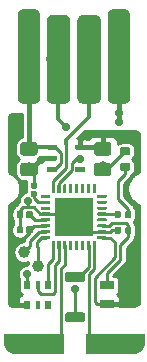
<source format=gtl>
G04 #@! TF.GenerationSoftware,KiCad,Pcbnew,(5.0.1-3-g963ef8bb5)*
G04 #@! TF.CreationDate,2018-11-23T17:34:31+10:30*
G04 #@! TF.ProjectId,electric-greetings,656C6563747269632D6772656574696E,1.0.0*
G04 #@! TF.SameCoordinates,Original*
G04 #@! TF.FileFunction,Copper,L1,Top,Signal*
G04 #@! TF.FilePolarity,Positive*
%FSLAX46Y46*%
G04 Gerber Fmt 4.6, Leading zero omitted, Abs format (unit mm)*
G04 Created by KiCad (PCBNEW (5.0.1-3-g963ef8bb5)) date Friday, 23 November 2018 at 05:34:31 pm*
%MOMM*%
%LPD*%
G01*
G04 APERTURE LIST*
G04 #@! TA.AperFunction,BGAPad,CuDef*
%ADD10C,1.000000*%
G04 #@! TD*
G04 #@! TA.AperFunction,SMDPad,CuDef*
%ADD11R,0.500000X0.800000*%
G04 #@! TD*
G04 #@! TA.AperFunction,SMDPad,CuDef*
%ADD12R,0.300000X0.800000*%
G04 #@! TD*
G04 #@! TA.AperFunction,Conductor*
%ADD13C,0.100000*%
G04 #@! TD*
G04 #@! TA.AperFunction,SMDPad,CuDef*
%ADD14C,0.500000*%
G04 #@! TD*
G04 #@! TA.AperFunction,SMDPad,CuDef*
%ADD15C,1.000000*%
G04 #@! TD*
G04 #@! TA.AperFunction,SMDPad,CuDef*
%ADD16R,1.250000X0.800000*%
G04 #@! TD*
G04 #@! TA.AperFunction,SMDPad,CuDef*
%ADD17C,1.160000*%
G04 #@! TD*
G04 #@! TA.AperFunction,SMDPad,CuDef*
%ADD18C,0.510000*%
G04 #@! TD*
G04 #@! TA.AperFunction,SMDPad,CuDef*
%ADD19C,0.710000*%
G04 #@! TD*
G04 #@! TA.AperFunction,SMDPad,CuDef*
%ADD20C,0.420000*%
G04 #@! TD*
G04 #@! TA.AperFunction,SMDPad,CuDef*
%ADD21C,0.590000*%
G04 #@! TD*
G04 #@! TA.AperFunction,ConnectorPad*
%ADD22C,1.900000*%
G04 #@! TD*
G04 #@! TA.AperFunction,ConnectorPad*
%ADD23C,2.000000*%
G04 #@! TD*
G04 #@! TA.AperFunction,SMDPad,CuDef*
%ADD24C,0.800000*%
G04 #@! TD*
G04 #@! TA.AperFunction,SMDPad,CuDef*
%ADD25C,0.260000*%
G04 #@! TD*
G04 #@! TA.AperFunction,SMDPad,CuDef*
%ADD26R,1.720000X1.720000*%
G04 #@! TD*
G04 #@! TA.AperFunction,ViaPad*
%ADD27C,0.700000*%
G04 #@! TD*
G04 #@! TA.AperFunction,ViaPad*
%ADD28C,0.800000*%
G04 #@! TD*
G04 #@! TA.AperFunction,Conductor*
%ADD29C,0.250000*%
G04 #@! TD*
G04 #@! TA.AperFunction,Conductor*
%ADD30C,0.400000*%
G04 #@! TD*
G04 #@! TA.AperFunction,Conductor*
%ADD31C,0.350000*%
G04 #@! TD*
G04 #@! TA.AperFunction,Conductor*
%ADD32C,0.030000*%
G04 #@! TD*
G04 #@! TA.AperFunction,Conductor*
%ADD33C,0.254000*%
G04 #@! TD*
G04 APERTURE END LIST*
D10*
G04 #@! TO.P,TEST2,1*
G04 #@! TO.N,SWD_IO*
X102997000Y-92583000D03*
G04 #@! TD*
G04 #@! TO.P,TEST1,1*
G04 #@! TO.N,SWD_CLK*
X101790500Y-91376500D03*
G04 #@! TD*
D11*
G04 #@! TO.P,U3,1*
G04 #@! TO.N,Net-(U3-Pad1)*
X103836500Y-95850000D03*
D12*
G04 #@! TO.P,U3,6*
G04 #@! TO.N,Net-(U3-Pad6)*
X102936500Y-95850000D03*
D11*
G04 #@! TO.P,U3,5*
G04 #@! TO.N,+3.3V*
X102036500Y-95850000D03*
G04 #@! TO.P,U3,4*
G04 #@! TO.N,GND*
X102036500Y-94150000D03*
D12*
G04 #@! TO.P,U3,3*
G04 #@! TO.N,LED_CLK*
X102936500Y-94150000D03*
D11*
G04 #@! TO.P,U3,2*
G04 #@! TO.N,LED_DATA*
X103836500Y-94150000D03*
G04 #@! TD*
D13*
G04 #@! TO.N,GND*
G04 #@! TO.C,SL1*
G36*
X102753252Y-85501602D02*
X102765386Y-85503402D01*
X102777286Y-85506382D01*
X102788835Y-85510515D01*
X102799925Y-85515760D01*
X102810446Y-85522066D01*
X102820299Y-85529374D01*
X102829388Y-85537612D01*
X102837626Y-85546701D01*
X102844934Y-85556554D01*
X102851240Y-85567075D01*
X102856485Y-85578165D01*
X102860618Y-85589714D01*
X102863598Y-85601614D01*
X102865398Y-85613748D01*
X102866000Y-85626000D01*
X102866000Y-85886000D01*
X102865398Y-85898252D01*
X102863598Y-85910386D01*
X102860618Y-85922286D01*
X102856485Y-85933835D01*
X102851240Y-85944925D01*
X102844934Y-85955446D01*
X102837626Y-85965299D01*
X102829388Y-85974388D01*
X102820299Y-85982626D01*
X102810446Y-85989934D01*
X102799925Y-85996240D01*
X102788835Y-86001485D01*
X102777286Y-86005618D01*
X102765386Y-86008598D01*
X102753252Y-86010398D01*
X102741000Y-86011000D01*
X102491000Y-86011000D01*
X102478748Y-86010398D01*
X102466614Y-86008598D01*
X102454714Y-86005618D01*
X102443165Y-86001485D01*
X102432075Y-85996240D01*
X102421554Y-85989934D01*
X102411701Y-85982626D01*
X102402612Y-85974388D01*
X102394374Y-85965299D01*
X102387066Y-85955446D01*
X102380760Y-85944925D01*
X102375515Y-85933835D01*
X102371382Y-85922286D01*
X102368402Y-85910386D01*
X102366602Y-85898252D01*
X102366000Y-85886000D01*
X102366000Y-85626000D01*
X102366602Y-85613748D01*
X102368402Y-85601614D01*
X102371382Y-85589714D01*
X102375515Y-85578165D01*
X102380760Y-85567075D01*
X102387066Y-85556554D01*
X102394374Y-85546701D01*
X102402612Y-85537612D01*
X102411701Y-85529374D01*
X102421554Y-85522066D01*
X102432075Y-85515760D01*
X102443165Y-85510515D01*
X102454714Y-85506382D01*
X102466614Y-85503402D01*
X102478748Y-85501602D01*
X102491000Y-85501000D01*
X102741000Y-85501000D01*
X102753252Y-85501602D01*
X102753252Y-85501602D01*
G37*
D14*
G04 #@! TD*
G04 #@! TO.P,SL1,1*
G04 #@! TO.N,GND*
X102616000Y-85756000D03*
D13*
G04 #@! TO.N,RESET*
G04 #@! TO.C,SL1*
G36*
X102753252Y-86201602D02*
X102765386Y-86203402D01*
X102777286Y-86206382D01*
X102788835Y-86210515D01*
X102799925Y-86215760D01*
X102810446Y-86222066D01*
X102820299Y-86229374D01*
X102829388Y-86237612D01*
X102837626Y-86246701D01*
X102844934Y-86256554D01*
X102851240Y-86267075D01*
X102856485Y-86278165D01*
X102860618Y-86289714D01*
X102863598Y-86301614D01*
X102865398Y-86313748D01*
X102866000Y-86326000D01*
X102866000Y-86586000D01*
X102865398Y-86598252D01*
X102863598Y-86610386D01*
X102860618Y-86622286D01*
X102856485Y-86633835D01*
X102851240Y-86644925D01*
X102844934Y-86655446D01*
X102837626Y-86665299D01*
X102829388Y-86674388D01*
X102820299Y-86682626D01*
X102810446Y-86689934D01*
X102799925Y-86696240D01*
X102788835Y-86701485D01*
X102777286Y-86705618D01*
X102765386Y-86708598D01*
X102753252Y-86710398D01*
X102741000Y-86711000D01*
X102491000Y-86711000D01*
X102478748Y-86710398D01*
X102466614Y-86708598D01*
X102454714Y-86705618D01*
X102443165Y-86701485D01*
X102432075Y-86696240D01*
X102421554Y-86689934D01*
X102411701Y-86682626D01*
X102402612Y-86674388D01*
X102394374Y-86665299D01*
X102387066Y-86655446D01*
X102380760Y-86644925D01*
X102375515Y-86633835D01*
X102371382Y-86622286D01*
X102368402Y-86610386D01*
X102366602Y-86598252D01*
X102366000Y-86586000D01*
X102366000Y-86326000D01*
X102366602Y-86313748D01*
X102368402Y-86301614D01*
X102371382Y-86289714D01*
X102375515Y-86278165D01*
X102380760Y-86267075D01*
X102387066Y-86256554D01*
X102394374Y-86246701D01*
X102402612Y-86237612D01*
X102411701Y-86229374D01*
X102421554Y-86222066D01*
X102432075Y-86215760D01*
X102443165Y-86210515D01*
X102454714Y-86206382D01*
X102466614Y-86203402D01*
X102478748Y-86201602D01*
X102491000Y-86201000D01*
X102741000Y-86201000D01*
X102753252Y-86201602D01*
X102753252Y-86201602D01*
G37*
D14*
G04 #@! TD*
G04 #@! TO.P,SL1,2*
G04 #@! TO.N,RESET*
X102616000Y-86456000D03*
D13*
G04 #@! TO.N,TOUCH_B*
G04 #@! TO.C,P2*
G36*
X110299504Y-98711204D02*
X110323773Y-98714804D01*
X110347571Y-98720765D01*
X110370671Y-98729030D01*
X110392849Y-98739520D01*
X110413893Y-98752133D01*
X110433598Y-98766747D01*
X110451777Y-98783223D01*
X110468253Y-98801402D01*
X110482867Y-98821107D01*
X110495480Y-98842151D01*
X110505970Y-98864329D01*
X110514235Y-98887429D01*
X110520196Y-98911227D01*
X110523796Y-98935496D01*
X110525000Y-98960000D01*
X110525000Y-99460000D01*
X110523796Y-99484504D01*
X110520196Y-99508773D01*
X110514235Y-99532571D01*
X110505970Y-99555671D01*
X110495480Y-99577849D01*
X110482867Y-99598893D01*
X110468253Y-99618598D01*
X110451777Y-99636777D01*
X110433598Y-99653253D01*
X110413893Y-99667867D01*
X110392849Y-99680480D01*
X110370671Y-99690970D01*
X110347571Y-99699235D01*
X110323773Y-99705196D01*
X110299504Y-99708796D01*
X110275000Y-99710000D01*
X108775000Y-99710000D01*
X108750496Y-99708796D01*
X108726227Y-99705196D01*
X108702429Y-99699235D01*
X108679329Y-99690970D01*
X108657151Y-99680480D01*
X108636107Y-99667867D01*
X108616402Y-99653253D01*
X108598223Y-99636777D01*
X108581747Y-99618598D01*
X108567133Y-99598893D01*
X108554520Y-99577849D01*
X108544030Y-99555671D01*
X108535765Y-99532571D01*
X108529804Y-99508773D01*
X108526204Y-99484504D01*
X108525000Y-99460000D01*
X108525000Y-98960000D01*
X108526204Y-98935496D01*
X108529804Y-98911227D01*
X108535765Y-98887429D01*
X108544030Y-98864329D01*
X108554520Y-98842151D01*
X108567133Y-98821107D01*
X108581747Y-98801402D01*
X108598223Y-98783223D01*
X108616402Y-98766747D01*
X108636107Y-98752133D01*
X108657151Y-98739520D01*
X108679329Y-98729030D01*
X108702429Y-98720765D01*
X108726227Y-98714804D01*
X108750496Y-98711204D01*
X108775000Y-98710000D01*
X110275000Y-98710000D01*
X110299504Y-98711204D01*
X110299504Y-98711204D01*
G37*
D15*
G04 #@! TD*
G04 #@! TO.P,P2,1*
G04 #@! TO.N,TOUCH_B*
X109525000Y-99210000D03*
D13*
G04 #@! TO.N,TOUCH_A*
G04 #@! TO.C,P1*
G36*
X103314504Y-98647704D02*
X103338773Y-98651304D01*
X103362571Y-98657265D01*
X103385671Y-98665530D01*
X103407849Y-98676020D01*
X103428893Y-98688633D01*
X103448598Y-98703247D01*
X103466777Y-98719723D01*
X103483253Y-98737902D01*
X103497867Y-98757607D01*
X103510480Y-98778651D01*
X103520970Y-98800829D01*
X103529235Y-98823929D01*
X103535196Y-98847727D01*
X103538796Y-98871996D01*
X103540000Y-98896500D01*
X103540000Y-99396500D01*
X103538796Y-99421004D01*
X103535196Y-99445273D01*
X103529235Y-99469071D01*
X103520970Y-99492171D01*
X103510480Y-99514349D01*
X103497867Y-99535393D01*
X103483253Y-99555098D01*
X103466777Y-99573277D01*
X103448598Y-99589753D01*
X103428893Y-99604367D01*
X103407849Y-99616980D01*
X103385671Y-99627470D01*
X103362571Y-99635735D01*
X103338773Y-99641696D01*
X103314504Y-99645296D01*
X103290000Y-99646500D01*
X101790000Y-99646500D01*
X101765496Y-99645296D01*
X101741227Y-99641696D01*
X101717429Y-99635735D01*
X101694329Y-99627470D01*
X101672151Y-99616980D01*
X101651107Y-99604367D01*
X101631402Y-99589753D01*
X101613223Y-99573277D01*
X101596747Y-99555098D01*
X101582133Y-99535393D01*
X101569520Y-99514349D01*
X101559030Y-99492171D01*
X101550765Y-99469071D01*
X101544804Y-99445273D01*
X101541204Y-99421004D01*
X101540000Y-99396500D01*
X101540000Y-98896500D01*
X101541204Y-98871996D01*
X101544804Y-98847727D01*
X101550765Y-98823929D01*
X101559030Y-98800829D01*
X101569520Y-98778651D01*
X101582133Y-98757607D01*
X101596747Y-98737902D01*
X101613223Y-98719723D01*
X101631402Y-98703247D01*
X101651107Y-98688633D01*
X101672151Y-98676020D01*
X101694329Y-98665530D01*
X101717429Y-98657265D01*
X101741227Y-98651304D01*
X101765496Y-98647704D01*
X101790000Y-98646500D01*
X103290000Y-98646500D01*
X103314504Y-98647704D01*
X103314504Y-98647704D01*
G37*
D15*
G04 #@! TD*
G04 #@! TO.P,P1,1*
G04 #@! TO.N,TOUCH_A*
X102540000Y-99146500D03*
D16*
G04 #@! TO.P,Q1,E*
G04 #@! TO.N,PHOTOSENSOR*
X108775500Y-94196000D03*
G04 #@! TO.P,Q1,C*
G04 #@! TO.N,+3.3V*
X108775500Y-95796000D03*
G04 #@! TD*
D13*
G04 #@! TO.N,GND*
G04 #@! TO.C,C4*
G36*
X108923425Y-83796396D02*
X108951576Y-83800572D01*
X108979183Y-83807487D01*
X109005978Y-83817075D01*
X109031705Y-83829243D01*
X109056115Y-83843874D01*
X109078974Y-83860827D01*
X109100061Y-83879939D01*
X109119173Y-83901026D01*
X109136126Y-83923885D01*
X109150757Y-83948295D01*
X109162925Y-83974022D01*
X109172513Y-84000817D01*
X109179428Y-84028424D01*
X109183604Y-84056575D01*
X109185000Y-84085000D01*
X109185000Y-84665000D01*
X109183604Y-84693425D01*
X109179428Y-84721576D01*
X109172513Y-84749183D01*
X109162925Y-84775978D01*
X109150757Y-84801705D01*
X109136126Y-84826115D01*
X109119173Y-84848974D01*
X109100061Y-84870061D01*
X109078974Y-84889173D01*
X109056115Y-84906126D01*
X109031705Y-84920757D01*
X109005978Y-84932925D01*
X108979183Y-84942513D01*
X108951576Y-84949428D01*
X108923425Y-84953604D01*
X108895000Y-84955000D01*
X108005000Y-84955000D01*
X107976575Y-84953604D01*
X107948424Y-84949428D01*
X107920817Y-84942513D01*
X107894022Y-84932925D01*
X107868295Y-84920757D01*
X107843885Y-84906126D01*
X107821026Y-84889173D01*
X107799939Y-84870061D01*
X107780827Y-84848974D01*
X107763874Y-84826115D01*
X107749243Y-84801705D01*
X107737075Y-84775978D01*
X107727487Y-84749183D01*
X107720572Y-84721576D01*
X107716396Y-84693425D01*
X107715000Y-84665000D01*
X107715000Y-84085000D01*
X107716396Y-84056575D01*
X107720572Y-84028424D01*
X107727487Y-84000817D01*
X107737075Y-83974022D01*
X107749243Y-83948295D01*
X107763874Y-83923885D01*
X107780827Y-83901026D01*
X107799939Y-83879939D01*
X107821026Y-83860827D01*
X107843885Y-83843874D01*
X107868295Y-83829243D01*
X107894022Y-83817075D01*
X107920817Y-83807487D01*
X107948424Y-83800572D01*
X107976575Y-83796396D01*
X108005000Y-83795000D01*
X108895000Y-83795000D01*
X108923425Y-83796396D01*
X108923425Y-83796396D01*
G37*
D17*
G04 #@! TD*
G04 #@! TO.P,C4,2*
G04 #@! TO.N,GND*
X108450000Y-84375000D03*
D13*
G04 #@! TO.N,+3.3V*
G04 #@! TO.C,C4*
G36*
X108923425Y-82046396D02*
X108951576Y-82050572D01*
X108979183Y-82057487D01*
X109005978Y-82067075D01*
X109031705Y-82079243D01*
X109056115Y-82093874D01*
X109078974Y-82110827D01*
X109100061Y-82129939D01*
X109119173Y-82151026D01*
X109136126Y-82173885D01*
X109150757Y-82198295D01*
X109162925Y-82224022D01*
X109172513Y-82250817D01*
X109179428Y-82278424D01*
X109183604Y-82306575D01*
X109185000Y-82335000D01*
X109185000Y-82915000D01*
X109183604Y-82943425D01*
X109179428Y-82971576D01*
X109172513Y-82999183D01*
X109162925Y-83025978D01*
X109150757Y-83051705D01*
X109136126Y-83076115D01*
X109119173Y-83098974D01*
X109100061Y-83120061D01*
X109078974Y-83139173D01*
X109056115Y-83156126D01*
X109031705Y-83170757D01*
X109005978Y-83182925D01*
X108979183Y-83192513D01*
X108951576Y-83199428D01*
X108923425Y-83203604D01*
X108895000Y-83205000D01*
X108005000Y-83205000D01*
X107976575Y-83203604D01*
X107948424Y-83199428D01*
X107920817Y-83192513D01*
X107894022Y-83182925D01*
X107868295Y-83170757D01*
X107843885Y-83156126D01*
X107821026Y-83139173D01*
X107799939Y-83120061D01*
X107780827Y-83098974D01*
X107763874Y-83076115D01*
X107749243Y-83051705D01*
X107737075Y-83025978D01*
X107727487Y-82999183D01*
X107720572Y-82971576D01*
X107716396Y-82943425D01*
X107715000Y-82915000D01*
X107715000Y-82335000D01*
X107716396Y-82306575D01*
X107720572Y-82278424D01*
X107727487Y-82250817D01*
X107737075Y-82224022D01*
X107749243Y-82198295D01*
X107763874Y-82173885D01*
X107780827Y-82151026D01*
X107799939Y-82129939D01*
X107821026Y-82110827D01*
X107843885Y-82093874D01*
X107868295Y-82079243D01*
X107894022Y-82067075D01*
X107920817Y-82057487D01*
X107948424Y-82050572D01*
X107976575Y-82046396D01*
X108005000Y-82045000D01*
X108895000Y-82045000D01*
X108923425Y-82046396D01*
X108923425Y-82046396D01*
G37*
D17*
G04 #@! TD*
G04 #@! TO.P,C4,1*
G04 #@! TO.N,+3.3V*
X108450000Y-82625000D03*
D13*
G04 #@! TO.N,GND*
G04 #@! TO.C,C3*
G36*
X102673425Y-83796396D02*
X102701576Y-83800572D01*
X102729183Y-83807487D01*
X102755978Y-83817075D01*
X102781705Y-83829243D01*
X102806115Y-83843874D01*
X102828974Y-83860827D01*
X102850061Y-83879939D01*
X102869173Y-83901026D01*
X102886126Y-83923885D01*
X102900757Y-83948295D01*
X102912925Y-83974022D01*
X102922513Y-84000817D01*
X102929428Y-84028424D01*
X102933604Y-84056575D01*
X102935000Y-84085000D01*
X102935000Y-84665000D01*
X102933604Y-84693425D01*
X102929428Y-84721576D01*
X102922513Y-84749183D01*
X102912925Y-84775978D01*
X102900757Y-84801705D01*
X102886126Y-84826115D01*
X102869173Y-84848974D01*
X102850061Y-84870061D01*
X102828974Y-84889173D01*
X102806115Y-84906126D01*
X102781705Y-84920757D01*
X102755978Y-84932925D01*
X102729183Y-84942513D01*
X102701576Y-84949428D01*
X102673425Y-84953604D01*
X102645000Y-84955000D01*
X101755000Y-84955000D01*
X101726575Y-84953604D01*
X101698424Y-84949428D01*
X101670817Y-84942513D01*
X101644022Y-84932925D01*
X101618295Y-84920757D01*
X101593885Y-84906126D01*
X101571026Y-84889173D01*
X101549939Y-84870061D01*
X101530827Y-84848974D01*
X101513874Y-84826115D01*
X101499243Y-84801705D01*
X101487075Y-84775978D01*
X101477487Y-84749183D01*
X101470572Y-84721576D01*
X101466396Y-84693425D01*
X101465000Y-84665000D01*
X101465000Y-84085000D01*
X101466396Y-84056575D01*
X101470572Y-84028424D01*
X101477487Y-84000817D01*
X101487075Y-83974022D01*
X101499243Y-83948295D01*
X101513874Y-83923885D01*
X101530827Y-83901026D01*
X101549939Y-83879939D01*
X101571026Y-83860827D01*
X101593885Y-83843874D01*
X101618295Y-83829243D01*
X101644022Y-83817075D01*
X101670817Y-83807487D01*
X101698424Y-83800572D01*
X101726575Y-83796396D01*
X101755000Y-83795000D01*
X102645000Y-83795000D01*
X102673425Y-83796396D01*
X102673425Y-83796396D01*
G37*
D17*
G04 #@! TD*
G04 #@! TO.P,C3,1*
G04 #@! TO.N,GND*
X102200000Y-84375000D03*
D13*
G04 #@! TO.N,VCC*
G04 #@! TO.C,C3*
G36*
X102673425Y-82046396D02*
X102701576Y-82050572D01*
X102729183Y-82057487D01*
X102755978Y-82067075D01*
X102781705Y-82079243D01*
X102806115Y-82093874D01*
X102828974Y-82110827D01*
X102850061Y-82129939D01*
X102869173Y-82151026D01*
X102886126Y-82173885D01*
X102900757Y-82198295D01*
X102912925Y-82224022D01*
X102922513Y-82250817D01*
X102929428Y-82278424D01*
X102933604Y-82306575D01*
X102935000Y-82335000D01*
X102935000Y-82915000D01*
X102933604Y-82943425D01*
X102929428Y-82971576D01*
X102922513Y-82999183D01*
X102912925Y-83025978D01*
X102900757Y-83051705D01*
X102886126Y-83076115D01*
X102869173Y-83098974D01*
X102850061Y-83120061D01*
X102828974Y-83139173D01*
X102806115Y-83156126D01*
X102781705Y-83170757D01*
X102755978Y-83182925D01*
X102729183Y-83192513D01*
X102701576Y-83199428D01*
X102673425Y-83203604D01*
X102645000Y-83205000D01*
X101755000Y-83205000D01*
X101726575Y-83203604D01*
X101698424Y-83199428D01*
X101670817Y-83192513D01*
X101644022Y-83182925D01*
X101618295Y-83170757D01*
X101593885Y-83156126D01*
X101571026Y-83139173D01*
X101549939Y-83120061D01*
X101530827Y-83098974D01*
X101513874Y-83076115D01*
X101499243Y-83051705D01*
X101487075Y-83025978D01*
X101477487Y-82999183D01*
X101470572Y-82971576D01*
X101466396Y-82943425D01*
X101465000Y-82915000D01*
X101465000Y-82335000D01*
X101466396Y-82306575D01*
X101470572Y-82278424D01*
X101477487Y-82250817D01*
X101487075Y-82224022D01*
X101499243Y-82198295D01*
X101513874Y-82173885D01*
X101530827Y-82151026D01*
X101549939Y-82129939D01*
X101571026Y-82110827D01*
X101593885Y-82093874D01*
X101618295Y-82079243D01*
X101644022Y-82067075D01*
X101670817Y-82057487D01*
X101698424Y-82050572D01*
X101726575Y-82046396D01*
X101755000Y-82045000D01*
X102645000Y-82045000D01*
X102673425Y-82046396D01*
X102673425Y-82046396D01*
G37*
D17*
G04 #@! TD*
G04 #@! TO.P,C3,2*
G04 #@! TO.N,VCC*
X102200000Y-82625000D03*
D13*
G04 #@! TO.N,PHOTOSENSOR*
G04 #@! TO.C,R2*
G36*
X110757497Y-89235614D02*
X110769874Y-89237450D01*
X110782011Y-89240490D01*
X110793792Y-89244705D01*
X110805103Y-89250055D01*
X110815835Y-89256488D01*
X110825885Y-89263941D01*
X110835156Y-89272344D01*
X110843559Y-89281615D01*
X110851012Y-89291665D01*
X110857445Y-89302397D01*
X110862795Y-89313708D01*
X110867010Y-89325489D01*
X110870050Y-89337626D01*
X110871886Y-89350003D01*
X110872500Y-89362500D01*
X110872500Y-89707500D01*
X110871886Y-89719997D01*
X110870050Y-89732374D01*
X110867010Y-89744511D01*
X110862795Y-89756292D01*
X110857445Y-89767603D01*
X110851012Y-89778335D01*
X110843559Y-89788385D01*
X110835156Y-89797656D01*
X110825885Y-89806059D01*
X110815835Y-89813512D01*
X110805103Y-89819945D01*
X110793792Y-89825295D01*
X110782011Y-89829510D01*
X110769874Y-89832550D01*
X110757497Y-89834386D01*
X110745000Y-89835000D01*
X110490000Y-89835000D01*
X110477503Y-89834386D01*
X110465126Y-89832550D01*
X110452989Y-89829510D01*
X110441208Y-89825295D01*
X110429897Y-89819945D01*
X110419165Y-89813512D01*
X110409115Y-89806059D01*
X110399844Y-89797656D01*
X110391441Y-89788385D01*
X110383988Y-89778335D01*
X110377555Y-89767603D01*
X110372205Y-89756292D01*
X110367990Y-89744511D01*
X110364950Y-89732374D01*
X110363114Y-89719997D01*
X110362500Y-89707500D01*
X110362500Y-89362500D01*
X110363114Y-89350003D01*
X110364950Y-89337626D01*
X110367990Y-89325489D01*
X110372205Y-89313708D01*
X110377555Y-89302397D01*
X110383988Y-89291665D01*
X110391441Y-89281615D01*
X110399844Y-89272344D01*
X110409115Y-89263941D01*
X110419165Y-89256488D01*
X110429897Y-89250055D01*
X110441208Y-89244705D01*
X110452989Y-89240490D01*
X110465126Y-89237450D01*
X110477503Y-89235614D01*
X110490000Y-89235000D01*
X110745000Y-89235000D01*
X110757497Y-89235614D01*
X110757497Y-89235614D01*
G37*
D18*
G04 #@! TD*
G04 #@! TO.P,R2,1*
G04 #@! TO.N,PHOTOSENSOR*
X110617500Y-89535000D03*
D13*
G04 #@! TO.N,GND*
G04 #@! TO.C,R2*
G36*
X109867497Y-89235614D02*
X109879874Y-89237450D01*
X109892011Y-89240490D01*
X109903792Y-89244705D01*
X109915103Y-89250055D01*
X109925835Y-89256488D01*
X109935885Y-89263941D01*
X109945156Y-89272344D01*
X109953559Y-89281615D01*
X109961012Y-89291665D01*
X109967445Y-89302397D01*
X109972795Y-89313708D01*
X109977010Y-89325489D01*
X109980050Y-89337626D01*
X109981886Y-89350003D01*
X109982500Y-89362500D01*
X109982500Y-89707500D01*
X109981886Y-89719997D01*
X109980050Y-89732374D01*
X109977010Y-89744511D01*
X109972795Y-89756292D01*
X109967445Y-89767603D01*
X109961012Y-89778335D01*
X109953559Y-89788385D01*
X109945156Y-89797656D01*
X109935885Y-89806059D01*
X109925835Y-89813512D01*
X109915103Y-89819945D01*
X109903792Y-89825295D01*
X109892011Y-89829510D01*
X109879874Y-89832550D01*
X109867497Y-89834386D01*
X109855000Y-89835000D01*
X109600000Y-89835000D01*
X109587503Y-89834386D01*
X109575126Y-89832550D01*
X109562989Y-89829510D01*
X109551208Y-89825295D01*
X109539897Y-89819945D01*
X109529165Y-89813512D01*
X109519115Y-89806059D01*
X109509844Y-89797656D01*
X109501441Y-89788385D01*
X109493988Y-89778335D01*
X109487555Y-89767603D01*
X109482205Y-89756292D01*
X109477990Y-89744511D01*
X109474950Y-89732374D01*
X109473114Y-89719997D01*
X109472500Y-89707500D01*
X109472500Y-89362500D01*
X109473114Y-89350003D01*
X109474950Y-89337626D01*
X109477990Y-89325489D01*
X109482205Y-89313708D01*
X109487555Y-89302397D01*
X109493988Y-89291665D01*
X109501441Y-89281615D01*
X109509844Y-89272344D01*
X109519115Y-89263941D01*
X109529165Y-89256488D01*
X109539897Y-89250055D01*
X109551208Y-89244705D01*
X109562989Y-89240490D01*
X109575126Y-89237450D01*
X109587503Y-89235614D01*
X109600000Y-89235000D01*
X109855000Y-89235000D01*
X109867497Y-89235614D01*
X109867497Y-89235614D01*
G37*
D18*
G04 #@! TD*
G04 #@! TO.P,R2,2*
G04 #@! TO.N,GND*
X109727500Y-89535000D03*
D13*
G04 #@! TO.N,GND*
G04 #@! TO.C,D1*
G36*
X110604898Y-82485855D02*
X110622129Y-82488411D01*
X110639026Y-82492643D01*
X110655426Y-82498511D01*
X110671173Y-82505959D01*
X110686114Y-82514914D01*
X110700105Y-82525291D01*
X110713011Y-82536989D01*
X110724709Y-82549895D01*
X110735086Y-82563886D01*
X110744041Y-82578827D01*
X110751489Y-82594574D01*
X110757357Y-82610974D01*
X110761589Y-82627871D01*
X110764145Y-82645102D01*
X110765000Y-82662500D01*
X110765000Y-83017500D01*
X110764145Y-83034898D01*
X110761589Y-83052129D01*
X110757357Y-83069026D01*
X110751489Y-83085426D01*
X110744041Y-83101173D01*
X110735086Y-83116114D01*
X110724709Y-83130105D01*
X110713011Y-83143011D01*
X110700105Y-83154709D01*
X110686114Y-83165086D01*
X110671173Y-83174041D01*
X110655426Y-83181489D01*
X110639026Y-83187357D01*
X110622129Y-83191589D01*
X110604898Y-83194145D01*
X110587500Y-83195000D01*
X110112500Y-83195000D01*
X110095102Y-83194145D01*
X110077871Y-83191589D01*
X110060974Y-83187357D01*
X110044574Y-83181489D01*
X110028827Y-83174041D01*
X110013886Y-83165086D01*
X109999895Y-83154709D01*
X109986989Y-83143011D01*
X109975291Y-83130105D01*
X109964914Y-83116114D01*
X109955959Y-83101173D01*
X109948511Y-83085426D01*
X109942643Y-83069026D01*
X109938411Y-83052129D01*
X109935855Y-83034898D01*
X109935000Y-83017500D01*
X109935000Y-82662500D01*
X109935855Y-82645102D01*
X109938411Y-82627871D01*
X109942643Y-82610974D01*
X109948511Y-82594574D01*
X109955959Y-82578827D01*
X109964914Y-82563886D01*
X109975291Y-82549895D01*
X109986989Y-82536989D01*
X109999895Y-82525291D01*
X110013886Y-82514914D01*
X110028827Y-82505959D01*
X110044574Y-82498511D01*
X110060974Y-82492643D01*
X110077871Y-82488411D01*
X110095102Y-82485855D01*
X110112500Y-82485000D01*
X110587500Y-82485000D01*
X110604898Y-82485855D01*
X110604898Y-82485855D01*
G37*
D19*
G04 #@! TD*
G04 #@! TO.P,D1,C*
G04 #@! TO.N,GND*
X110350000Y-82840000D03*
D13*
G04 #@! TO.N,Net-(D1-PadA)*
G04 #@! TO.C,D1*
G36*
X110604898Y-83805855D02*
X110622129Y-83808411D01*
X110639026Y-83812643D01*
X110655426Y-83818511D01*
X110671173Y-83825959D01*
X110686114Y-83834914D01*
X110700105Y-83845291D01*
X110713011Y-83856989D01*
X110724709Y-83869895D01*
X110735086Y-83883886D01*
X110744041Y-83898827D01*
X110751489Y-83914574D01*
X110757357Y-83930974D01*
X110761589Y-83947871D01*
X110764145Y-83965102D01*
X110765000Y-83982500D01*
X110765000Y-84337500D01*
X110764145Y-84354898D01*
X110761589Y-84372129D01*
X110757357Y-84389026D01*
X110751489Y-84405426D01*
X110744041Y-84421173D01*
X110735086Y-84436114D01*
X110724709Y-84450105D01*
X110713011Y-84463011D01*
X110700105Y-84474709D01*
X110686114Y-84485086D01*
X110671173Y-84494041D01*
X110655426Y-84501489D01*
X110639026Y-84507357D01*
X110622129Y-84511589D01*
X110604898Y-84514145D01*
X110587500Y-84515000D01*
X110112500Y-84515000D01*
X110095102Y-84514145D01*
X110077871Y-84511589D01*
X110060974Y-84507357D01*
X110044574Y-84501489D01*
X110028827Y-84494041D01*
X110013886Y-84485086D01*
X109999895Y-84474709D01*
X109986989Y-84463011D01*
X109975291Y-84450105D01*
X109964914Y-84436114D01*
X109955959Y-84421173D01*
X109948511Y-84405426D01*
X109942643Y-84389026D01*
X109938411Y-84372129D01*
X109935855Y-84354898D01*
X109935000Y-84337500D01*
X109935000Y-83982500D01*
X109935855Y-83965102D01*
X109938411Y-83947871D01*
X109942643Y-83930974D01*
X109948511Y-83914574D01*
X109955959Y-83898827D01*
X109964914Y-83883886D01*
X109975291Y-83869895D01*
X109986989Y-83856989D01*
X109999895Y-83845291D01*
X110013886Y-83834914D01*
X110028827Y-83825959D01*
X110044574Y-83818511D01*
X110060974Y-83812643D01*
X110077871Y-83808411D01*
X110095102Y-83805855D01*
X110112500Y-83805000D01*
X110587500Y-83805000D01*
X110604898Y-83805855D01*
X110604898Y-83805855D01*
G37*
D19*
G04 #@! TD*
G04 #@! TO.P,D1,A*
G04 #@! TO.N,Net-(D1-PadA)*
X110350000Y-84160000D03*
D13*
G04 #@! TO.N,VCC*
G04 #@! TO.C,U2*
G36*
X104466792Y-82277006D02*
X104476984Y-82278518D01*
X104486980Y-82281021D01*
X104496682Y-82284493D01*
X104505997Y-82288898D01*
X104514835Y-82294196D01*
X104523111Y-82300334D01*
X104530746Y-82307254D01*
X104537666Y-82314889D01*
X104543804Y-82323165D01*
X104549102Y-82332003D01*
X104553507Y-82341318D01*
X104556979Y-82351020D01*
X104559482Y-82361016D01*
X104560994Y-82371208D01*
X104561500Y-82381500D01*
X104561500Y-82591500D01*
X104560994Y-82601792D01*
X104559482Y-82611984D01*
X104556979Y-82621980D01*
X104553507Y-82631682D01*
X104549102Y-82640997D01*
X104543804Y-82649835D01*
X104537666Y-82658111D01*
X104530746Y-82665746D01*
X104523111Y-82672666D01*
X104514835Y-82678804D01*
X104505997Y-82684102D01*
X104496682Y-82688507D01*
X104486980Y-82691979D01*
X104476984Y-82694482D01*
X104466792Y-82695994D01*
X104456500Y-82696500D01*
X103816500Y-82696500D01*
X103806208Y-82695994D01*
X103796016Y-82694482D01*
X103786020Y-82691979D01*
X103776318Y-82688507D01*
X103767003Y-82684102D01*
X103758165Y-82678804D01*
X103749889Y-82672666D01*
X103742254Y-82665746D01*
X103735334Y-82658111D01*
X103729196Y-82649835D01*
X103723898Y-82640997D01*
X103719493Y-82631682D01*
X103716021Y-82621980D01*
X103713518Y-82611984D01*
X103712006Y-82601792D01*
X103711500Y-82591500D01*
X103711500Y-82381500D01*
X103712006Y-82371208D01*
X103713518Y-82361016D01*
X103716021Y-82351020D01*
X103719493Y-82341318D01*
X103723898Y-82332003D01*
X103729196Y-82323165D01*
X103735334Y-82314889D01*
X103742254Y-82307254D01*
X103749889Y-82300334D01*
X103758165Y-82294196D01*
X103767003Y-82288898D01*
X103776318Y-82284493D01*
X103786020Y-82281021D01*
X103796016Y-82278518D01*
X103806208Y-82277006D01*
X103816500Y-82276500D01*
X104456500Y-82276500D01*
X104466792Y-82277006D01*
X104466792Y-82277006D01*
G37*
D20*
G04 #@! TD*
G04 #@! TO.P,U2,1*
G04 #@! TO.N,VCC*
X104136500Y-82486500D03*
D13*
G04 #@! TO.N,GND*
G04 #@! TO.C,U2*
G36*
X104466792Y-83227006D02*
X104476984Y-83228518D01*
X104486980Y-83231021D01*
X104496682Y-83234493D01*
X104505997Y-83238898D01*
X104514835Y-83244196D01*
X104523111Y-83250334D01*
X104530746Y-83257254D01*
X104537666Y-83264889D01*
X104543804Y-83273165D01*
X104549102Y-83282003D01*
X104553507Y-83291318D01*
X104556979Y-83301020D01*
X104559482Y-83311016D01*
X104560994Y-83321208D01*
X104561500Y-83331500D01*
X104561500Y-83541500D01*
X104560994Y-83551792D01*
X104559482Y-83561984D01*
X104556979Y-83571980D01*
X104553507Y-83581682D01*
X104549102Y-83590997D01*
X104543804Y-83599835D01*
X104537666Y-83608111D01*
X104530746Y-83615746D01*
X104523111Y-83622666D01*
X104514835Y-83628804D01*
X104505997Y-83634102D01*
X104496682Y-83638507D01*
X104486980Y-83641979D01*
X104476984Y-83644482D01*
X104466792Y-83645994D01*
X104456500Y-83646500D01*
X103816500Y-83646500D01*
X103806208Y-83645994D01*
X103796016Y-83644482D01*
X103786020Y-83641979D01*
X103776318Y-83638507D01*
X103767003Y-83634102D01*
X103758165Y-83628804D01*
X103749889Y-83622666D01*
X103742254Y-83615746D01*
X103735334Y-83608111D01*
X103729196Y-83599835D01*
X103723898Y-83590997D01*
X103719493Y-83581682D01*
X103716021Y-83571980D01*
X103713518Y-83561984D01*
X103712006Y-83551792D01*
X103711500Y-83541500D01*
X103711500Y-83331500D01*
X103712006Y-83321208D01*
X103713518Y-83311016D01*
X103716021Y-83301020D01*
X103719493Y-83291318D01*
X103723898Y-83282003D01*
X103729196Y-83273165D01*
X103735334Y-83264889D01*
X103742254Y-83257254D01*
X103749889Y-83250334D01*
X103758165Y-83244196D01*
X103767003Y-83238898D01*
X103776318Y-83234493D01*
X103786020Y-83231021D01*
X103796016Y-83228518D01*
X103806208Y-83227006D01*
X103816500Y-83226500D01*
X104456500Y-83226500D01*
X104466792Y-83227006D01*
X104466792Y-83227006D01*
G37*
D20*
G04 #@! TD*
G04 #@! TO.P,U2,2*
G04 #@! TO.N,GND*
X104136500Y-83436500D03*
D13*
G04 #@! TO.N,VCC*
G04 #@! TO.C,U2*
G36*
X104466792Y-84177006D02*
X104476984Y-84178518D01*
X104486980Y-84181021D01*
X104496682Y-84184493D01*
X104505997Y-84188898D01*
X104514835Y-84194196D01*
X104523111Y-84200334D01*
X104530746Y-84207254D01*
X104537666Y-84214889D01*
X104543804Y-84223165D01*
X104549102Y-84232003D01*
X104553507Y-84241318D01*
X104556979Y-84251020D01*
X104559482Y-84261016D01*
X104560994Y-84271208D01*
X104561500Y-84281500D01*
X104561500Y-84491500D01*
X104560994Y-84501792D01*
X104559482Y-84511984D01*
X104556979Y-84521980D01*
X104553507Y-84531682D01*
X104549102Y-84540997D01*
X104543804Y-84549835D01*
X104537666Y-84558111D01*
X104530746Y-84565746D01*
X104523111Y-84572666D01*
X104514835Y-84578804D01*
X104505997Y-84584102D01*
X104496682Y-84588507D01*
X104486980Y-84591979D01*
X104476984Y-84594482D01*
X104466792Y-84595994D01*
X104456500Y-84596500D01*
X103816500Y-84596500D01*
X103806208Y-84595994D01*
X103796016Y-84594482D01*
X103786020Y-84591979D01*
X103776318Y-84588507D01*
X103767003Y-84584102D01*
X103758165Y-84578804D01*
X103749889Y-84572666D01*
X103742254Y-84565746D01*
X103735334Y-84558111D01*
X103729196Y-84549835D01*
X103723898Y-84540997D01*
X103719493Y-84531682D01*
X103716021Y-84521980D01*
X103713518Y-84511984D01*
X103712006Y-84501792D01*
X103711500Y-84491500D01*
X103711500Y-84281500D01*
X103712006Y-84271208D01*
X103713518Y-84261016D01*
X103716021Y-84251020D01*
X103719493Y-84241318D01*
X103723898Y-84232003D01*
X103729196Y-84223165D01*
X103735334Y-84214889D01*
X103742254Y-84207254D01*
X103749889Y-84200334D01*
X103758165Y-84194196D01*
X103767003Y-84188898D01*
X103776318Y-84184493D01*
X103786020Y-84181021D01*
X103796016Y-84178518D01*
X103806208Y-84177006D01*
X103816500Y-84176500D01*
X104456500Y-84176500D01*
X104466792Y-84177006D01*
X104466792Y-84177006D01*
G37*
D20*
G04 #@! TD*
G04 #@! TO.P,U2,3*
G04 #@! TO.N,VCC*
X104136500Y-84386500D03*
D13*
G04 #@! TO.N,Net-(U2-Pad4)*
G04 #@! TO.C,U2*
G36*
X106866792Y-84177006D02*
X106876984Y-84178518D01*
X106886980Y-84181021D01*
X106896682Y-84184493D01*
X106905997Y-84188898D01*
X106914835Y-84194196D01*
X106923111Y-84200334D01*
X106930746Y-84207254D01*
X106937666Y-84214889D01*
X106943804Y-84223165D01*
X106949102Y-84232003D01*
X106953507Y-84241318D01*
X106956979Y-84251020D01*
X106959482Y-84261016D01*
X106960994Y-84271208D01*
X106961500Y-84281500D01*
X106961500Y-84491500D01*
X106960994Y-84501792D01*
X106959482Y-84511984D01*
X106956979Y-84521980D01*
X106953507Y-84531682D01*
X106949102Y-84540997D01*
X106943804Y-84549835D01*
X106937666Y-84558111D01*
X106930746Y-84565746D01*
X106923111Y-84572666D01*
X106914835Y-84578804D01*
X106905997Y-84584102D01*
X106896682Y-84588507D01*
X106886980Y-84591979D01*
X106876984Y-84594482D01*
X106866792Y-84595994D01*
X106856500Y-84596500D01*
X106216500Y-84596500D01*
X106206208Y-84595994D01*
X106196016Y-84594482D01*
X106186020Y-84591979D01*
X106176318Y-84588507D01*
X106167003Y-84584102D01*
X106158165Y-84578804D01*
X106149889Y-84572666D01*
X106142254Y-84565746D01*
X106135334Y-84558111D01*
X106129196Y-84549835D01*
X106123898Y-84540997D01*
X106119493Y-84531682D01*
X106116021Y-84521980D01*
X106113518Y-84511984D01*
X106112006Y-84501792D01*
X106111500Y-84491500D01*
X106111500Y-84281500D01*
X106112006Y-84271208D01*
X106113518Y-84261016D01*
X106116021Y-84251020D01*
X106119493Y-84241318D01*
X106123898Y-84232003D01*
X106129196Y-84223165D01*
X106135334Y-84214889D01*
X106142254Y-84207254D01*
X106149889Y-84200334D01*
X106158165Y-84194196D01*
X106167003Y-84188898D01*
X106176318Y-84184493D01*
X106186020Y-84181021D01*
X106196016Y-84178518D01*
X106206208Y-84177006D01*
X106216500Y-84176500D01*
X106856500Y-84176500D01*
X106866792Y-84177006D01*
X106866792Y-84177006D01*
G37*
D20*
G04 #@! TD*
G04 #@! TO.P,U2,4*
G04 #@! TO.N,Net-(U2-Pad4)*
X106536500Y-84386500D03*
D13*
G04 #@! TO.N,+3.3V*
G04 #@! TO.C,U2*
G36*
X106866792Y-82277006D02*
X106876984Y-82278518D01*
X106886980Y-82281021D01*
X106896682Y-82284493D01*
X106905997Y-82288898D01*
X106914835Y-82294196D01*
X106923111Y-82300334D01*
X106930746Y-82307254D01*
X106937666Y-82314889D01*
X106943804Y-82323165D01*
X106949102Y-82332003D01*
X106953507Y-82341318D01*
X106956979Y-82351020D01*
X106959482Y-82361016D01*
X106960994Y-82371208D01*
X106961500Y-82381500D01*
X106961500Y-82591500D01*
X106960994Y-82601792D01*
X106959482Y-82611984D01*
X106956979Y-82621980D01*
X106953507Y-82631682D01*
X106949102Y-82640997D01*
X106943804Y-82649835D01*
X106937666Y-82658111D01*
X106930746Y-82665746D01*
X106923111Y-82672666D01*
X106914835Y-82678804D01*
X106905997Y-82684102D01*
X106896682Y-82688507D01*
X106886980Y-82691979D01*
X106876984Y-82694482D01*
X106866792Y-82695994D01*
X106856500Y-82696500D01*
X106216500Y-82696500D01*
X106206208Y-82695994D01*
X106196016Y-82694482D01*
X106186020Y-82691979D01*
X106176318Y-82688507D01*
X106167003Y-82684102D01*
X106158165Y-82678804D01*
X106149889Y-82672666D01*
X106142254Y-82665746D01*
X106135334Y-82658111D01*
X106129196Y-82649835D01*
X106123898Y-82640997D01*
X106119493Y-82631682D01*
X106116021Y-82621980D01*
X106113518Y-82611984D01*
X106112006Y-82601792D01*
X106111500Y-82591500D01*
X106111500Y-82381500D01*
X106112006Y-82371208D01*
X106113518Y-82361016D01*
X106116021Y-82351020D01*
X106119493Y-82341318D01*
X106123898Y-82332003D01*
X106129196Y-82323165D01*
X106135334Y-82314889D01*
X106142254Y-82307254D01*
X106149889Y-82300334D01*
X106158165Y-82294196D01*
X106167003Y-82288898D01*
X106176318Y-82284493D01*
X106186020Y-82281021D01*
X106196016Y-82278518D01*
X106206208Y-82277006D01*
X106216500Y-82276500D01*
X106856500Y-82276500D01*
X106866792Y-82277006D01*
X106866792Y-82277006D01*
G37*
D20*
G04 #@! TD*
G04 #@! TO.P,U2,5*
G04 #@! TO.N,+3.3V*
X106536500Y-82486500D03*
D13*
G04 #@! TO.N,+3.3V*
G04 #@! TO.C,C1*
G36*
X102416958Y-89200710D02*
X102431276Y-89202834D01*
X102445317Y-89206351D01*
X102458946Y-89211228D01*
X102472031Y-89217417D01*
X102484447Y-89224858D01*
X102496073Y-89233481D01*
X102506798Y-89243202D01*
X102516519Y-89253927D01*
X102525142Y-89265553D01*
X102532583Y-89277969D01*
X102538772Y-89291054D01*
X102543649Y-89304683D01*
X102547166Y-89318724D01*
X102549290Y-89333042D01*
X102550000Y-89347500D01*
X102550000Y-89652500D01*
X102549290Y-89666958D01*
X102547166Y-89681276D01*
X102543649Y-89695317D01*
X102538772Y-89708946D01*
X102532583Y-89722031D01*
X102525142Y-89734447D01*
X102516519Y-89746073D01*
X102506798Y-89756798D01*
X102496073Y-89766519D01*
X102484447Y-89775142D01*
X102472031Y-89782583D01*
X102458946Y-89788772D01*
X102445317Y-89793649D01*
X102431276Y-89797166D01*
X102416958Y-89799290D01*
X102402500Y-89800000D01*
X102107500Y-89800000D01*
X102093042Y-89799290D01*
X102078724Y-89797166D01*
X102064683Y-89793649D01*
X102051054Y-89788772D01*
X102037969Y-89782583D01*
X102025553Y-89775142D01*
X102013927Y-89766519D01*
X102003202Y-89756798D01*
X101993481Y-89746073D01*
X101984858Y-89734447D01*
X101977417Y-89722031D01*
X101971228Y-89708946D01*
X101966351Y-89695317D01*
X101962834Y-89681276D01*
X101960710Y-89666958D01*
X101960000Y-89652500D01*
X101960000Y-89347500D01*
X101960710Y-89333042D01*
X101962834Y-89318724D01*
X101966351Y-89304683D01*
X101971228Y-89291054D01*
X101977417Y-89277969D01*
X101984858Y-89265553D01*
X101993481Y-89253927D01*
X102003202Y-89243202D01*
X102013927Y-89233481D01*
X102025553Y-89224858D01*
X102037969Y-89217417D01*
X102051054Y-89211228D01*
X102064683Y-89206351D01*
X102078724Y-89202834D01*
X102093042Y-89200710D01*
X102107500Y-89200000D01*
X102402500Y-89200000D01*
X102416958Y-89200710D01*
X102416958Y-89200710D01*
G37*
D21*
G04 #@! TD*
G04 #@! TO.P,C1,1*
G04 #@! TO.N,+3.3V*
X102255000Y-89500000D03*
D13*
G04 #@! TO.N,GND*
G04 #@! TO.C,C1*
G36*
X101606958Y-89200710D02*
X101621276Y-89202834D01*
X101635317Y-89206351D01*
X101648946Y-89211228D01*
X101662031Y-89217417D01*
X101674447Y-89224858D01*
X101686073Y-89233481D01*
X101696798Y-89243202D01*
X101706519Y-89253927D01*
X101715142Y-89265553D01*
X101722583Y-89277969D01*
X101728772Y-89291054D01*
X101733649Y-89304683D01*
X101737166Y-89318724D01*
X101739290Y-89333042D01*
X101740000Y-89347500D01*
X101740000Y-89652500D01*
X101739290Y-89666958D01*
X101737166Y-89681276D01*
X101733649Y-89695317D01*
X101728772Y-89708946D01*
X101722583Y-89722031D01*
X101715142Y-89734447D01*
X101706519Y-89746073D01*
X101696798Y-89756798D01*
X101686073Y-89766519D01*
X101674447Y-89775142D01*
X101662031Y-89782583D01*
X101648946Y-89788772D01*
X101635317Y-89793649D01*
X101621276Y-89797166D01*
X101606958Y-89799290D01*
X101592500Y-89800000D01*
X101297500Y-89800000D01*
X101283042Y-89799290D01*
X101268724Y-89797166D01*
X101254683Y-89793649D01*
X101241054Y-89788772D01*
X101227969Y-89782583D01*
X101215553Y-89775142D01*
X101203927Y-89766519D01*
X101193202Y-89756798D01*
X101183481Y-89746073D01*
X101174858Y-89734447D01*
X101167417Y-89722031D01*
X101161228Y-89708946D01*
X101156351Y-89695317D01*
X101152834Y-89681276D01*
X101150710Y-89666958D01*
X101150000Y-89652500D01*
X101150000Y-89347500D01*
X101150710Y-89333042D01*
X101152834Y-89318724D01*
X101156351Y-89304683D01*
X101161228Y-89291054D01*
X101167417Y-89277969D01*
X101174858Y-89265553D01*
X101183481Y-89253927D01*
X101193202Y-89243202D01*
X101203927Y-89233481D01*
X101215553Y-89224858D01*
X101227969Y-89217417D01*
X101241054Y-89211228D01*
X101254683Y-89206351D01*
X101268724Y-89202834D01*
X101283042Y-89200710D01*
X101297500Y-89200000D01*
X101592500Y-89200000D01*
X101606958Y-89200710D01*
X101606958Y-89200710D01*
G37*
D21*
G04 #@! TD*
G04 #@! TO.P,C1,2*
G04 #@! TO.N,GND*
X101445000Y-89500000D03*
D13*
G04 #@! TO.N,GND*
G04 #@! TO.C,C2*
G36*
X101606958Y-87902210D02*
X101621276Y-87904334D01*
X101635317Y-87907851D01*
X101648946Y-87912728D01*
X101662031Y-87918917D01*
X101674447Y-87926358D01*
X101686073Y-87934981D01*
X101696798Y-87944702D01*
X101706519Y-87955427D01*
X101715142Y-87967053D01*
X101722583Y-87979469D01*
X101728772Y-87992554D01*
X101733649Y-88006183D01*
X101737166Y-88020224D01*
X101739290Y-88034542D01*
X101740000Y-88049000D01*
X101740000Y-88354000D01*
X101739290Y-88368458D01*
X101737166Y-88382776D01*
X101733649Y-88396817D01*
X101728772Y-88410446D01*
X101722583Y-88423531D01*
X101715142Y-88435947D01*
X101706519Y-88447573D01*
X101696798Y-88458298D01*
X101686073Y-88468019D01*
X101674447Y-88476642D01*
X101662031Y-88484083D01*
X101648946Y-88490272D01*
X101635317Y-88495149D01*
X101621276Y-88498666D01*
X101606958Y-88500790D01*
X101592500Y-88501500D01*
X101297500Y-88501500D01*
X101283042Y-88500790D01*
X101268724Y-88498666D01*
X101254683Y-88495149D01*
X101241054Y-88490272D01*
X101227969Y-88484083D01*
X101215553Y-88476642D01*
X101203927Y-88468019D01*
X101193202Y-88458298D01*
X101183481Y-88447573D01*
X101174858Y-88435947D01*
X101167417Y-88423531D01*
X101161228Y-88410446D01*
X101156351Y-88396817D01*
X101152834Y-88382776D01*
X101150710Y-88368458D01*
X101150000Y-88354000D01*
X101150000Y-88049000D01*
X101150710Y-88034542D01*
X101152834Y-88020224D01*
X101156351Y-88006183D01*
X101161228Y-87992554D01*
X101167417Y-87979469D01*
X101174858Y-87967053D01*
X101183481Y-87955427D01*
X101193202Y-87944702D01*
X101203927Y-87934981D01*
X101215553Y-87926358D01*
X101227969Y-87918917D01*
X101241054Y-87912728D01*
X101254683Y-87907851D01*
X101268724Y-87904334D01*
X101283042Y-87902210D01*
X101297500Y-87901500D01*
X101592500Y-87901500D01*
X101606958Y-87902210D01*
X101606958Y-87902210D01*
G37*
D21*
G04 #@! TD*
G04 #@! TO.P,C2,2*
G04 #@! TO.N,GND*
X101445000Y-88201500D03*
D13*
G04 #@! TO.N,Net-(C2-Pad1)*
G04 #@! TO.C,C2*
G36*
X102416958Y-87902210D02*
X102431276Y-87904334D01*
X102445317Y-87907851D01*
X102458946Y-87912728D01*
X102472031Y-87918917D01*
X102484447Y-87926358D01*
X102496073Y-87934981D01*
X102506798Y-87944702D01*
X102516519Y-87955427D01*
X102525142Y-87967053D01*
X102532583Y-87979469D01*
X102538772Y-87992554D01*
X102543649Y-88006183D01*
X102547166Y-88020224D01*
X102549290Y-88034542D01*
X102550000Y-88049000D01*
X102550000Y-88354000D01*
X102549290Y-88368458D01*
X102547166Y-88382776D01*
X102543649Y-88396817D01*
X102538772Y-88410446D01*
X102532583Y-88423531D01*
X102525142Y-88435947D01*
X102516519Y-88447573D01*
X102506798Y-88458298D01*
X102496073Y-88468019D01*
X102484447Y-88476642D01*
X102472031Y-88484083D01*
X102458946Y-88490272D01*
X102445317Y-88495149D01*
X102431276Y-88498666D01*
X102416958Y-88500790D01*
X102402500Y-88501500D01*
X102107500Y-88501500D01*
X102093042Y-88500790D01*
X102078724Y-88498666D01*
X102064683Y-88495149D01*
X102051054Y-88490272D01*
X102037969Y-88484083D01*
X102025553Y-88476642D01*
X102013927Y-88468019D01*
X102003202Y-88458298D01*
X101993481Y-88447573D01*
X101984858Y-88435947D01*
X101977417Y-88423531D01*
X101971228Y-88410446D01*
X101966351Y-88396817D01*
X101962834Y-88382776D01*
X101960710Y-88368458D01*
X101960000Y-88354000D01*
X101960000Y-88049000D01*
X101960710Y-88034542D01*
X101962834Y-88020224D01*
X101966351Y-88006183D01*
X101971228Y-87992554D01*
X101977417Y-87979469D01*
X101984858Y-87967053D01*
X101993481Y-87955427D01*
X102003202Y-87944702D01*
X102013927Y-87934981D01*
X102025553Y-87926358D01*
X102037969Y-87918917D01*
X102051054Y-87912728D01*
X102064683Y-87907851D01*
X102078724Y-87904334D01*
X102093042Y-87902210D01*
X102107500Y-87901500D01*
X102402500Y-87901500D01*
X102416958Y-87902210D01*
X102416958Y-87902210D01*
G37*
D21*
G04 #@! TD*
G04 #@! TO.P,C2,1*
G04 #@! TO.N,Net-(C2-Pad1)*
X102255000Y-88201500D03*
D13*
G04 #@! TO.N,VCC*
G04 #@! TO.C,J?1*
G36*
X102711558Y-70802287D02*
X102757668Y-70809127D01*
X102802885Y-70820453D01*
X102846775Y-70836157D01*
X102888913Y-70856087D01*
X102928896Y-70880052D01*
X102966337Y-70907820D01*
X103000876Y-70939124D01*
X103032180Y-70973663D01*
X103059948Y-71011104D01*
X103083913Y-71051087D01*
X103103843Y-71093225D01*
X103119547Y-71137115D01*
X103130873Y-71182332D01*
X103137713Y-71228442D01*
X103140000Y-71275000D01*
X103140000Y-78325000D01*
X103137713Y-78371558D01*
X103130873Y-78417668D01*
X103119547Y-78462885D01*
X103103843Y-78506775D01*
X103083913Y-78548913D01*
X103059948Y-78588896D01*
X103032180Y-78626337D01*
X103000876Y-78660876D01*
X102966337Y-78692180D01*
X102928896Y-78719948D01*
X102888913Y-78743913D01*
X102846775Y-78763843D01*
X102802885Y-78779547D01*
X102757668Y-78790873D01*
X102711558Y-78797713D01*
X102665000Y-78800000D01*
X101715000Y-78800000D01*
X101668442Y-78797713D01*
X101622332Y-78790873D01*
X101577115Y-78779547D01*
X101533225Y-78763843D01*
X101491087Y-78743913D01*
X101451104Y-78719948D01*
X101413663Y-78692180D01*
X101379124Y-78660876D01*
X101347820Y-78626337D01*
X101320052Y-78588896D01*
X101296087Y-78548913D01*
X101276157Y-78506775D01*
X101260453Y-78462885D01*
X101249127Y-78417668D01*
X101242287Y-78371558D01*
X101240000Y-78325000D01*
X101240000Y-71275000D01*
X101242287Y-71228442D01*
X101249127Y-71182332D01*
X101260453Y-71137115D01*
X101276157Y-71093225D01*
X101296087Y-71051087D01*
X101320052Y-71011104D01*
X101347820Y-70973663D01*
X101379124Y-70939124D01*
X101413663Y-70907820D01*
X101451104Y-70880052D01*
X101491087Y-70856087D01*
X101533225Y-70836157D01*
X101577115Y-70820453D01*
X101622332Y-70809127D01*
X101668442Y-70802287D01*
X101715000Y-70800000D01*
X102665000Y-70800000D01*
X102711558Y-70802287D01*
X102711558Y-70802287D01*
G37*
D22*
G04 #@! TD*
G04 #@! TO.P,J?1,1*
G04 #@! TO.N,VCC*
X102190000Y-74800000D03*
D13*
G04 #@! TO.N,GND*
G04 #@! TO.C,J?1*
G36*
X110331558Y-70802287D02*
X110377668Y-70809127D01*
X110422885Y-70820453D01*
X110466775Y-70836157D01*
X110508913Y-70856087D01*
X110548896Y-70880052D01*
X110586337Y-70907820D01*
X110620876Y-70939124D01*
X110652180Y-70973663D01*
X110679948Y-71011104D01*
X110703913Y-71051087D01*
X110723843Y-71093225D01*
X110739547Y-71137115D01*
X110750873Y-71182332D01*
X110757713Y-71228442D01*
X110760000Y-71275000D01*
X110760000Y-78325000D01*
X110757713Y-78371558D01*
X110750873Y-78417668D01*
X110739547Y-78462885D01*
X110723843Y-78506775D01*
X110703913Y-78548913D01*
X110679948Y-78588896D01*
X110652180Y-78626337D01*
X110620876Y-78660876D01*
X110586337Y-78692180D01*
X110548896Y-78719948D01*
X110508913Y-78743913D01*
X110466775Y-78763843D01*
X110422885Y-78779547D01*
X110377668Y-78790873D01*
X110331558Y-78797713D01*
X110285000Y-78800000D01*
X109335000Y-78800000D01*
X109288442Y-78797713D01*
X109242332Y-78790873D01*
X109197115Y-78779547D01*
X109153225Y-78763843D01*
X109111087Y-78743913D01*
X109071104Y-78719948D01*
X109033663Y-78692180D01*
X108999124Y-78660876D01*
X108967820Y-78626337D01*
X108940052Y-78588896D01*
X108916087Y-78548913D01*
X108896157Y-78506775D01*
X108880453Y-78462885D01*
X108869127Y-78417668D01*
X108862287Y-78371558D01*
X108860000Y-78325000D01*
X108860000Y-71275000D01*
X108862287Y-71228442D01*
X108869127Y-71182332D01*
X108880453Y-71137115D01*
X108896157Y-71093225D01*
X108916087Y-71051087D01*
X108940052Y-71011104D01*
X108967820Y-70973663D01*
X108999124Y-70939124D01*
X109033663Y-70907820D01*
X109071104Y-70880052D01*
X109111087Y-70856087D01*
X109153225Y-70836157D01*
X109197115Y-70820453D01*
X109242332Y-70809127D01*
X109288442Y-70802287D01*
X109335000Y-70800000D01*
X110285000Y-70800000D01*
X110331558Y-70802287D01*
X110331558Y-70802287D01*
G37*
D22*
G04 #@! TD*
G04 #@! TO.P,J?1,4*
G04 #@! TO.N,GND*
X109810000Y-74800000D03*
D13*
G04 #@! TO.N,USB_D+*
G04 #@! TO.C,J?1*
G36*
X107849009Y-71302408D02*
X107897545Y-71309607D01*
X107945142Y-71321530D01*
X107991342Y-71338060D01*
X108035698Y-71359039D01*
X108077785Y-71384265D01*
X108117197Y-71413495D01*
X108153553Y-71446447D01*
X108186505Y-71482803D01*
X108215735Y-71522215D01*
X108240961Y-71564302D01*
X108261940Y-71608658D01*
X108278470Y-71654858D01*
X108290393Y-71702455D01*
X108297592Y-71750991D01*
X108300000Y-71800000D01*
X108300000Y-78300000D01*
X108297592Y-78349009D01*
X108290393Y-78397545D01*
X108278470Y-78445142D01*
X108261940Y-78491342D01*
X108240961Y-78535698D01*
X108215735Y-78577785D01*
X108186505Y-78617197D01*
X108153553Y-78653553D01*
X108117197Y-78686505D01*
X108077785Y-78715735D01*
X108035698Y-78740961D01*
X107991342Y-78761940D01*
X107945142Y-78778470D01*
X107897545Y-78790393D01*
X107849009Y-78797592D01*
X107800000Y-78800000D01*
X106800000Y-78800000D01*
X106750991Y-78797592D01*
X106702455Y-78790393D01*
X106654858Y-78778470D01*
X106608658Y-78761940D01*
X106564302Y-78740961D01*
X106522215Y-78715735D01*
X106482803Y-78686505D01*
X106446447Y-78653553D01*
X106413495Y-78617197D01*
X106384265Y-78577785D01*
X106359039Y-78535698D01*
X106338060Y-78491342D01*
X106321530Y-78445142D01*
X106309607Y-78397545D01*
X106302408Y-78349009D01*
X106300000Y-78300000D01*
X106300000Y-71800000D01*
X106302408Y-71750991D01*
X106309607Y-71702455D01*
X106321530Y-71654858D01*
X106338060Y-71608658D01*
X106359039Y-71564302D01*
X106384265Y-71522215D01*
X106413495Y-71482803D01*
X106446447Y-71446447D01*
X106482803Y-71413495D01*
X106522215Y-71384265D01*
X106564302Y-71359039D01*
X106608658Y-71338060D01*
X106654858Y-71321530D01*
X106702455Y-71309607D01*
X106750991Y-71302408D01*
X106800000Y-71300000D01*
X107800000Y-71300000D01*
X107849009Y-71302408D01*
X107849009Y-71302408D01*
G37*
D23*
G04 #@! TD*
G04 #@! TO.P,J?1,3*
G04 #@! TO.N,USB_D+*
X107300000Y-75050000D03*
D13*
G04 #@! TO.N,USB_D-*
G04 #@! TO.C,J?1*
G36*
X105249009Y-71302408D02*
X105297545Y-71309607D01*
X105345142Y-71321530D01*
X105391342Y-71338060D01*
X105435698Y-71359039D01*
X105477785Y-71384265D01*
X105517197Y-71413495D01*
X105553553Y-71446447D01*
X105586505Y-71482803D01*
X105615735Y-71522215D01*
X105640961Y-71564302D01*
X105661940Y-71608658D01*
X105678470Y-71654858D01*
X105690393Y-71702455D01*
X105697592Y-71750991D01*
X105700000Y-71800000D01*
X105700000Y-78300000D01*
X105697592Y-78349009D01*
X105690393Y-78397545D01*
X105678470Y-78445142D01*
X105661940Y-78491342D01*
X105640961Y-78535698D01*
X105615735Y-78577785D01*
X105586505Y-78617197D01*
X105553553Y-78653553D01*
X105517197Y-78686505D01*
X105477785Y-78715735D01*
X105435698Y-78740961D01*
X105391342Y-78761940D01*
X105345142Y-78778470D01*
X105297545Y-78790393D01*
X105249009Y-78797592D01*
X105200000Y-78800000D01*
X104200000Y-78800000D01*
X104150991Y-78797592D01*
X104102455Y-78790393D01*
X104054858Y-78778470D01*
X104008658Y-78761940D01*
X103964302Y-78740961D01*
X103922215Y-78715735D01*
X103882803Y-78686505D01*
X103846447Y-78653553D01*
X103813495Y-78617197D01*
X103784265Y-78577785D01*
X103759039Y-78535698D01*
X103738060Y-78491342D01*
X103721530Y-78445142D01*
X103709607Y-78397545D01*
X103702408Y-78349009D01*
X103700000Y-78300000D01*
X103700000Y-71800000D01*
X103702408Y-71750991D01*
X103709607Y-71702455D01*
X103721530Y-71654858D01*
X103738060Y-71608658D01*
X103759039Y-71564302D01*
X103784265Y-71522215D01*
X103813495Y-71482803D01*
X103846447Y-71446447D01*
X103882803Y-71413495D01*
X103922215Y-71384265D01*
X103964302Y-71359039D01*
X104008658Y-71338060D01*
X104054858Y-71321530D01*
X104102455Y-71309607D01*
X104150991Y-71302408D01*
X104200000Y-71300000D01*
X105200000Y-71300000D01*
X105249009Y-71302408D01*
X105249009Y-71302408D01*
G37*
D23*
G04 #@! TD*
G04 #@! TO.P,J?1,2*
G04 #@! TO.N,USB_D-*
X104700000Y-75050000D03*
D13*
G04 #@! TO.N,Net-(D1-PadA)*
G04 #@! TO.C,R1*
G36*
X110734997Y-87902114D02*
X110747374Y-87903950D01*
X110759511Y-87906990D01*
X110771292Y-87911205D01*
X110782603Y-87916555D01*
X110793335Y-87922988D01*
X110803385Y-87930441D01*
X110812656Y-87938844D01*
X110821059Y-87948115D01*
X110828512Y-87958165D01*
X110834945Y-87968897D01*
X110840295Y-87980208D01*
X110844510Y-87991989D01*
X110847550Y-88004126D01*
X110849386Y-88016503D01*
X110850000Y-88029000D01*
X110850000Y-88374000D01*
X110849386Y-88386497D01*
X110847550Y-88398874D01*
X110844510Y-88411011D01*
X110840295Y-88422792D01*
X110834945Y-88434103D01*
X110828512Y-88444835D01*
X110821059Y-88454885D01*
X110812656Y-88464156D01*
X110803385Y-88472559D01*
X110793335Y-88480012D01*
X110782603Y-88486445D01*
X110771292Y-88491795D01*
X110759511Y-88496010D01*
X110747374Y-88499050D01*
X110734997Y-88500886D01*
X110722500Y-88501500D01*
X110467500Y-88501500D01*
X110455003Y-88500886D01*
X110442626Y-88499050D01*
X110430489Y-88496010D01*
X110418708Y-88491795D01*
X110407397Y-88486445D01*
X110396665Y-88480012D01*
X110386615Y-88472559D01*
X110377344Y-88464156D01*
X110368941Y-88454885D01*
X110361488Y-88444835D01*
X110355055Y-88434103D01*
X110349705Y-88422792D01*
X110345490Y-88411011D01*
X110342450Y-88398874D01*
X110340614Y-88386497D01*
X110340000Y-88374000D01*
X110340000Y-88029000D01*
X110340614Y-88016503D01*
X110342450Y-88004126D01*
X110345490Y-87991989D01*
X110349705Y-87980208D01*
X110355055Y-87968897D01*
X110361488Y-87958165D01*
X110368941Y-87948115D01*
X110377344Y-87938844D01*
X110386615Y-87930441D01*
X110396665Y-87922988D01*
X110407397Y-87916555D01*
X110418708Y-87911205D01*
X110430489Y-87906990D01*
X110442626Y-87903950D01*
X110455003Y-87902114D01*
X110467500Y-87901500D01*
X110722500Y-87901500D01*
X110734997Y-87902114D01*
X110734997Y-87902114D01*
G37*
D18*
G04 #@! TD*
G04 #@! TO.P,R1,1*
G04 #@! TO.N,Net-(D1-PadA)*
X110595000Y-88201500D03*
D13*
G04 #@! TO.N,STATUS_LED*
G04 #@! TO.C,R1*
G36*
X109844997Y-87902114D02*
X109857374Y-87903950D01*
X109869511Y-87906990D01*
X109881292Y-87911205D01*
X109892603Y-87916555D01*
X109903335Y-87922988D01*
X109913385Y-87930441D01*
X109922656Y-87938844D01*
X109931059Y-87948115D01*
X109938512Y-87958165D01*
X109944945Y-87968897D01*
X109950295Y-87980208D01*
X109954510Y-87991989D01*
X109957550Y-88004126D01*
X109959386Y-88016503D01*
X109960000Y-88029000D01*
X109960000Y-88374000D01*
X109959386Y-88386497D01*
X109957550Y-88398874D01*
X109954510Y-88411011D01*
X109950295Y-88422792D01*
X109944945Y-88434103D01*
X109938512Y-88444835D01*
X109931059Y-88454885D01*
X109922656Y-88464156D01*
X109913385Y-88472559D01*
X109903335Y-88480012D01*
X109892603Y-88486445D01*
X109881292Y-88491795D01*
X109869511Y-88496010D01*
X109857374Y-88499050D01*
X109844997Y-88500886D01*
X109832500Y-88501500D01*
X109577500Y-88501500D01*
X109565003Y-88500886D01*
X109552626Y-88499050D01*
X109540489Y-88496010D01*
X109528708Y-88491795D01*
X109517397Y-88486445D01*
X109506665Y-88480012D01*
X109496615Y-88472559D01*
X109487344Y-88464156D01*
X109478941Y-88454885D01*
X109471488Y-88444835D01*
X109465055Y-88434103D01*
X109459705Y-88422792D01*
X109455490Y-88411011D01*
X109452450Y-88398874D01*
X109450614Y-88386497D01*
X109450000Y-88374000D01*
X109450000Y-88029000D01*
X109450614Y-88016503D01*
X109452450Y-88004126D01*
X109455490Y-87991989D01*
X109459705Y-87980208D01*
X109465055Y-87968897D01*
X109471488Y-87958165D01*
X109478941Y-87948115D01*
X109487344Y-87938844D01*
X109496615Y-87930441D01*
X109506665Y-87922988D01*
X109517397Y-87916555D01*
X109528708Y-87911205D01*
X109540489Y-87906990D01*
X109552626Y-87903950D01*
X109565003Y-87902114D01*
X109577500Y-87901500D01*
X109832500Y-87901500D01*
X109844997Y-87902114D01*
X109844997Y-87902114D01*
G37*
D18*
G04 #@! TD*
G04 #@! TO.P,R1,2*
G04 #@! TO.N,STATUS_LED*
X109705000Y-88201500D03*
D13*
G04 #@! TO.N,GND*
G04 #@! TO.C,SW1*
G36*
X106778103Y-96487463D02*
X106797518Y-96490343D01*
X106816557Y-96495112D01*
X106835037Y-96501724D01*
X106852779Y-96510116D01*
X106869614Y-96520206D01*
X106885379Y-96531898D01*
X106899921Y-96545079D01*
X106913102Y-96559621D01*
X106924794Y-96575386D01*
X106934884Y-96592221D01*
X106943276Y-96609963D01*
X106949888Y-96628443D01*
X106954657Y-96647482D01*
X106957537Y-96666897D01*
X106958500Y-96686500D01*
X106958500Y-97086500D01*
X106957537Y-97106103D01*
X106954657Y-97125518D01*
X106949888Y-97144557D01*
X106943276Y-97163037D01*
X106934884Y-97180779D01*
X106924794Y-97197614D01*
X106913102Y-97213379D01*
X106899921Y-97227921D01*
X106885379Y-97241102D01*
X106869614Y-97252794D01*
X106852779Y-97262884D01*
X106835037Y-97271276D01*
X106816557Y-97277888D01*
X106797518Y-97282657D01*
X106778103Y-97285537D01*
X106758500Y-97286500D01*
X105458500Y-97286500D01*
X105438897Y-97285537D01*
X105419482Y-97282657D01*
X105400443Y-97277888D01*
X105381963Y-97271276D01*
X105364221Y-97262884D01*
X105347386Y-97252794D01*
X105331621Y-97241102D01*
X105317079Y-97227921D01*
X105303898Y-97213379D01*
X105292206Y-97197614D01*
X105282116Y-97180779D01*
X105273724Y-97163037D01*
X105267112Y-97144557D01*
X105262343Y-97125518D01*
X105259463Y-97106103D01*
X105258500Y-97086500D01*
X105258500Y-96686500D01*
X105259463Y-96666897D01*
X105262343Y-96647482D01*
X105267112Y-96628443D01*
X105273724Y-96609963D01*
X105282116Y-96592221D01*
X105292206Y-96575386D01*
X105303898Y-96559621D01*
X105317079Y-96545079D01*
X105331621Y-96531898D01*
X105347386Y-96520206D01*
X105364221Y-96510116D01*
X105381963Y-96501724D01*
X105400443Y-96495112D01*
X105419482Y-96490343D01*
X105438897Y-96487463D01*
X105458500Y-96486500D01*
X106758500Y-96486500D01*
X106778103Y-96487463D01*
X106778103Y-96487463D01*
G37*
D24*
G04 #@! TD*
G04 #@! TO.P,SW1,1*
G04 #@! TO.N,GND*
X106108500Y-96886500D03*
D13*
G04 #@! TO.N,USER_BUTTON*
G04 #@! TO.C,SW1*
G36*
X106778103Y-93087463D02*
X106797518Y-93090343D01*
X106816557Y-93095112D01*
X106835037Y-93101724D01*
X106852779Y-93110116D01*
X106869614Y-93120206D01*
X106885379Y-93131898D01*
X106899921Y-93145079D01*
X106913102Y-93159621D01*
X106924794Y-93175386D01*
X106934884Y-93192221D01*
X106943276Y-93209963D01*
X106949888Y-93228443D01*
X106954657Y-93247482D01*
X106957537Y-93266897D01*
X106958500Y-93286500D01*
X106958500Y-93686500D01*
X106957537Y-93706103D01*
X106954657Y-93725518D01*
X106949888Y-93744557D01*
X106943276Y-93763037D01*
X106934884Y-93780779D01*
X106924794Y-93797614D01*
X106913102Y-93813379D01*
X106899921Y-93827921D01*
X106885379Y-93841102D01*
X106869614Y-93852794D01*
X106852779Y-93862884D01*
X106835037Y-93871276D01*
X106816557Y-93877888D01*
X106797518Y-93882657D01*
X106778103Y-93885537D01*
X106758500Y-93886500D01*
X105458500Y-93886500D01*
X105438897Y-93885537D01*
X105419482Y-93882657D01*
X105400443Y-93877888D01*
X105381963Y-93871276D01*
X105364221Y-93862884D01*
X105347386Y-93852794D01*
X105331621Y-93841102D01*
X105317079Y-93827921D01*
X105303898Y-93813379D01*
X105292206Y-93797614D01*
X105282116Y-93780779D01*
X105273724Y-93763037D01*
X105267112Y-93744557D01*
X105262343Y-93725518D01*
X105259463Y-93706103D01*
X105258500Y-93686500D01*
X105258500Y-93286500D01*
X105259463Y-93266897D01*
X105262343Y-93247482D01*
X105267112Y-93228443D01*
X105273724Y-93209963D01*
X105282116Y-93192221D01*
X105292206Y-93175386D01*
X105303898Y-93159621D01*
X105317079Y-93145079D01*
X105331621Y-93131898D01*
X105347386Y-93120206D01*
X105364221Y-93110116D01*
X105381963Y-93101724D01*
X105400443Y-93095112D01*
X105419482Y-93090343D01*
X105438897Y-93087463D01*
X105458500Y-93086500D01*
X106758500Y-93086500D01*
X106778103Y-93087463D01*
X106778103Y-93087463D01*
G37*
D24*
G04 #@! TD*
G04 #@! TO.P,SW1,2*
G04 #@! TO.N,USER_BUTTON*
X106108500Y-93486500D03*
D13*
G04 #@! TO.N,LED_DATA*
G04 #@! TO.C,U1*
G36*
X104321371Y-90395313D02*
X104327681Y-90396249D01*
X104333869Y-90397799D01*
X104339874Y-90399948D01*
X104345641Y-90402675D01*
X104351112Y-90405954D01*
X104356236Y-90409754D01*
X104360962Y-90414038D01*
X104365246Y-90418764D01*
X104369046Y-90423888D01*
X104372325Y-90429359D01*
X104375052Y-90435126D01*
X104377201Y-90441131D01*
X104378751Y-90447319D01*
X104379687Y-90453629D01*
X104380000Y-90460000D01*
X104380000Y-91110000D01*
X104379687Y-91116371D01*
X104378751Y-91122681D01*
X104377201Y-91128869D01*
X104375052Y-91134874D01*
X104372325Y-91140641D01*
X104369046Y-91146112D01*
X104365246Y-91151236D01*
X104360962Y-91155962D01*
X104356236Y-91160246D01*
X104351112Y-91164046D01*
X104345641Y-91167325D01*
X104339874Y-91170052D01*
X104333869Y-91172201D01*
X104327681Y-91173751D01*
X104321371Y-91174687D01*
X104315000Y-91175000D01*
X104185000Y-91175000D01*
X104178629Y-91174687D01*
X104172319Y-91173751D01*
X104166131Y-91172201D01*
X104160126Y-91170052D01*
X104154359Y-91167325D01*
X104148888Y-91164046D01*
X104143764Y-91160246D01*
X104139038Y-91155962D01*
X104134754Y-91151236D01*
X104130954Y-91146112D01*
X104127675Y-91140641D01*
X104124948Y-91134874D01*
X104122799Y-91128869D01*
X104121249Y-91122681D01*
X104120313Y-91116371D01*
X104120000Y-91110000D01*
X104120000Y-90460000D01*
X104120313Y-90453629D01*
X104121249Y-90447319D01*
X104122799Y-90441131D01*
X104124948Y-90435126D01*
X104127675Y-90429359D01*
X104130954Y-90423888D01*
X104134754Y-90418764D01*
X104139038Y-90414038D01*
X104143764Y-90409754D01*
X104148888Y-90405954D01*
X104154359Y-90402675D01*
X104160126Y-90399948D01*
X104166131Y-90397799D01*
X104172319Y-90396249D01*
X104178629Y-90395313D01*
X104185000Y-90395000D01*
X104315000Y-90395000D01*
X104321371Y-90395313D01*
X104321371Y-90395313D01*
G37*
D25*
G04 #@! TD*
G04 #@! TO.P,U1,1*
G04 #@! TO.N,LED_DATA*
X104250000Y-90785000D03*
D13*
G04 #@! TO.N,LED_CLK*
G04 #@! TO.C,U1*
G36*
X104821371Y-90395313D02*
X104827681Y-90396249D01*
X104833869Y-90397799D01*
X104839874Y-90399948D01*
X104845641Y-90402675D01*
X104851112Y-90405954D01*
X104856236Y-90409754D01*
X104860962Y-90414038D01*
X104865246Y-90418764D01*
X104869046Y-90423888D01*
X104872325Y-90429359D01*
X104875052Y-90435126D01*
X104877201Y-90441131D01*
X104878751Y-90447319D01*
X104879687Y-90453629D01*
X104880000Y-90460000D01*
X104880000Y-91110000D01*
X104879687Y-91116371D01*
X104878751Y-91122681D01*
X104877201Y-91128869D01*
X104875052Y-91134874D01*
X104872325Y-91140641D01*
X104869046Y-91146112D01*
X104865246Y-91151236D01*
X104860962Y-91155962D01*
X104856236Y-91160246D01*
X104851112Y-91164046D01*
X104845641Y-91167325D01*
X104839874Y-91170052D01*
X104833869Y-91172201D01*
X104827681Y-91173751D01*
X104821371Y-91174687D01*
X104815000Y-91175000D01*
X104685000Y-91175000D01*
X104678629Y-91174687D01*
X104672319Y-91173751D01*
X104666131Y-91172201D01*
X104660126Y-91170052D01*
X104654359Y-91167325D01*
X104648888Y-91164046D01*
X104643764Y-91160246D01*
X104639038Y-91155962D01*
X104634754Y-91151236D01*
X104630954Y-91146112D01*
X104627675Y-91140641D01*
X104624948Y-91134874D01*
X104622799Y-91128869D01*
X104621249Y-91122681D01*
X104620313Y-91116371D01*
X104620000Y-91110000D01*
X104620000Y-90460000D01*
X104620313Y-90453629D01*
X104621249Y-90447319D01*
X104622799Y-90441131D01*
X104624948Y-90435126D01*
X104627675Y-90429359D01*
X104630954Y-90423888D01*
X104634754Y-90418764D01*
X104639038Y-90414038D01*
X104643764Y-90409754D01*
X104648888Y-90405954D01*
X104654359Y-90402675D01*
X104660126Y-90399948D01*
X104666131Y-90397799D01*
X104672319Y-90396249D01*
X104678629Y-90395313D01*
X104685000Y-90395000D01*
X104815000Y-90395000D01*
X104821371Y-90395313D01*
X104821371Y-90395313D01*
G37*
D25*
G04 #@! TD*
G04 #@! TO.P,U1,2*
G04 #@! TO.N,LED_CLK*
X104750000Y-90785000D03*
D13*
G04 #@! TO.N,TOUCH_A*
G04 #@! TO.C,U1*
G36*
X105321371Y-90395313D02*
X105327681Y-90396249D01*
X105333869Y-90397799D01*
X105339874Y-90399948D01*
X105345641Y-90402675D01*
X105351112Y-90405954D01*
X105356236Y-90409754D01*
X105360962Y-90414038D01*
X105365246Y-90418764D01*
X105369046Y-90423888D01*
X105372325Y-90429359D01*
X105375052Y-90435126D01*
X105377201Y-90441131D01*
X105378751Y-90447319D01*
X105379687Y-90453629D01*
X105380000Y-90460000D01*
X105380000Y-91110000D01*
X105379687Y-91116371D01*
X105378751Y-91122681D01*
X105377201Y-91128869D01*
X105375052Y-91134874D01*
X105372325Y-91140641D01*
X105369046Y-91146112D01*
X105365246Y-91151236D01*
X105360962Y-91155962D01*
X105356236Y-91160246D01*
X105351112Y-91164046D01*
X105345641Y-91167325D01*
X105339874Y-91170052D01*
X105333869Y-91172201D01*
X105327681Y-91173751D01*
X105321371Y-91174687D01*
X105315000Y-91175000D01*
X105185000Y-91175000D01*
X105178629Y-91174687D01*
X105172319Y-91173751D01*
X105166131Y-91172201D01*
X105160126Y-91170052D01*
X105154359Y-91167325D01*
X105148888Y-91164046D01*
X105143764Y-91160246D01*
X105139038Y-91155962D01*
X105134754Y-91151236D01*
X105130954Y-91146112D01*
X105127675Y-91140641D01*
X105124948Y-91134874D01*
X105122799Y-91128869D01*
X105121249Y-91122681D01*
X105120313Y-91116371D01*
X105120000Y-91110000D01*
X105120000Y-90460000D01*
X105120313Y-90453629D01*
X105121249Y-90447319D01*
X105122799Y-90441131D01*
X105124948Y-90435126D01*
X105127675Y-90429359D01*
X105130954Y-90423888D01*
X105134754Y-90418764D01*
X105139038Y-90414038D01*
X105143764Y-90409754D01*
X105148888Y-90405954D01*
X105154359Y-90402675D01*
X105160126Y-90399948D01*
X105166131Y-90397799D01*
X105172319Y-90396249D01*
X105178629Y-90395313D01*
X105185000Y-90395000D01*
X105315000Y-90395000D01*
X105321371Y-90395313D01*
X105321371Y-90395313D01*
G37*
D25*
G04 #@! TD*
G04 #@! TO.P,U1,3*
G04 #@! TO.N,TOUCH_A*
X105250000Y-90785000D03*
D13*
G04 #@! TO.N,Net-(U1-Pad4)*
G04 #@! TO.C,U1*
G36*
X105821371Y-90395313D02*
X105827681Y-90396249D01*
X105833869Y-90397799D01*
X105839874Y-90399948D01*
X105845641Y-90402675D01*
X105851112Y-90405954D01*
X105856236Y-90409754D01*
X105860962Y-90414038D01*
X105865246Y-90418764D01*
X105869046Y-90423888D01*
X105872325Y-90429359D01*
X105875052Y-90435126D01*
X105877201Y-90441131D01*
X105878751Y-90447319D01*
X105879687Y-90453629D01*
X105880000Y-90460000D01*
X105880000Y-91110000D01*
X105879687Y-91116371D01*
X105878751Y-91122681D01*
X105877201Y-91128869D01*
X105875052Y-91134874D01*
X105872325Y-91140641D01*
X105869046Y-91146112D01*
X105865246Y-91151236D01*
X105860962Y-91155962D01*
X105856236Y-91160246D01*
X105851112Y-91164046D01*
X105845641Y-91167325D01*
X105839874Y-91170052D01*
X105833869Y-91172201D01*
X105827681Y-91173751D01*
X105821371Y-91174687D01*
X105815000Y-91175000D01*
X105685000Y-91175000D01*
X105678629Y-91174687D01*
X105672319Y-91173751D01*
X105666131Y-91172201D01*
X105660126Y-91170052D01*
X105654359Y-91167325D01*
X105648888Y-91164046D01*
X105643764Y-91160246D01*
X105639038Y-91155962D01*
X105634754Y-91151236D01*
X105630954Y-91146112D01*
X105627675Y-91140641D01*
X105624948Y-91134874D01*
X105622799Y-91128869D01*
X105621249Y-91122681D01*
X105620313Y-91116371D01*
X105620000Y-91110000D01*
X105620000Y-90460000D01*
X105620313Y-90453629D01*
X105621249Y-90447319D01*
X105622799Y-90441131D01*
X105624948Y-90435126D01*
X105627675Y-90429359D01*
X105630954Y-90423888D01*
X105634754Y-90418764D01*
X105639038Y-90414038D01*
X105643764Y-90409754D01*
X105648888Y-90405954D01*
X105654359Y-90402675D01*
X105660126Y-90399948D01*
X105666131Y-90397799D01*
X105672319Y-90396249D01*
X105678629Y-90395313D01*
X105685000Y-90395000D01*
X105815000Y-90395000D01*
X105821371Y-90395313D01*
X105821371Y-90395313D01*
G37*
D25*
G04 #@! TD*
G04 #@! TO.P,U1,4*
G04 #@! TO.N,Net-(U1-Pad4)*
X105750000Y-90785000D03*
D13*
G04 #@! TO.N,Net-(U1-Pad5)*
G04 #@! TO.C,U1*
G36*
X106321371Y-90395313D02*
X106327681Y-90396249D01*
X106333869Y-90397799D01*
X106339874Y-90399948D01*
X106345641Y-90402675D01*
X106351112Y-90405954D01*
X106356236Y-90409754D01*
X106360962Y-90414038D01*
X106365246Y-90418764D01*
X106369046Y-90423888D01*
X106372325Y-90429359D01*
X106375052Y-90435126D01*
X106377201Y-90441131D01*
X106378751Y-90447319D01*
X106379687Y-90453629D01*
X106380000Y-90460000D01*
X106380000Y-91110000D01*
X106379687Y-91116371D01*
X106378751Y-91122681D01*
X106377201Y-91128869D01*
X106375052Y-91134874D01*
X106372325Y-91140641D01*
X106369046Y-91146112D01*
X106365246Y-91151236D01*
X106360962Y-91155962D01*
X106356236Y-91160246D01*
X106351112Y-91164046D01*
X106345641Y-91167325D01*
X106339874Y-91170052D01*
X106333869Y-91172201D01*
X106327681Y-91173751D01*
X106321371Y-91174687D01*
X106315000Y-91175000D01*
X106185000Y-91175000D01*
X106178629Y-91174687D01*
X106172319Y-91173751D01*
X106166131Y-91172201D01*
X106160126Y-91170052D01*
X106154359Y-91167325D01*
X106148888Y-91164046D01*
X106143764Y-91160246D01*
X106139038Y-91155962D01*
X106134754Y-91151236D01*
X106130954Y-91146112D01*
X106127675Y-91140641D01*
X106124948Y-91134874D01*
X106122799Y-91128869D01*
X106121249Y-91122681D01*
X106120313Y-91116371D01*
X106120000Y-91110000D01*
X106120000Y-90460000D01*
X106120313Y-90453629D01*
X106121249Y-90447319D01*
X106122799Y-90441131D01*
X106124948Y-90435126D01*
X106127675Y-90429359D01*
X106130954Y-90423888D01*
X106134754Y-90418764D01*
X106139038Y-90414038D01*
X106143764Y-90409754D01*
X106148888Y-90405954D01*
X106154359Y-90402675D01*
X106160126Y-90399948D01*
X106166131Y-90397799D01*
X106172319Y-90396249D01*
X106178629Y-90395313D01*
X106185000Y-90395000D01*
X106315000Y-90395000D01*
X106321371Y-90395313D01*
X106321371Y-90395313D01*
G37*
D25*
G04 #@! TD*
G04 #@! TO.P,U1,5*
G04 #@! TO.N,Net-(U1-Pad5)*
X106250000Y-90785000D03*
D13*
G04 #@! TO.N,Net-(U1-Pad6)*
G04 #@! TO.C,U1*
G36*
X106821371Y-90395313D02*
X106827681Y-90396249D01*
X106833869Y-90397799D01*
X106839874Y-90399948D01*
X106845641Y-90402675D01*
X106851112Y-90405954D01*
X106856236Y-90409754D01*
X106860962Y-90414038D01*
X106865246Y-90418764D01*
X106869046Y-90423888D01*
X106872325Y-90429359D01*
X106875052Y-90435126D01*
X106877201Y-90441131D01*
X106878751Y-90447319D01*
X106879687Y-90453629D01*
X106880000Y-90460000D01*
X106880000Y-91110000D01*
X106879687Y-91116371D01*
X106878751Y-91122681D01*
X106877201Y-91128869D01*
X106875052Y-91134874D01*
X106872325Y-91140641D01*
X106869046Y-91146112D01*
X106865246Y-91151236D01*
X106860962Y-91155962D01*
X106856236Y-91160246D01*
X106851112Y-91164046D01*
X106845641Y-91167325D01*
X106839874Y-91170052D01*
X106833869Y-91172201D01*
X106827681Y-91173751D01*
X106821371Y-91174687D01*
X106815000Y-91175000D01*
X106685000Y-91175000D01*
X106678629Y-91174687D01*
X106672319Y-91173751D01*
X106666131Y-91172201D01*
X106660126Y-91170052D01*
X106654359Y-91167325D01*
X106648888Y-91164046D01*
X106643764Y-91160246D01*
X106639038Y-91155962D01*
X106634754Y-91151236D01*
X106630954Y-91146112D01*
X106627675Y-91140641D01*
X106624948Y-91134874D01*
X106622799Y-91128869D01*
X106621249Y-91122681D01*
X106620313Y-91116371D01*
X106620000Y-91110000D01*
X106620000Y-90460000D01*
X106620313Y-90453629D01*
X106621249Y-90447319D01*
X106622799Y-90441131D01*
X106624948Y-90435126D01*
X106627675Y-90429359D01*
X106630954Y-90423888D01*
X106634754Y-90418764D01*
X106639038Y-90414038D01*
X106643764Y-90409754D01*
X106648888Y-90405954D01*
X106654359Y-90402675D01*
X106660126Y-90399948D01*
X106666131Y-90397799D01*
X106672319Y-90396249D01*
X106678629Y-90395313D01*
X106685000Y-90395000D01*
X106815000Y-90395000D01*
X106821371Y-90395313D01*
X106821371Y-90395313D01*
G37*
D25*
G04 #@! TD*
G04 #@! TO.P,U1,6*
G04 #@! TO.N,Net-(U1-Pad6)*
X106750000Y-90785000D03*
D13*
G04 #@! TO.N,USER_BUTTON*
G04 #@! TO.C,U1*
G36*
X107321371Y-90395313D02*
X107327681Y-90396249D01*
X107333869Y-90397799D01*
X107339874Y-90399948D01*
X107345641Y-90402675D01*
X107351112Y-90405954D01*
X107356236Y-90409754D01*
X107360962Y-90414038D01*
X107365246Y-90418764D01*
X107369046Y-90423888D01*
X107372325Y-90429359D01*
X107375052Y-90435126D01*
X107377201Y-90441131D01*
X107378751Y-90447319D01*
X107379687Y-90453629D01*
X107380000Y-90460000D01*
X107380000Y-91110000D01*
X107379687Y-91116371D01*
X107378751Y-91122681D01*
X107377201Y-91128869D01*
X107375052Y-91134874D01*
X107372325Y-91140641D01*
X107369046Y-91146112D01*
X107365246Y-91151236D01*
X107360962Y-91155962D01*
X107356236Y-91160246D01*
X107351112Y-91164046D01*
X107345641Y-91167325D01*
X107339874Y-91170052D01*
X107333869Y-91172201D01*
X107327681Y-91173751D01*
X107321371Y-91174687D01*
X107315000Y-91175000D01*
X107185000Y-91175000D01*
X107178629Y-91174687D01*
X107172319Y-91173751D01*
X107166131Y-91172201D01*
X107160126Y-91170052D01*
X107154359Y-91167325D01*
X107148888Y-91164046D01*
X107143764Y-91160246D01*
X107139038Y-91155962D01*
X107134754Y-91151236D01*
X107130954Y-91146112D01*
X107127675Y-91140641D01*
X107124948Y-91134874D01*
X107122799Y-91128869D01*
X107121249Y-91122681D01*
X107120313Y-91116371D01*
X107120000Y-91110000D01*
X107120000Y-90460000D01*
X107120313Y-90453629D01*
X107121249Y-90447319D01*
X107122799Y-90441131D01*
X107124948Y-90435126D01*
X107127675Y-90429359D01*
X107130954Y-90423888D01*
X107134754Y-90418764D01*
X107139038Y-90414038D01*
X107143764Y-90409754D01*
X107148888Y-90405954D01*
X107154359Y-90402675D01*
X107160126Y-90399948D01*
X107166131Y-90397799D01*
X107172319Y-90396249D01*
X107178629Y-90395313D01*
X107185000Y-90395000D01*
X107315000Y-90395000D01*
X107321371Y-90395313D01*
X107321371Y-90395313D01*
G37*
D25*
G04 #@! TD*
G04 #@! TO.P,U1,7*
G04 #@! TO.N,USER_BUTTON*
X107250000Y-90785000D03*
D13*
G04 #@! TO.N,TOUCH_B*
G04 #@! TO.C,U1*
G36*
X107821371Y-90395313D02*
X107827681Y-90396249D01*
X107833869Y-90397799D01*
X107839874Y-90399948D01*
X107845641Y-90402675D01*
X107851112Y-90405954D01*
X107856236Y-90409754D01*
X107860962Y-90414038D01*
X107865246Y-90418764D01*
X107869046Y-90423888D01*
X107872325Y-90429359D01*
X107875052Y-90435126D01*
X107877201Y-90441131D01*
X107878751Y-90447319D01*
X107879687Y-90453629D01*
X107880000Y-90460000D01*
X107880000Y-91110000D01*
X107879687Y-91116371D01*
X107878751Y-91122681D01*
X107877201Y-91128869D01*
X107875052Y-91134874D01*
X107872325Y-91140641D01*
X107869046Y-91146112D01*
X107865246Y-91151236D01*
X107860962Y-91155962D01*
X107856236Y-91160246D01*
X107851112Y-91164046D01*
X107845641Y-91167325D01*
X107839874Y-91170052D01*
X107833869Y-91172201D01*
X107827681Y-91173751D01*
X107821371Y-91174687D01*
X107815000Y-91175000D01*
X107685000Y-91175000D01*
X107678629Y-91174687D01*
X107672319Y-91173751D01*
X107666131Y-91172201D01*
X107660126Y-91170052D01*
X107654359Y-91167325D01*
X107648888Y-91164046D01*
X107643764Y-91160246D01*
X107639038Y-91155962D01*
X107634754Y-91151236D01*
X107630954Y-91146112D01*
X107627675Y-91140641D01*
X107624948Y-91134874D01*
X107622799Y-91128869D01*
X107621249Y-91122681D01*
X107620313Y-91116371D01*
X107620000Y-91110000D01*
X107620000Y-90460000D01*
X107620313Y-90453629D01*
X107621249Y-90447319D01*
X107622799Y-90441131D01*
X107624948Y-90435126D01*
X107627675Y-90429359D01*
X107630954Y-90423888D01*
X107634754Y-90418764D01*
X107639038Y-90414038D01*
X107643764Y-90409754D01*
X107648888Y-90405954D01*
X107654359Y-90402675D01*
X107660126Y-90399948D01*
X107666131Y-90397799D01*
X107672319Y-90396249D01*
X107678629Y-90395313D01*
X107685000Y-90395000D01*
X107815000Y-90395000D01*
X107821371Y-90395313D01*
X107821371Y-90395313D01*
G37*
D25*
G04 #@! TD*
G04 #@! TO.P,U1,8*
G04 #@! TO.N,TOUCH_B*
X107750000Y-90785000D03*
D13*
G04 #@! TO.N,+3.3V*
G04 #@! TO.C,U1*
G36*
X108716371Y-90020313D02*
X108722681Y-90021249D01*
X108728869Y-90022799D01*
X108734874Y-90024948D01*
X108740641Y-90027675D01*
X108746112Y-90030954D01*
X108751236Y-90034754D01*
X108755962Y-90039038D01*
X108760246Y-90043764D01*
X108764046Y-90048888D01*
X108767325Y-90054359D01*
X108770052Y-90060126D01*
X108772201Y-90066131D01*
X108773751Y-90072319D01*
X108774687Y-90078629D01*
X108775000Y-90085000D01*
X108775000Y-90215000D01*
X108774687Y-90221371D01*
X108773751Y-90227681D01*
X108772201Y-90233869D01*
X108770052Y-90239874D01*
X108767325Y-90245641D01*
X108764046Y-90251112D01*
X108760246Y-90256236D01*
X108755962Y-90260962D01*
X108751236Y-90265246D01*
X108746112Y-90269046D01*
X108740641Y-90272325D01*
X108734874Y-90275052D01*
X108728869Y-90277201D01*
X108722681Y-90278751D01*
X108716371Y-90279687D01*
X108710000Y-90280000D01*
X108060000Y-90280000D01*
X108053629Y-90279687D01*
X108047319Y-90278751D01*
X108041131Y-90277201D01*
X108035126Y-90275052D01*
X108029359Y-90272325D01*
X108023888Y-90269046D01*
X108018764Y-90265246D01*
X108014038Y-90260962D01*
X108009754Y-90256236D01*
X108005954Y-90251112D01*
X108002675Y-90245641D01*
X107999948Y-90239874D01*
X107997799Y-90233869D01*
X107996249Y-90227681D01*
X107995313Y-90221371D01*
X107995000Y-90215000D01*
X107995000Y-90085000D01*
X107995313Y-90078629D01*
X107996249Y-90072319D01*
X107997799Y-90066131D01*
X107999948Y-90060126D01*
X108002675Y-90054359D01*
X108005954Y-90048888D01*
X108009754Y-90043764D01*
X108014038Y-90039038D01*
X108018764Y-90034754D01*
X108023888Y-90030954D01*
X108029359Y-90027675D01*
X108035126Y-90024948D01*
X108041131Y-90022799D01*
X108047319Y-90021249D01*
X108053629Y-90020313D01*
X108060000Y-90020000D01*
X108710000Y-90020000D01*
X108716371Y-90020313D01*
X108716371Y-90020313D01*
G37*
D25*
G04 #@! TD*
G04 #@! TO.P,U1,9*
G04 #@! TO.N,+3.3V*
X108385000Y-90150000D03*
D13*
G04 #@! TO.N,GND*
G04 #@! TO.C,U1*
G36*
X108716371Y-89520313D02*
X108722681Y-89521249D01*
X108728869Y-89522799D01*
X108734874Y-89524948D01*
X108740641Y-89527675D01*
X108746112Y-89530954D01*
X108751236Y-89534754D01*
X108755962Y-89539038D01*
X108760246Y-89543764D01*
X108764046Y-89548888D01*
X108767325Y-89554359D01*
X108770052Y-89560126D01*
X108772201Y-89566131D01*
X108773751Y-89572319D01*
X108774687Y-89578629D01*
X108775000Y-89585000D01*
X108775000Y-89715000D01*
X108774687Y-89721371D01*
X108773751Y-89727681D01*
X108772201Y-89733869D01*
X108770052Y-89739874D01*
X108767325Y-89745641D01*
X108764046Y-89751112D01*
X108760246Y-89756236D01*
X108755962Y-89760962D01*
X108751236Y-89765246D01*
X108746112Y-89769046D01*
X108740641Y-89772325D01*
X108734874Y-89775052D01*
X108728869Y-89777201D01*
X108722681Y-89778751D01*
X108716371Y-89779687D01*
X108710000Y-89780000D01*
X108060000Y-89780000D01*
X108053629Y-89779687D01*
X108047319Y-89778751D01*
X108041131Y-89777201D01*
X108035126Y-89775052D01*
X108029359Y-89772325D01*
X108023888Y-89769046D01*
X108018764Y-89765246D01*
X108014038Y-89760962D01*
X108009754Y-89756236D01*
X108005954Y-89751112D01*
X108002675Y-89745641D01*
X107999948Y-89739874D01*
X107997799Y-89733869D01*
X107996249Y-89727681D01*
X107995313Y-89721371D01*
X107995000Y-89715000D01*
X107995000Y-89585000D01*
X107995313Y-89578629D01*
X107996249Y-89572319D01*
X107997799Y-89566131D01*
X107999948Y-89560126D01*
X108002675Y-89554359D01*
X108005954Y-89548888D01*
X108009754Y-89543764D01*
X108014038Y-89539038D01*
X108018764Y-89534754D01*
X108023888Y-89530954D01*
X108029359Y-89527675D01*
X108035126Y-89524948D01*
X108041131Y-89522799D01*
X108047319Y-89521249D01*
X108053629Y-89520313D01*
X108060000Y-89520000D01*
X108710000Y-89520000D01*
X108716371Y-89520313D01*
X108716371Y-89520313D01*
G37*
D25*
G04 #@! TD*
G04 #@! TO.P,U1,10*
G04 #@! TO.N,GND*
X108385000Y-89650000D03*
D13*
G04 #@! TO.N,PHOTOSENSOR*
G04 #@! TO.C,U1*
G36*
X108716371Y-89020313D02*
X108722681Y-89021249D01*
X108728869Y-89022799D01*
X108734874Y-89024948D01*
X108740641Y-89027675D01*
X108746112Y-89030954D01*
X108751236Y-89034754D01*
X108755962Y-89039038D01*
X108760246Y-89043764D01*
X108764046Y-89048888D01*
X108767325Y-89054359D01*
X108770052Y-89060126D01*
X108772201Y-89066131D01*
X108773751Y-89072319D01*
X108774687Y-89078629D01*
X108775000Y-89085000D01*
X108775000Y-89215000D01*
X108774687Y-89221371D01*
X108773751Y-89227681D01*
X108772201Y-89233869D01*
X108770052Y-89239874D01*
X108767325Y-89245641D01*
X108764046Y-89251112D01*
X108760246Y-89256236D01*
X108755962Y-89260962D01*
X108751236Y-89265246D01*
X108746112Y-89269046D01*
X108740641Y-89272325D01*
X108734874Y-89275052D01*
X108728869Y-89277201D01*
X108722681Y-89278751D01*
X108716371Y-89279687D01*
X108710000Y-89280000D01*
X108060000Y-89280000D01*
X108053629Y-89279687D01*
X108047319Y-89278751D01*
X108041131Y-89277201D01*
X108035126Y-89275052D01*
X108029359Y-89272325D01*
X108023888Y-89269046D01*
X108018764Y-89265246D01*
X108014038Y-89260962D01*
X108009754Y-89256236D01*
X108005954Y-89251112D01*
X108002675Y-89245641D01*
X107999948Y-89239874D01*
X107997799Y-89233869D01*
X107996249Y-89227681D01*
X107995313Y-89221371D01*
X107995000Y-89215000D01*
X107995000Y-89085000D01*
X107995313Y-89078629D01*
X107996249Y-89072319D01*
X107997799Y-89066131D01*
X107999948Y-89060126D01*
X108002675Y-89054359D01*
X108005954Y-89048888D01*
X108009754Y-89043764D01*
X108014038Y-89039038D01*
X108018764Y-89034754D01*
X108023888Y-89030954D01*
X108029359Y-89027675D01*
X108035126Y-89024948D01*
X108041131Y-89022799D01*
X108047319Y-89021249D01*
X108053629Y-89020313D01*
X108060000Y-89020000D01*
X108710000Y-89020000D01*
X108716371Y-89020313D01*
X108716371Y-89020313D01*
G37*
D25*
G04 #@! TD*
G04 #@! TO.P,U1,11*
G04 #@! TO.N,PHOTOSENSOR*
X108385000Y-89150000D03*
D13*
G04 #@! TO.N,Net-(U1-Pad12)*
G04 #@! TO.C,U1*
G36*
X108716371Y-88520313D02*
X108722681Y-88521249D01*
X108728869Y-88522799D01*
X108734874Y-88524948D01*
X108740641Y-88527675D01*
X108746112Y-88530954D01*
X108751236Y-88534754D01*
X108755962Y-88539038D01*
X108760246Y-88543764D01*
X108764046Y-88548888D01*
X108767325Y-88554359D01*
X108770052Y-88560126D01*
X108772201Y-88566131D01*
X108773751Y-88572319D01*
X108774687Y-88578629D01*
X108775000Y-88585000D01*
X108775000Y-88715000D01*
X108774687Y-88721371D01*
X108773751Y-88727681D01*
X108772201Y-88733869D01*
X108770052Y-88739874D01*
X108767325Y-88745641D01*
X108764046Y-88751112D01*
X108760246Y-88756236D01*
X108755962Y-88760962D01*
X108751236Y-88765246D01*
X108746112Y-88769046D01*
X108740641Y-88772325D01*
X108734874Y-88775052D01*
X108728869Y-88777201D01*
X108722681Y-88778751D01*
X108716371Y-88779687D01*
X108710000Y-88780000D01*
X108060000Y-88780000D01*
X108053629Y-88779687D01*
X108047319Y-88778751D01*
X108041131Y-88777201D01*
X108035126Y-88775052D01*
X108029359Y-88772325D01*
X108023888Y-88769046D01*
X108018764Y-88765246D01*
X108014038Y-88760962D01*
X108009754Y-88756236D01*
X108005954Y-88751112D01*
X108002675Y-88745641D01*
X107999948Y-88739874D01*
X107997799Y-88733869D01*
X107996249Y-88727681D01*
X107995313Y-88721371D01*
X107995000Y-88715000D01*
X107995000Y-88585000D01*
X107995313Y-88578629D01*
X107996249Y-88572319D01*
X107997799Y-88566131D01*
X107999948Y-88560126D01*
X108002675Y-88554359D01*
X108005954Y-88548888D01*
X108009754Y-88543764D01*
X108014038Y-88539038D01*
X108018764Y-88534754D01*
X108023888Y-88530954D01*
X108029359Y-88527675D01*
X108035126Y-88524948D01*
X108041131Y-88522799D01*
X108047319Y-88521249D01*
X108053629Y-88520313D01*
X108060000Y-88520000D01*
X108710000Y-88520000D01*
X108716371Y-88520313D01*
X108716371Y-88520313D01*
G37*
D25*
G04 #@! TD*
G04 #@! TO.P,U1,12*
G04 #@! TO.N,Net-(U1-Pad12)*
X108385000Y-88650000D03*
D13*
G04 #@! TO.N,STATUS_LED*
G04 #@! TO.C,U1*
G36*
X108716371Y-88020313D02*
X108722681Y-88021249D01*
X108728869Y-88022799D01*
X108734874Y-88024948D01*
X108740641Y-88027675D01*
X108746112Y-88030954D01*
X108751236Y-88034754D01*
X108755962Y-88039038D01*
X108760246Y-88043764D01*
X108764046Y-88048888D01*
X108767325Y-88054359D01*
X108770052Y-88060126D01*
X108772201Y-88066131D01*
X108773751Y-88072319D01*
X108774687Y-88078629D01*
X108775000Y-88085000D01*
X108775000Y-88215000D01*
X108774687Y-88221371D01*
X108773751Y-88227681D01*
X108772201Y-88233869D01*
X108770052Y-88239874D01*
X108767325Y-88245641D01*
X108764046Y-88251112D01*
X108760246Y-88256236D01*
X108755962Y-88260962D01*
X108751236Y-88265246D01*
X108746112Y-88269046D01*
X108740641Y-88272325D01*
X108734874Y-88275052D01*
X108728869Y-88277201D01*
X108722681Y-88278751D01*
X108716371Y-88279687D01*
X108710000Y-88280000D01*
X108060000Y-88280000D01*
X108053629Y-88279687D01*
X108047319Y-88278751D01*
X108041131Y-88277201D01*
X108035126Y-88275052D01*
X108029359Y-88272325D01*
X108023888Y-88269046D01*
X108018764Y-88265246D01*
X108014038Y-88260962D01*
X108009754Y-88256236D01*
X108005954Y-88251112D01*
X108002675Y-88245641D01*
X107999948Y-88239874D01*
X107997799Y-88233869D01*
X107996249Y-88227681D01*
X107995313Y-88221371D01*
X107995000Y-88215000D01*
X107995000Y-88085000D01*
X107995313Y-88078629D01*
X107996249Y-88072319D01*
X107997799Y-88066131D01*
X107999948Y-88060126D01*
X108002675Y-88054359D01*
X108005954Y-88048888D01*
X108009754Y-88043764D01*
X108014038Y-88039038D01*
X108018764Y-88034754D01*
X108023888Y-88030954D01*
X108029359Y-88027675D01*
X108035126Y-88024948D01*
X108041131Y-88022799D01*
X108047319Y-88021249D01*
X108053629Y-88020313D01*
X108060000Y-88020000D01*
X108710000Y-88020000D01*
X108716371Y-88020313D01*
X108716371Y-88020313D01*
G37*
D25*
G04 #@! TD*
G04 #@! TO.P,U1,13*
G04 #@! TO.N,STATUS_LED*
X108385000Y-88150000D03*
D13*
G04 #@! TO.N,Net-(U1-Pad14)*
G04 #@! TO.C,U1*
G36*
X108716371Y-87520313D02*
X108722681Y-87521249D01*
X108728869Y-87522799D01*
X108734874Y-87524948D01*
X108740641Y-87527675D01*
X108746112Y-87530954D01*
X108751236Y-87534754D01*
X108755962Y-87539038D01*
X108760246Y-87543764D01*
X108764046Y-87548888D01*
X108767325Y-87554359D01*
X108770052Y-87560126D01*
X108772201Y-87566131D01*
X108773751Y-87572319D01*
X108774687Y-87578629D01*
X108775000Y-87585000D01*
X108775000Y-87715000D01*
X108774687Y-87721371D01*
X108773751Y-87727681D01*
X108772201Y-87733869D01*
X108770052Y-87739874D01*
X108767325Y-87745641D01*
X108764046Y-87751112D01*
X108760246Y-87756236D01*
X108755962Y-87760962D01*
X108751236Y-87765246D01*
X108746112Y-87769046D01*
X108740641Y-87772325D01*
X108734874Y-87775052D01*
X108728869Y-87777201D01*
X108722681Y-87778751D01*
X108716371Y-87779687D01*
X108710000Y-87780000D01*
X108060000Y-87780000D01*
X108053629Y-87779687D01*
X108047319Y-87778751D01*
X108041131Y-87777201D01*
X108035126Y-87775052D01*
X108029359Y-87772325D01*
X108023888Y-87769046D01*
X108018764Y-87765246D01*
X108014038Y-87760962D01*
X108009754Y-87756236D01*
X108005954Y-87751112D01*
X108002675Y-87745641D01*
X107999948Y-87739874D01*
X107997799Y-87733869D01*
X107996249Y-87727681D01*
X107995313Y-87721371D01*
X107995000Y-87715000D01*
X107995000Y-87585000D01*
X107995313Y-87578629D01*
X107996249Y-87572319D01*
X107997799Y-87566131D01*
X107999948Y-87560126D01*
X108002675Y-87554359D01*
X108005954Y-87548888D01*
X108009754Y-87543764D01*
X108014038Y-87539038D01*
X108018764Y-87534754D01*
X108023888Y-87530954D01*
X108029359Y-87527675D01*
X108035126Y-87524948D01*
X108041131Y-87522799D01*
X108047319Y-87521249D01*
X108053629Y-87520313D01*
X108060000Y-87520000D01*
X108710000Y-87520000D01*
X108716371Y-87520313D01*
X108716371Y-87520313D01*
G37*
D25*
G04 #@! TD*
G04 #@! TO.P,U1,14*
G04 #@! TO.N,Net-(U1-Pad14)*
X108385000Y-87650000D03*
D13*
G04 #@! TO.N,Net-(U1-Pad15)*
G04 #@! TO.C,U1*
G36*
X108716371Y-87020313D02*
X108722681Y-87021249D01*
X108728869Y-87022799D01*
X108734874Y-87024948D01*
X108740641Y-87027675D01*
X108746112Y-87030954D01*
X108751236Y-87034754D01*
X108755962Y-87039038D01*
X108760246Y-87043764D01*
X108764046Y-87048888D01*
X108767325Y-87054359D01*
X108770052Y-87060126D01*
X108772201Y-87066131D01*
X108773751Y-87072319D01*
X108774687Y-87078629D01*
X108775000Y-87085000D01*
X108775000Y-87215000D01*
X108774687Y-87221371D01*
X108773751Y-87227681D01*
X108772201Y-87233869D01*
X108770052Y-87239874D01*
X108767325Y-87245641D01*
X108764046Y-87251112D01*
X108760246Y-87256236D01*
X108755962Y-87260962D01*
X108751236Y-87265246D01*
X108746112Y-87269046D01*
X108740641Y-87272325D01*
X108734874Y-87275052D01*
X108728869Y-87277201D01*
X108722681Y-87278751D01*
X108716371Y-87279687D01*
X108710000Y-87280000D01*
X108060000Y-87280000D01*
X108053629Y-87279687D01*
X108047319Y-87278751D01*
X108041131Y-87277201D01*
X108035126Y-87275052D01*
X108029359Y-87272325D01*
X108023888Y-87269046D01*
X108018764Y-87265246D01*
X108014038Y-87260962D01*
X108009754Y-87256236D01*
X108005954Y-87251112D01*
X108002675Y-87245641D01*
X107999948Y-87239874D01*
X107997799Y-87233869D01*
X107996249Y-87227681D01*
X107995313Y-87221371D01*
X107995000Y-87215000D01*
X107995000Y-87085000D01*
X107995313Y-87078629D01*
X107996249Y-87072319D01*
X107997799Y-87066131D01*
X107999948Y-87060126D01*
X108002675Y-87054359D01*
X108005954Y-87048888D01*
X108009754Y-87043764D01*
X108014038Y-87039038D01*
X108018764Y-87034754D01*
X108023888Y-87030954D01*
X108029359Y-87027675D01*
X108035126Y-87024948D01*
X108041131Y-87022799D01*
X108047319Y-87021249D01*
X108053629Y-87020313D01*
X108060000Y-87020000D01*
X108710000Y-87020000D01*
X108716371Y-87020313D01*
X108716371Y-87020313D01*
G37*
D25*
G04 #@! TD*
G04 #@! TO.P,U1,15*
G04 #@! TO.N,Net-(U1-Pad15)*
X108385000Y-87150000D03*
D13*
G04 #@! TO.N,Net-(U1-Pad16)*
G04 #@! TO.C,U1*
G36*
X108716371Y-86520313D02*
X108722681Y-86521249D01*
X108728869Y-86522799D01*
X108734874Y-86524948D01*
X108740641Y-86527675D01*
X108746112Y-86530954D01*
X108751236Y-86534754D01*
X108755962Y-86539038D01*
X108760246Y-86543764D01*
X108764046Y-86548888D01*
X108767325Y-86554359D01*
X108770052Y-86560126D01*
X108772201Y-86566131D01*
X108773751Y-86572319D01*
X108774687Y-86578629D01*
X108775000Y-86585000D01*
X108775000Y-86715000D01*
X108774687Y-86721371D01*
X108773751Y-86727681D01*
X108772201Y-86733869D01*
X108770052Y-86739874D01*
X108767325Y-86745641D01*
X108764046Y-86751112D01*
X108760246Y-86756236D01*
X108755962Y-86760962D01*
X108751236Y-86765246D01*
X108746112Y-86769046D01*
X108740641Y-86772325D01*
X108734874Y-86775052D01*
X108728869Y-86777201D01*
X108722681Y-86778751D01*
X108716371Y-86779687D01*
X108710000Y-86780000D01*
X108060000Y-86780000D01*
X108053629Y-86779687D01*
X108047319Y-86778751D01*
X108041131Y-86777201D01*
X108035126Y-86775052D01*
X108029359Y-86772325D01*
X108023888Y-86769046D01*
X108018764Y-86765246D01*
X108014038Y-86760962D01*
X108009754Y-86756236D01*
X108005954Y-86751112D01*
X108002675Y-86745641D01*
X107999948Y-86739874D01*
X107997799Y-86733869D01*
X107996249Y-86727681D01*
X107995313Y-86721371D01*
X107995000Y-86715000D01*
X107995000Y-86585000D01*
X107995313Y-86578629D01*
X107996249Y-86572319D01*
X107997799Y-86566131D01*
X107999948Y-86560126D01*
X108002675Y-86554359D01*
X108005954Y-86548888D01*
X108009754Y-86543764D01*
X108014038Y-86539038D01*
X108018764Y-86534754D01*
X108023888Y-86530954D01*
X108029359Y-86527675D01*
X108035126Y-86524948D01*
X108041131Y-86522799D01*
X108047319Y-86521249D01*
X108053629Y-86520313D01*
X108060000Y-86520000D01*
X108710000Y-86520000D01*
X108716371Y-86520313D01*
X108716371Y-86520313D01*
G37*
D25*
G04 #@! TD*
G04 #@! TO.P,U1,16*
G04 #@! TO.N,Net-(U1-Pad16)*
X108385000Y-86650000D03*
D13*
G04 #@! TO.N,Net-(U1-Pad17)*
G04 #@! TO.C,U1*
G36*
X107821371Y-85625313D02*
X107827681Y-85626249D01*
X107833869Y-85627799D01*
X107839874Y-85629948D01*
X107845641Y-85632675D01*
X107851112Y-85635954D01*
X107856236Y-85639754D01*
X107860962Y-85644038D01*
X107865246Y-85648764D01*
X107869046Y-85653888D01*
X107872325Y-85659359D01*
X107875052Y-85665126D01*
X107877201Y-85671131D01*
X107878751Y-85677319D01*
X107879687Y-85683629D01*
X107880000Y-85690000D01*
X107880000Y-86340000D01*
X107879687Y-86346371D01*
X107878751Y-86352681D01*
X107877201Y-86358869D01*
X107875052Y-86364874D01*
X107872325Y-86370641D01*
X107869046Y-86376112D01*
X107865246Y-86381236D01*
X107860962Y-86385962D01*
X107856236Y-86390246D01*
X107851112Y-86394046D01*
X107845641Y-86397325D01*
X107839874Y-86400052D01*
X107833869Y-86402201D01*
X107827681Y-86403751D01*
X107821371Y-86404687D01*
X107815000Y-86405000D01*
X107685000Y-86405000D01*
X107678629Y-86404687D01*
X107672319Y-86403751D01*
X107666131Y-86402201D01*
X107660126Y-86400052D01*
X107654359Y-86397325D01*
X107648888Y-86394046D01*
X107643764Y-86390246D01*
X107639038Y-86385962D01*
X107634754Y-86381236D01*
X107630954Y-86376112D01*
X107627675Y-86370641D01*
X107624948Y-86364874D01*
X107622799Y-86358869D01*
X107621249Y-86352681D01*
X107620313Y-86346371D01*
X107620000Y-86340000D01*
X107620000Y-85690000D01*
X107620313Y-85683629D01*
X107621249Y-85677319D01*
X107622799Y-85671131D01*
X107624948Y-85665126D01*
X107627675Y-85659359D01*
X107630954Y-85653888D01*
X107634754Y-85648764D01*
X107639038Y-85644038D01*
X107643764Y-85639754D01*
X107648888Y-85635954D01*
X107654359Y-85632675D01*
X107660126Y-85629948D01*
X107666131Y-85627799D01*
X107672319Y-85626249D01*
X107678629Y-85625313D01*
X107685000Y-85625000D01*
X107815000Y-85625000D01*
X107821371Y-85625313D01*
X107821371Y-85625313D01*
G37*
D25*
G04 #@! TD*
G04 #@! TO.P,U1,17*
G04 #@! TO.N,Net-(U1-Pad17)*
X107750000Y-86015000D03*
D13*
G04 #@! TO.N,Net-(U1-Pad18)*
G04 #@! TO.C,U1*
G36*
X107321371Y-85625313D02*
X107327681Y-85626249D01*
X107333869Y-85627799D01*
X107339874Y-85629948D01*
X107345641Y-85632675D01*
X107351112Y-85635954D01*
X107356236Y-85639754D01*
X107360962Y-85644038D01*
X107365246Y-85648764D01*
X107369046Y-85653888D01*
X107372325Y-85659359D01*
X107375052Y-85665126D01*
X107377201Y-85671131D01*
X107378751Y-85677319D01*
X107379687Y-85683629D01*
X107380000Y-85690000D01*
X107380000Y-86340000D01*
X107379687Y-86346371D01*
X107378751Y-86352681D01*
X107377201Y-86358869D01*
X107375052Y-86364874D01*
X107372325Y-86370641D01*
X107369046Y-86376112D01*
X107365246Y-86381236D01*
X107360962Y-86385962D01*
X107356236Y-86390246D01*
X107351112Y-86394046D01*
X107345641Y-86397325D01*
X107339874Y-86400052D01*
X107333869Y-86402201D01*
X107327681Y-86403751D01*
X107321371Y-86404687D01*
X107315000Y-86405000D01*
X107185000Y-86405000D01*
X107178629Y-86404687D01*
X107172319Y-86403751D01*
X107166131Y-86402201D01*
X107160126Y-86400052D01*
X107154359Y-86397325D01*
X107148888Y-86394046D01*
X107143764Y-86390246D01*
X107139038Y-86385962D01*
X107134754Y-86381236D01*
X107130954Y-86376112D01*
X107127675Y-86370641D01*
X107124948Y-86364874D01*
X107122799Y-86358869D01*
X107121249Y-86352681D01*
X107120313Y-86346371D01*
X107120000Y-86340000D01*
X107120000Y-85690000D01*
X107120313Y-85683629D01*
X107121249Y-85677319D01*
X107122799Y-85671131D01*
X107124948Y-85665126D01*
X107127675Y-85659359D01*
X107130954Y-85653888D01*
X107134754Y-85648764D01*
X107139038Y-85644038D01*
X107143764Y-85639754D01*
X107148888Y-85635954D01*
X107154359Y-85632675D01*
X107160126Y-85629948D01*
X107166131Y-85627799D01*
X107172319Y-85626249D01*
X107178629Y-85625313D01*
X107185000Y-85625000D01*
X107315000Y-85625000D01*
X107321371Y-85625313D01*
X107321371Y-85625313D01*
G37*
D25*
G04 #@! TD*
G04 #@! TO.P,U1,18*
G04 #@! TO.N,Net-(U1-Pad18)*
X107250000Y-86015000D03*
D13*
G04 #@! TO.N,Net-(U1-Pad19)*
G04 #@! TO.C,U1*
G36*
X106821371Y-85625313D02*
X106827681Y-85626249D01*
X106833869Y-85627799D01*
X106839874Y-85629948D01*
X106845641Y-85632675D01*
X106851112Y-85635954D01*
X106856236Y-85639754D01*
X106860962Y-85644038D01*
X106865246Y-85648764D01*
X106869046Y-85653888D01*
X106872325Y-85659359D01*
X106875052Y-85665126D01*
X106877201Y-85671131D01*
X106878751Y-85677319D01*
X106879687Y-85683629D01*
X106880000Y-85690000D01*
X106880000Y-86340000D01*
X106879687Y-86346371D01*
X106878751Y-86352681D01*
X106877201Y-86358869D01*
X106875052Y-86364874D01*
X106872325Y-86370641D01*
X106869046Y-86376112D01*
X106865246Y-86381236D01*
X106860962Y-86385962D01*
X106856236Y-86390246D01*
X106851112Y-86394046D01*
X106845641Y-86397325D01*
X106839874Y-86400052D01*
X106833869Y-86402201D01*
X106827681Y-86403751D01*
X106821371Y-86404687D01*
X106815000Y-86405000D01*
X106685000Y-86405000D01*
X106678629Y-86404687D01*
X106672319Y-86403751D01*
X106666131Y-86402201D01*
X106660126Y-86400052D01*
X106654359Y-86397325D01*
X106648888Y-86394046D01*
X106643764Y-86390246D01*
X106639038Y-86385962D01*
X106634754Y-86381236D01*
X106630954Y-86376112D01*
X106627675Y-86370641D01*
X106624948Y-86364874D01*
X106622799Y-86358869D01*
X106621249Y-86352681D01*
X106620313Y-86346371D01*
X106620000Y-86340000D01*
X106620000Y-85690000D01*
X106620313Y-85683629D01*
X106621249Y-85677319D01*
X106622799Y-85671131D01*
X106624948Y-85665126D01*
X106627675Y-85659359D01*
X106630954Y-85653888D01*
X106634754Y-85648764D01*
X106639038Y-85644038D01*
X106643764Y-85639754D01*
X106648888Y-85635954D01*
X106654359Y-85632675D01*
X106660126Y-85629948D01*
X106666131Y-85627799D01*
X106672319Y-85626249D01*
X106678629Y-85625313D01*
X106685000Y-85625000D01*
X106815000Y-85625000D01*
X106821371Y-85625313D01*
X106821371Y-85625313D01*
G37*
D25*
G04 #@! TD*
G04 #@! TO.P,U1,19*
G04 #@! TO.N,Net-(U1-Pad19)*
X106750000Y-86015000D03*
D13*
G04 #@! TO.N,Net-(U1-Pad20)*
G04 #@! TO.C,U1*
G36*
X106321371Y-85625313D02*
X106327681Y-85626249D01*
X106333869Y-85627799D01*
X106339874Y-85629948D01*
X106345641Y-85632675D01*
X106351112Y-85635954D01*
X106356236Y-85639754D01*
X106360962Y-85644038D01*
X106365246Y-85648764D01*
X106369046Y-85653888D01*
X106372325Y-85659359D01*
X106375052Y-85665126D01*
X106377201Y-85671131D01*
X106378751Y-85677319D01*
X106379687Y-85683629D01*
X106380000Y-85690000D01*
X106380000Y-86340000D01*
X106379687Y-86346371D01*
X106378751Y-86352681D01*
X106377201Y-86358869D01*
X106375052Y-86364874D01*
X106372325Y-86370641D01*
X106369046Y-86376112D01*
X106365246Y-86381236D01*
X106360962Y-86385962D01*
X106356236Y-86390246D01*
X106351112Y-86394046D01*
X106345641Y-86397325D01*
X106339874Y-86400052D01*
X106333869Y-86402201D01*
X106327681Y-86403751D01*
X106321371Y-86404687D01*
X106315000Y-86405000D01*
X106185000Y-86405000D01*
X106178629Y-86404687D01*
X106172319Y-86403751D01*
X106166131Y-86402201D01*
X106160126Y-86400052D01*
X106154359Y-86397325D01*
X106148888Y-86394046D01*
X106143764Y-86390246D01*
X106139038Y-86385962D01*
X106134754Y-86381236D01*
X106130954Y-86376112D01*
X106127675Y-86370641D01*
X106124948Y-86364874D01*
X106122799Y-86358869D01*
X106121249Y-86352681D01*
X106120313Y-86346371D01*
X106120000Y-86340000D01*
X106120000Y-85690000D01*
X106120313Y-85683629D01*
X106121249Y-85677319D01*
X106122799Y-85671131D01*
X106124948Y-85665126D01*
X106127675Y-85659359D01*
X106130954Y-85653888D01*
X106134754Y-85648764D01*
X106139038Y-85644038D01*
X106143764Y-85639754D01*
X106148888Y-85635954D01*
X106154359Y-85632675D01*
X106160126Y-85629948D01*
X106166131Y-85627799D01*
X106172319Y-85626249D01*
X106178629Y-85625313D01*
X106185000Y-85625000D01*
X106315000Y-85625000D01*
X106321371Y-85625313D01*
X106321371Y-85625313D01*
G37*
D25*
G04 #@! TD*
G04 #@! TO.P,U1,20*
G04 #@! TO.N,Net-(U1-Pad20)*
X106250000Y-86015000D03*
D13*
G04 #@! TO.N,Net-(U1-Pad21)*
G04 #@! TO.C,U1*
G36*
X105821371Y-85625313D02*
X105827681Y-85626249D01*
X105833869Y-85627799D01*
X105839874Y-85629948D01*
X105845641Y-85632675D01*
X105851112Y-85635954D01*
X105856236Y-85639754D01*
X105860962Y-85644038D01*
X105865246Y-85648764D01*
X105869046Y-85653888D01*
X105872325Y-85659359D01*
X105875052Y-85665126D01*
X105877201Y-85671131D01*
X105878751Y-85677319D01*
X105879687Y-85683629D01*
X105880000Y-85690000D01*
X105880000Y-86340000D01*
X105879687Y-86346371D01*
X105878751Y-86352681D01*
X105877201Y-86358869D01*
X105875052Y-86364874D01*
X105872325Y-86370641D01*
X105869046Y-86376112D01*
X105865246Y-86381236D01*
X105860962Y-86385962D01*
X105856236Y-86390246D01*
X105851112Y-86394046D01*
X105845641Y-86397325D01*
X105839874Y-86400052D01*
X105833869Y-86402201D01*
X105827681Y-86403751D01*
X105821371Y-86404687D01*
X105815000Y-86405000D01*
X105685000Y-86405000D01*
X105678629Y-86404687D01*
X105672319Y-86403751D01*
X105666131Y-86402201D01*
X105660126Y-86400052D01*
X105654359Y-86397325D01*
X105648888Y-86394046D01*
X105643764Y-86390246D01*
X105639038Y-86385962D01*
X105634754Y-86381236D01*
X105630954Y-86376112D01*
X105627675Y-86370641D01*
X105624948Y-86364874D01*
X105622799Y-86358869D01*
X105621249Y-86352681D01*
X105620313Y-86346371D01*
X105620000Y-86340000D01*
X105620000Y-85690000D01*
X105620313Y-85683629D01*
X105621249Y-85677319D01*
X105622799Y-85671131D01*
X105624948Y-85665126D01*
X105627675Y-85659359D01*
X105630954Y-85653888D01*
X105634754Y-85648764D01*
X105639038Y-85644038D01*
X105643764Y-85639754D01*
X105648888Y-85635954D01*
X105654359Y-85632675D01*
X105660126Y-85629948D01*
X105666131Y-85627799D01*
X105672319Y-85626249D01*
X105678629Y-85625313D01*
X105685000Y-85625000D01*
X105815000Y-85625000D01*
X105821371Y-85625313D01*
X105821371Y-85625313D01*
G37*
D25*
G04 #@! TD*
G04 #@! TO.P,U1,21*
G04 #@! TO.N,Net-(U1-Pad21)*
X105750000Y-86015000D03*
D13*
G04 #@! TO.N,Net-(U1-Pad22)*
G04 #@! TO.C,U1*
G36*
X105321371Y-85625313D02*
X105327681Y-85626249D01*
X105333869Y-85627799D01*
X105339874Y-85629948D01*
X105345641Y-85632675D01*
X105351112Y-85635954D01*
X105356236Y-85639754D01*
X105360962Y-85644038D01*
X105365246Y-85648764D01*
X105369046Y-85653888D01*
X105372325Y-85659359D01*
X105375052Y-85665126D01*
X105377201Y-85671131D01*
X105378751Y-85677319D01*
X105379687Y-85683629D01*
X105380000Y-85690000D01*
X105380000Y-86340000D01*
X105379687Y-86346371D01*
X105378751Y-86352681D01*
X105377201Y-86358869D01*
X105375052Y-86364874D01*
X105372325Y-86370641D01*
X105369046Y-86376112D01*
X105365246Y-86381236D01*
X105360962Y-86385962D01*
X105356236Y-86390246D01*
X105351112Y-86394046D01*
X105345641Y-86397325D01*
X105339874Y-86400052D01*
X105333869Y-86402201D01*
X105327681Y-86403751D01*
X105321371Y-86404687D01*
X105315000Y-86405000D01*
X105185000Y-86405000D01*
X105178629Y-86404687D01*
X105172319Y-86403751D01*
X105166131Y-86402201D01*
X105160126Y-86400052D01*
X105154359Y-86397325D01*
X105148888Y-86394046D01*
X105143764Y-86390246D01*
X105139038Y-86385962D01*
X105134754Y-86381236D01*
X105130954Y-86376112D01*
X105127675Y-86370641D01*
X105124948Y-86364874D01*
X105122799Y-86358869D01*
X105121249Y-86352681D01*
X105120313Y-86346371D01*
X105120000Y-86340000D01*
X105120000Y-85690000D01*
X105120313Y-85683629D01*
X105121249Y-85677319D01*
X105122799Y-85671131D01*
X105124948Y-85665126D01*
X105127675Y-85659359D01*
X105130954Y-85653888D01*
X105134754Y-85648764D01*
X105139038Y-85644038D01*
X105143764Y-85639754D01*
X105148888Y-85635954D01*
X105154359Y-85632675D01*
X105160126Y-85629948D01*
X105166131Y-85627799D01*
X105172319Y-85626249D01*
X105178629Y-85625313D01*
X105185000Y-85625000D01*
X105315000Y-85625000D01*
X105321371Y-85625313D01*
X105321371Y-85625313D01*
G37*
D25*
G04 #@! TD*
G04 #@! TO.P,U1,22*
G04 #@! TO.N,Net-(U1-Pad22)*
X105250000Y-86015000D03*
D13*
G04 #@! TO.N,USB_D-*
G04 #@! TO.C,U1*
G36*
X104821371Y-85625313D02*
X104827681Y-85626249D01*
X104833869Y-85627799D01*
X104839874Y-85629948D01*
X104845641Y-85632675D01*
X104851112Y-85635954D01*
X104856236Y-85639754D01*
X104860962Y-85644038D01*
X104865246Y-85648764D01*
X104869046Y-85653888D01*
X104872325Y-85659359D01*
X104875052Y-85665126D01*
X104877201Y-85671131D01*
X104878751Y-85677319D01*
X104879687Y-85683629D01*
X104880000Y-85690000D01*
X104880000Y-86340000D01*
X104879687Y-86346371D01*
X104878751Y-86352681D01*
X104877201Y-86358869D01*
X104875052Y-86364874D01*
X104872325Y-86370641D01*
X104869046Y-86376112D01*
X104865246Y-86381236D01*
X104860962Y-86385962D01*
X104856236Y-86390246D01*
X104851112Y-86394046D01*
X104845641Y-86397325D01*
X104839874Y-86400052D01*
X104833869Y-86402201D01*
X104827681Y-86403751D01*
X104821371Y-86404687D01*
X104815000Y-86405000D01*
X104685000Y-86405000D01*
X104678629Y-86404687D01*
X104672319Y-86403751D01*
X104666131Y-86402201D01*
X104660126Y-86400052D01*
X104654359Y-86397325D01*
X104648888Y-86394046D01*
X104643764Y-86390246D01*
X104639038Y-86385962D01*
X104634754Y-86381236D01*
X104630954Y-86376112D01*
X104627675Y-86370641D01*
X104624948Y-86364874D01*
X104622799Y-86358869D01*
X104621249Y-86352681D01*
X104620313Y-86346371D01*
X104620000Y-86340000D01*
X104620000Y-85690000D01*
X104620313Y-85683629D01*
X104621249Y-85677319D01*
X104622799Y-85671131D01*
X104624948Y-85665126D01*
X104627675Y-85659359D01*
X104630954Y-85653888D01*
X104634754Y-85648764D01*
X104639038Y-85644038D01*
X104643764Y-85639754D01*
X104648888Y-85635954D01*
X104654359Y-85632675D01*
X104660126Y-85629948D01*
X104666131Y-85627799D01*
X104672319Y-85626249D01*
X104678629Y-85625313D01*
X104685000Y-85625000D01*
X104815000Y-85625000D01*
X104821371Y-85625313D01*
X104821371Y-85625313D01*
G37*
D25*
G04 #@! TD*
G04 #@! TO.P,U1,23*
G04 #@! TO.N,USB_D-*
X104750000Y-86015000D03*
D13*
G04 #@! TO.N,USB_D+*
G04 #@! TO.C,U1*
G36*
X104321371Y-85625313D02*
X104327681Y-85626249D01*
X104333869Y-85627799D01*
X104339874Y-85629948D01*
X104345641Y-85632675D01*
X104351112Y-85635954D01*
X104356236Y-85639754D01*
X104360962Y-85644038D01*
X104365246Y-85648764D01*
X104369046Y-85653888D01*
X104372325Y-85659359D01*
X104375052Y-85665126D01*
X104377201Y-85671131D01*
X104378751Y-85677319D01*
X104379687Y-85683629D01*
X104380000Y-85690000D01*
X104380000Y-86340000D01*
X104379687Y-86346371D01*
X104378751Y-86352681D01*
X104377201Y-86358869D01*
X104375052Y-86364874D01*
X104372325Y-86370641D01*
X104369046Y-86376112D01*
X104365246Y-86381236D01*
X104360962Y-86385962D01*
X104356236Y-86390246D01*
X104351112Y-86394046D01*
X104345641Y-86397325D01*
X104339874Y-86400052D01*
X104333869Y-86402201D01*
X104327681Y-86403751D01*
X104321371Y-86404687D01*
X104315000Y-86405000D01*
X104185000Y-86405000D01*
X104178629Y-86404687D01*
X104172319Y-86403751D01*
X104166131Y-86402201D01*
X104160126Y-86400052D01*
X104154359Y-86397325D01*
X104148888Y-86394046D01*
X104143764Y-86390246D01*
X104139038Y-86385962D01*
X104134754Y-86381236D01*
X104130954Y-86376112D01*
X104127675Y-86370641D01*
X104124948Y-86364874D01*
X104122799Y-86358869D01*
X104121249Y-86352681D01*
X104120313Y-86346371D01*
X104120000Y-86340000D01*
X104120000Y-85690000D01*
X104120313Y-85683629D01*
X104121249Y-85677319D01*
X104122799Y-85671131D01*
X104124948Y-85665126D01*
X104127675Y-85659359D01*
X104130954Y-85653888D01*
X104134754Y-85648764D01*
X104139038Y-85644038D01*
X104143764Y-85639754D01*
X104148888Y-85635954D01*
X104154359Y-85632675D01*
X104160126Y-85629948D01*
X104166131Y-85627799D01*
X104172319Y-85626249D01*
X104178629Y-85625313D01*
X104185000Y-85625000D01*
X104315000Y-85625000D01*
X104321371Y-85625313D01*
X104321371Y-85625313D01*
G37*
D25*
G04 #@! TD*
G04 #@! TO.P,U1,24*
G04 #@! TO.N,USB_D+*
X104250000Y-86015000D03*
D13*
G04 #@! TO.N,Net-(U1-Pad25)*
G04 #@! TO.C,U1*
G36*
X103946371Y-86520313D02*
X103952681Y-86521249D01*
X103958869Y-86522799D01*
X103964874Y-86524948D01*
X103970641Y-86527675D01*
X103976112Y-86530954D01*
X103981236Y-86534754D01*
X103985962Y-86539038D01*
X103990246Y-86543764D01*
X103994046Y-86548888D01*
X103997325Y-86554359D01*
X104000052Y-86560126D01*
X104002201Y-86566131D01*
X104003751Y-86572319D01*
X104004687Y-86578629D01*
X104005000Y-86585000D01*
X104005000Y-86715000D01*
X104004687Y-86721371D01*
X104003751Y-86727681D01*
X104002201Y-86733869D01*
X104000052Y-86739874D01*
X103997325Y-86745641D01*
X103994046Y-86751112D01*
X103990246Y-86756236D01*
X103985962Y-86760962D01*
X103981236Y-86765246D01*
X103976112Y-86769046D01*
X103970641Y-86772325D01*
X103964874Y-86775052D01*
X103958869Y-86777201D01*
X103952681Y-86778751D01*
X103946371Y-86779687D01*
X103940000Y-86780000D01*
X103290000Y-86780000D01*
X103283629Y-86779687D01*
X103277319Y-86778751D01*
X103271131Y-86777201D01*
X103265126Y-86775052D01*
X103259359Y-86772325D01*
X103253888Y-86769046D01*
X103248764Y-86765246D01*
X103244038Y-86760962D01*
X103239754Y-86756236D01*
X103235954Y-86751112D01*
X103232675Y-86745641D01*
X103229948Y-86739874D01*
X103227799Y-86733869D01*
X103226249Y-86727681D01*
X103225313Y-86721371D01*
X103225000Y-86715000D01*
X103225000Y-86585000D01*
X103225313Y-86578629D01*
X103226249Y-86572319D01*
X103227799Y-86566131D01*
X103229948Y-86560126D01*
X103232675Y-86554359D01*
X103235954Y-86548888D01*
X103239754Y-86543764D01*
X103244038Y-86539038D01*
X103248764Y-86534754D01*
X103253888Y-86530954D01*
X103259359Y-86527675D01*
X103265126Y-86524948D01*
X103271131Y-86522799D01*
X103277319Y-86521249D01*
X103283629Y-86520313D01*
X103290000Y-86520000D01*
X103940000Y-86520000D01*
X103946371Y-86520313D01*
X103946371Y-86520313D01*
G37*
D25*
G04 #@! TD*
G04 #@! TO.P,U1,25*
G04 #@! TO.N,Net-(U1-Pad25)*
X103615000Y-86650000D03*
D13*
G04 #@! TO.N,RESET*
G04 #@! TO.C,U1*
G36*
X103946371Y-87020313D02*
X103952681Y-87021249D01*
X103958869Y-87022799D01*
X103964874Y-87024948D01*
X103970641Y-87027675D01*
X103976112Y-87030954D01*
X103981236Y-87034754D01*
X103985962Y-87039038D01*
X103990246Y-87043764D01*
X103994046Y-87048888D01*
X103997325Y-87054359D01*
X104000052Y-87060126D01*
X104002201Y-87066131D01*
X104003751Y-87072319D01*
X104004687Y-87078629D01*
X104005000Y-87085000D01*
X104005000Y-87215000D01*
X104004687Y-87221371D01*
X104003751Y-87227681D01*
X104002201Y-87233869D01*
X104000052Y-87239874D01*
X103997325Y-87245641D01*
X103994046Y-87251112D01*
X103990246Y-87256236D01*
X103985962Y-87260962D01*
X103981236Y-87265246D01*
X103976112Y-87269046D01*
X103970641Y-87272325D01*
X103964874Y-87275052D01*
X103958869Y-87277201D01*
X103952681Y-87278751D01*
X103946371Y-87279687D01*
X103940000Y-87280000D01*
X103290000Y-87280000D01*
X103283629Y-87279687D01*
X103277319Y-87278751D01*
X103271131Y-87277201D01*
X103265126Y-87275052D01*
X103259359Y-87272325D01*
X103253888Y-87269046D01*
X103248764Y-87265246D01*
X103244038Y-87260962D01*
X103239754Y-87256236D01*
X103235954Y-87251112D01*
X103232675Y-87245641D01*
X103229948Y-87239874D01*
X103227799Y-87233869D01*
X103226249Y-87227681D01*
X103225313Y-87221371D01*
X103225000Y-87215000D01*
X103225000Y-87085000D01*
X103225313Y-87078629D01*
X103226249Y-87072319D01*
X103227799Y-87066131D01*
X103229948Y-87060126D01*
X103232675Y-87054359D01*
X103235954Y-87048888D01*
X103239754Y-87043764D01*
X103244038Y-87039038D01*
X103248764Y-87034754D01*
X103253888Y-87030954D01*
X103259359Y-87027675D01*
X103265126Y-87024948D01*
X103271131Y-87022799D01*
X103277319Y-87021249D01*
X103283629Y-87020313D01*
X103290000Y-87020000D01*
X103940000Y-87020000D01*
X103946371Y-87020313D01*
X103946371Y-87020313D01*
G37*
D25*
G04 #@! TD*
G04 #@! TO.P,U1,26*
G04 #@! TO.N,RESET*
X103615000Y-87150000D03*
D13*
G04 #@! TO.N,Net-(U1-Pad27)*
G04 #@! TO.C,U1*
G36*
X103946371Y-87520313D02*
X103952681Y-87521249D01*
X103958869Y-87522799D01*
X103964874Y-87524948D01*
X103970641Y-87527675D01*
X103976112Y-87530954D01*
X103981236Y-87534754D01*
X103985962Y-87539038D01*
X103990246Y-87543764D01*
X103994046Y-87548888D01*
X103997325Y-87554359D01*
X104000052Y-87560126D01*
X104002201Y-87566131D01*
X104003751Y-87572319D01*
X104004687Y-87578629D01*
X104005000Y-87585000D01*
X104005000Y-87715000D01*
X104004687Y-87721371D01*
X104003751Y-87727681D01*
X104002201Y-87733869D01*
X104000052Y-87739874D01*
X103997325Y-87745641D01*
X103994046Y-87751112D01*
X103990246Y-87756236D01*
X103985962Y-87760962D01*
X103981236Y-87765246D01*
X103976112Y-87769046D01*
X103970641Y-87772325D01*
X103964874Y-87775052D01*
X103958869Y-87777201D01*
X103952681Y-87778751D01*
X103946371Y-87779687D01*
X103940000Y-87780000D01*
X103290000Y-87780000D01*
X103283629Y-87779687D01*
X103277319Y-87778751D01*
X103271131Y-87777201D01*
X103265126Y-87775052D01*
X103259359Y-87772325D01*
X103253888Y-87769046D01*
X103248764Y-87765246D01*
X103244038Y-87760962D01*
X103239754Y-87756236D01*
X103235954Y-87751112D01*
X103232675Y-87745641D01*
X103229948Y-87739874D01*
X103227799Y-87733869D01*
X103226249Y-87727681D01*
X103225313Y-87721371D01*
X103225000Y-87715000D01*
X103225000Y-87585000D01*
X103225313Y-87578629D01*
X103226249Y-87572319D01*
X103227799Y-87566131D01*
X103229948Y-87560126D01*
X103232675Y-87554359D01*
X103235954Y-87548888D01*
X103239754Y-87543764D01*
X103244038Y-87539038D01*
X103248764Y-87534754D01*
X103253888Y-87530954D01*
X103259359Y-87527675D01*
X103265126Y-87524948D01*
X103271131Y-87522799D01*
X103277319Y-87521249D01*
X103283629Y-87520313D01*
X103290000Y-87520000D01*
X103940000Y-87520000D01*
X103946371Y-87520313D01*
X103946371Y-87520313D01*
G37*
D25*
G04 #@! TD*
G04 #@! TO.P,U1,27*
G04 #@! TO.N,Net-(U1-Pad27)*
X103615000Y-87650000D03*
D13*
G04 #@! TO.N,GND*
G04 #@! TO.C,U1*
G36*
X103946371Y-88020313D02*
X103952681Y-88021249D01*
X103958869Y-88022799D01*
X103964874Y-88024948D01*
X103970641Y-88027675D01*
X103976112Y-88030954D01*
X103981236Y-88034754D01*
X103985962Y-88039038D01*
X103990246Y-88043764D01*
X103994046Y-88048888D01*
X103997325Y-88054359D01*
X104000052Y-88060126D01*
X104002201Y-88066131D01*
X104003751Y-88072319D01*
X104004687Y-88078629D01*
X104005000Y-88085000D01*
X104005000Y-88215000D01*
X104004687Y-88221371D01*
X104003751Y-88227681D01*
X104002201Y-88233869D01*
X104000052Y-88239874D01*
X103997325Y-88245641D01*
X103994046Y-88251112D01*
X103990246Y-88256236D01*
X103985962Y-88260962D01*
X103981236Y-88265246D01*
X103976112Y-88269046D01*
X103970641Y-88272325D01*
X103964874Y-88275052D01*
X103958869Y-88277201D01*
X103952681Y-88278751D01*
X103946371Y-88279687D01*
X103940000Y-88280000D01*
X103290000Y-88280000D01*
X103283629Y-88279687D01*
X103277319Y-88278751D01*
X103271131Y-88277201D01*
X103265126Y-88275052D01*
X103259359Y-88272325D01*
X103253888Y-88269046D01*
X103248764Y-88265246D01*
X103244038Y-88260962D01*
X103239754Y-88256236D01*
X103235954Y-88251112D01*
X103232675Y-88245641D01*
X103229948Y-88239874D01*
X103227799Y-88233869D01*
X103226249Y-88227681D01*
X103225313Y-88221371D01*
X103225000Y-88215000D01*
X103225000Y-88085000D01*
X103225313Y-88078629D01*
X103226249Y-88072319D01*
X103227799Y-88066131D01*
X103229948Y-88060126D01*
X103232675Y-88054359D01*
X103235954Y-88048888D01*
X103239754Y-88043764D01*
X103244038Y-88039038D01*
X103248764Y-88034754D01*
X103253888Y-88030954D01*
X103259359Y-88027675D01*
X103265126Y-88024948D01*
X103271131Y-88022799D01*
X103277319Y-88021249D01*
X103283629Y-88020313D01*
X103290000Y-88020000D01*
X103940000Y-88020000D01*
X103946371Y-88020313D01*
X103946371Y-88020313D01*
G37*
D25*
G04 #@! TD*
G04 #@! TO.P,U1,28*
G04 #@! TO.N,GND*
X103615000Y-88150000D03*
D13*
G04 #@! TO.N,Net-(C2-Pad1)*
G04 #@! TO.C,U1*
G36*
X103946371Y-88520313D02*
X103952681Y-88521249D01*
X103958869Y-88522799D01*
X103964874Y-88524948D01*
X103970641Y-88527675D01*
X103976112Y-88530954D01*
X103981236Y-88534754D01*
X103985962Y-88539038D01*
X103990246Y-88543764D01*
X103994046Y-88548888D01*
X103997325Y-88554359D01*
X104000052Y-88560126D01*
X104002201Y-88566131D01*
X104003751Y-88572319D01*
X104004687Y-88578629D01*
X104005000Y-88585000D01*
X104005000Y-88715000D01*
X104004687Y-88721371D01*
X104003751Y-88727681D01*
X104002201Y-88733869D01*
X104000052Y-88739874D01*
X103997325Y-88745641D01*
X103994046Y-88751112D01*
X103990246Y-88756236D01*
X103985962Y-88760962D01*
X103981236Y-88765246D01*
X103976112Y-88769046D01*
X103970641Y-88772325D01*
X103964874Y-88775052D01*
X103958869Y-88777201D01*
X103952681Y-88778751D01*
X103946371Y-88779687D01*
X103940000Y-88780000D01*
X103290000Y-88780000D01*
X103283629Y-88779687D01*
X103277319Y-88778751D01*
X103271131Y-88777201D01*
X103265126Y-88775052D01*
X103259359Y-88772325D01*
X103253888Y-88769046D01*
X103248764Y-88765246D01*
X103244038Y-88760962D01*
X103239754Y-88756236D01*
X103235954Y-88751112D01*
X103232675Y-88745641D01*
X103229948Y-88739874D01*
X103227799Y-88733869D01*
X103226249Y-88727681D01*
X103225313Y-88721371D01*
X103225000Y-88715000D01*
X103225000Y-88585000D01*
X103225313Y-88578629D01*
X103226249Y-88572319D01*
X103227799Y-88566131D01*
X103229948Y-88560126D01*
X103232675Y-88554359D01*
X103235954Y-88548888D01*
X103239754Y-88543764D01*
X103244038Y-88539038D01*
X103248764Y-88534754D01*
X103253888Y-88530954D01*
X103259359Y-88527675D01*
X103265126Y-88524948D01*
X103271131Y-88522799D01*
X103277319Y-88521249D01*
X103283629Y-88520313D01*
X103290000Y-88520000D01*
X103940000Y-88520000D01*
X103946371Y-88520313D01*
X103946371Y-88520313D01*
G37*
D25*
G04 #@! TD*
G04 #@! TO.P,U1,29*
G04 #@! TO.N,Net-(C2-Pad1)*
X103615000Y-88650000D03*
D13*
G04 #@! TO.N,+3.3V*
G04 #@! TO.C,U1*
G36*
X103946371Y-89020313D02*
X103952681Y-89021249D01*
X103958869Y-89022799D01*
X103964874Y-89024948D01*
X103970641Y-89027675D01*
X103976112Y-89030954D01*
X103981236Y-89034754D01*
X103985962Y-89039038D01*
X103990246Y-89043764D01*
X103994046Y-89048888D01*
X103997325Y-89054359D01*
X104000052Y-89060126D01*
X104002201Y-89066131D01*
X104003751Y-89072319D01*
X104004687Y-89078629D01*
X104005000Y-89085000D01*
X104005000Y-89215000D01*
X104004687Y-89221371D01*
X104003751Y-89227681D01*
X104002201Y-89233869D01*
X104000052Y-89239874D01*
X103997325Y-89245641D01*
X103994046Y-89251112D01*
X103990246Y-89256236D01*
X103985962Y-89260962D01*
X103981236Y-89265246D01*
X103976112Y-89269046D01*
X103970641Y-89272325D01*
X103964874Y-89275052D01*
X103958869Y-89277201D01*
X103952681Y-89278751D01*
X103946371Y-89279687D01*
X103940000Y-89280000D01*
X103290000Y-89280000D01*
X103283629Y-89279687D01*
X103277319Y-89278751D01*
X103271131Y-89277201D01*
X103265126Y-89275052D01*
X103259359Y-89272325D01*
X103253888Y-89269046D01*
X103248764Y-89265246D01*
X103244038Y-89260962D01*
X103239754Y-89256236D01*
X103235954Y-89251112D01*
X103232675Y-89245641D01*
X103229948Y-89239874D01*
X103227799Y-89233869D01*
X103226249Y-89227681D01*
X103225313Y-89221371D01*
X103225000Y-89215000D01*
X103225000Y-89085000D01*
X103225313Y-89078629D01*
X103226249Y-89072319D01*
X103227799Y-89066131D01*
X103229948Y-89060126D01*
X103232675Y-89054359D01*
X103235954Y-89048888D01*
X103239754Y-89043764D01*
X103244038Y-89039038D01*
X103248764Y-89034754D01*
X103253888Y-89030954D01*
X103259359Y-89027675D01*
X103265126Y-89024948D01*
X103271131Y-89022799D01*
X103277319Y-89021249D01*
X103283629Y-89020313D01*
X103290000Y-89020000D01*
X103940000Y-89020000D01*
X103946371Y-89020313D01*
X103946371Y-89020313D01*
G37*
D25*
G04 #@! TD*
G04 #@! TO.P,U1,30*
G04 #@! TO.N,+3.3V*
X103615000Y-89150000D03*
D13*
G04 #@! TO.N,SWD_CLK*
G04 #@! TO.C,U1*
G36*
X103946371Y-89520313D02*
X103952681Y-89521249D01*
X103958869Y-89522799D01*
X103964874Y-89524948D01*
X103970641Y-89527675D01*
X103976112Y-89530954D01*
X103981236Y-89534754D01*
X103985962Y-89539038D01*
X103990246Y-89543764D01*
X103994046Y-89548888D01*
X103997325Y-89554359D01*
X104000052Y-89560126D01*
X104002201Y-89566131D01*
X104003751Y-89572319D01*
X104004687Y-89578629D01*
X104005000Y-89585000D01*
X104005000Y-89715000D01*
X104004687Y-89721371D01*
X104003751Y-89727681D01*
X104002201Y-89733869D01*
X104000052Y-89739874D01*
X103997325Y-89745641D01*
X103994046Y-89751112D01*
X103990246Y-89756236D01*
X103985962Y-89760962D01*
X103981236Y-89765246D01*
X103976112Y-89769046D01*
X103970641Y-89772325D01*
X103964874Y-89775052D01*
X103958869Y-89777201D01*
X103952681Y-89778751D01*
X103946371Y-89779687D01*
X103940000Y-89780000D01*
X103290000Y-89780000D01*
X103283629Y-89779687D01*
X103277319Y-89778751D01*
X103271131Y-89777201D01*
X103265126Y-89775052D01*
X103259359Y-89772325D01*
X103253888Y-89769046D01*
X103248764Y-89765246D01*
X103244038Y-89760962D01*
X103239754Y-89756236D01*
X103235954Y-89751112D01*
X103232675Y-89745641D01*
X103229948Y-89739874D01*
X103227799Y-89733869D01*
X103226249Y-89727681D01*
X103225313Y-89721371D01*
X103225000Y-89715000D01*
X103225000Y-89585000D01*
X103225313Y-89578629D01*
X103226249Y-89572319D01*
X103227799Y-89566131D01*
X103229948Y-89560126D01*
X103232675Y-89554359D01*
X103235954Y-89548888D01*
X103239754Y-89543764D01*
X103244038Y-89539038D01*
X103248764Y-89534754D01*
X103253888Y-89530954D01*
X103259359Y-89527675D01*
X103265126Y-89524948D01*
X103271131Y-89522799D01*
X103277319Y-89521249D01*
X103283629Y-89520313D01*
X103290000Y-89520000D01*
X103940000Y-89520000D01*
X103946371Y-89520313D01*
X103946371Y-89520313D01*
G37*
D25*
G04 #@! TD*
G04 #@! TO.P,U1,31*
G04 #@! TO.N,SWD_CLK*
X103615000Y-89650000D03*
D13*
G04 #@! TO.N,SWD_IO*
G04 #@! TO.C,U1*
G36*
X103946371Y-90020313D02*
X103952681Y-90021249D01*
X103958869Y-90022799D01*
X103964874Y-90024948D01*
X103970641Y-90027675D01*
X103976112Y-90030954D01*
X103981236Y-90034754D01*
X103985962Y-90039038D01*
X103990246Y-90043764D01*
X103994046Y-90048888D01*
X103997325Y-90054359D01*
X104000052Y-90060126D01*
X104002201Y-90066131D01*
X104003751Y-90072319D01*
X104004687Y-90078629D01*
X104005000Y-90085000D01*
X104005000Y-90215000D01*
X104004687Y-90221371D01*
X104003751Y-90227681D01*
X104002201Y-90233869D01*
X104000052Y-90239874D01*
X103997325Y-90245641D01*
X103994046Y-90251112D01*
X103990246Y-90256236D01*
X103985962Y-90260962D01*
X103981236Y-90265246D01*
X103976112Y-90269046D01*
X103970641Y-90272325D01*
X103964874Y-90275052D01*
X103958869Y-90277201D01*
X103952681Y-90278751D01*
X103946371Y-90279687D01*
X103940000Y-90280000D01*
X103290000Y-90280000D01*
X103283629Y-90279687D01*
X103277319Y-90278751D01*
X103271131Y-90277201D01*
X103265126Y-90275052D01*
X103259359Y-90272325D01*
X103253888Y-90269046D01*
X103248764Y-90265246D01*
X103244038Y-90260962D01*
X103239754Y-90256236D01*
X103235954Y-90251112D01*
X103232675Y-90245641D01*
X103229948Y-90239874D01*
X103227799Y-90233869D01*
X103226249Y-90227681D01*
X103225313Y-90221371D01*
X103225000Y-90215000D01*
X103225000Y-90085000D01*
X103225313Y-90078629D01*
X103226249Y-90072319D01*
X103227799Y-90066131D01*
X103229948Y-90060126D01*
X103232675Y-90054359D01*
X103235954Y-90048888D01*
X103239754Y-90043764D01*
X103244038Y-90039038D01*
X103248764Y-90034754D01*
X103253888Y-90030954D01*
X103259359Y-90027675D01*
X103265126Y-90024948D01*
X103271131Y-90022799D01*
X103277319Y-90021249D01*
X103283629Y-90020313D01*
X103290000Y-90020000D01*
X103940000Y-90020000D01*
X103946371Y-90020313D01*
X103946371Y-90020313D01*
G37*
D25*
G04 #@! TD*
G04 #@! TO.P,U1,32*
G04 #@! TO.N,SWD_IO*
X103615000Y-90150000D03*
D26*
G04 #@! TO.P,U1,*
G04 #@! TO.N,*
X106780000Y-89180000D03*
X106780000Y-87620000D03*
X105220000Y-89180000D03*
X105220000Y-87620000D03*
G04 #@! TD*
D27*
G04 #@! TO.N,+3.3V*
X107061000Y-81407000D03*
X100965000Y-80073504D03*
G04 #@! TO.N,GND*
X102044500Y-93218000D03*
X109791500Y-79565500D03*
X103251000Y-83566000D03*
X102235000Y-84375000D03*
D28*
X108450000Y-84074000D03*
D27*
X109791500Y-80327500D03*
X106108500Y-94488000D03*
X102108000Y-87058500D03*
G04 #@! TO.N,USB_D-*
X106489500Y-83502500D03*
X105346500Y-80772000D03*
G04 #@! TO.N,TOUCH_A*
X104445000Y-98892500D03*
G04 #@! TO.N,TOUCH_B*
X107620000Y-98892500D03*
G04 #@! TD*
D29*
G04 #@! TO.N,+3.3V*
X102605000Y-89150000D02*
X102255000Y-89500000D01*
X103615000Y-89150000D02*
X102605000Y-89150000D01*
X108385000Y-90150000D02*
X109073000Y-90150000D01*
X107988000Y-95796000D02*
X108775500Y-95796000D01*
X107765010Y-93529990D02*
X107765010Y-95573010D01*
X109474000Y-91821000D02*
X107765010Y-93529990D01*
X107765010Y-95573010D02*
X107988000Y-95796000D01*
X109474000Y-90551000D02*
X109073000Y-90150000D01*
X109474000Y-91821000D02*
X109474000Y-90551000D01*
X106561500Y-82486500D02*
X106536500Y-82486500D01*
X108375000Y-82550000D02*
X108450000Y-82625000D01*
X108665000Y-82840000D02*
X108450000Y-82625000D01*
X108450000Y-82625000D02*
X108450000Y-82625000D01*
X102255000Y-89658232D02*
X101663500Y-90249732D01*
X102255000Y-89500000D02*
X102255000Y-89658232D01*
X108311500Y-82486500D02*
X108450000Y-82625000D01*
D30*
X106536500Y-82486500D02*
X108311500Y-82486500D01*
D29*
X108450000Y-82625000D02*
X108450000Y-82097500D01*
G04 #@! TO.N,GND*
X108385000Y-89650000D02*
X109100000Y-89650000D01*
X109350000Y-89500000D02*
X109705000Y-89500000D01*
X109250000Y-89500000D02*
X109350000Y-89500000D01*
X109100000Y-89650000D02*
X109250000Y-89500000D01*
X103173440Y-88150000D02*
X102589940Y-87566500D01*
X103615000Y-88150000D02*
X103173440Y-88150000D01*
X101445000Y-87785000D02*
X101445000Y-88201500D01*
X101663500Y-87566500D02*
X101445000Y-87785000D01*
X107250000Y-89650000D02*
X106780000Y-89180000D01*
X108385000Y-89650000D02*
X107250000Y-89650000D01*
X104690000Y-88150000D02*
X105220000Y-87620000D01*
X103615000Y-88150000D02*
X104690000Y-88150000D01*
X109810000Y-79547000D02*
X109791500Y-79565500D01*
D30*
X109810000Y-74800000D02*
X109810000Y-79547000D01*
D29*
X102036500Y-93035500D02*
X102044500Y-93027500D01*
X102044500Y-94142000D02*
X102036500Y-94150000D01*
X102044500Y-93218000D02*
X102044500Y-94142000D01*
X102378500Y-84375000D02*
X102235000Y-84375000D01*
D30*
X103317000Y-83436500D02*
X102378500Y-84375000D01*
X104136500Y-83436500D02*
X103317000Y-83436500D01*
D29*
X102200000Y-84375000D02*
X102472500Y-84375000D01*
X102235000Y-84375000D02*
X102200000Y-84375000D01*
X106780000Y-89180000D02*
X105220000Y-89180000D01*
X105220000Y-87620000D02*
X105220000Y-89180000D01*
X108815000Y-84375000D02*
X108450000Y-84375000D01*
X110350000Y-82840000D02*
X108815000Y-84375000D01*
X108450000Y-84375000D02*
X108450000Y-84375000D01*
D30*
X109791500Y-80391000D02*
X109791500Y-79565500D01*
D29*
X102616000Y-84756000D02*
X102235000Y-84375000D01*
X102616000Y-85756000D02*
X102616000Y-84756000D01*
X106780000Y-87620000D02*
X105220000Y-87620000D01*
X101445000Y-89500000D02*
X101445000Y-88836500D01*
X101445000Y-88836500D02*
X101445000Y-88201500D01*
X102044500Y-87566500D02*
X101663500Y-87566500D01*
X102589940Y-87566500D02*
X102044500Y-87566500D01*
X106108500Y-96886500D02*
X106108500Y-94488000D01*
X102094974Y-87566500D02*
X102044500Y-87566500D01*
X102108000Y-87553474D02*
X102094974Y-87566500D01*
X102108000Y-87058500D02*
X102108000Y-87553474D01*
G04 #@! TO.N,Net-(C2-Pad1)*
X102703500Y-88650000D02*
X103615000Y-88650000D01*
X102255000Y-88201500D02*
X102703500Y-88650000D01*
G04 #@! TO.N,VCC*
X102275000Y-82550000D02*
X102200000Y-82625000D01*
X102190000Y-82615000D02*
X102200000Y-82625000D01*
X104457500Y-82550000D02*
X104200000Y-82550000D01*
X104200000Y-84450000D02*
X104399000Y-84450000D01*
X104896489Y-83825511D02*
X104896489Y-82988989D01*
X104335500Y-84386500D02*
X104896489Y-83825511D01*
X104896489Y-82988989D02*
X104394000Y-82486500D01*
X102338500Y-82486500D02*
X102200000Y-82625000D01*
D31*
X104136500Y-82486500D02*
X102338500Y-82486500D01*
D29*
X102200000Y-74810000D02*
X102190000Y-74800000D01*
D30*
X102200000Y-82625000D02*
X102200000Y-74810000D01*
D29*
G04 #@! TO.N,Net-(D1-PadA)*
X109728000Y-85344000D02*
X110350000Y-84722000D01*
X109728000Y-86868000D02*
X109728000Y-85344000D01*
X110595000Y-87735000D02*
X109728000Y-86868000D01*
X110350000Y-84722000D02*
X110350000Y-84160000D01*
X110595000Y-88201500D02*
X110595000Y-87735000D01*
G04 #@! TO.N,USB_D+*
X105346500Y-84264500D02*
X105346500Y-82232500D01*
X104250000Y-85361000D02*
X105346500Y-84264500D01*
X104250000Y-86015000D02*
X104250000Y-85361000D01*
D31*
X105346500Y-81851500D02*
X107300000Y-79898000D01*
X107300000Y-79898000D02*
X107300000Y-75050000D01*
X105346500Y-82232500D02*
X105346500Y-81851500D01*
D29*
G04 #@! TO.N,STATUS_LED*
X109653500Y-88150000D02*
X109705000Y-88201500D01*
X108385000Y-88150000D02*
X109653500Y-88150000D01*
G04 #@! TO.N,RESET*
X102616000Y-86811000D02*
X102616000Y-86456000D01*
X102955000Y-87150000D02*
X102616000Y-86811000D01*
X103615000Y-87150000D02*
X102955000Y-87150000D01*
G04 #@! TO.N,SWD_CLK*
X103073232Y-89650000D02*
X102298500Y-90424732D01*
X103615000Y-89650000D02*
X103073232Y-89650000D01*
X102298500Y-90869910D02*
X102298500Y-90424732D01*
X101791910Y-91376500D02*
X102298500Y-90869910D01*
X101790500Y-91376500D02*
X101791910Y-91376500D01*
G04 #@! TO.N,SWD_IO*
X103000000Y-91000000D02*
X102997000Y-91003000D01*
X102997000Y-91003000D02*
X102997000Y-92583000D01*
X103209643Y-90150000D02*
X102870000Y-90489643D01*
X102870000Y-90870000D02*
X103000000Y-91000000D01*
X102870000Y-90489643D02*
X102870000Y-90870000D01*
X103615000Y-90150000D02*
X103209643Y-90150000D01*
G04 #@! TO.N,LED_DATA*
X104250000Y-91486500D02*
X104250000Y-90785000D01*
X104250000Y-91965000D02*
X104250000Y-91486500D01*
X103836500Y-92378500D02*
X104250000Y-91965000D01*
X103836500Y-94150000D02*
X103836500Y-92378500D01*
G04 #@! TO.N,LED_CLK*
X102936500Y-94681500D02*
X102936500Y-94150000D01*
X103205000Y-94950000D02*
X102936500Y-94681500D01*
X104425487Y-94761013D02*
X104236500Y-94950000D01*
X104425487Y-92488013D02*
X104425487Y-94761013D01*
X104750000Y-92163500D02*
X104425487Y-92488013D01*
X104236500Y-94950000D02*
X103205000Y-94950000D01*
X104750000Y-90785000D02*
X104750000Y-92163500D01*
D31*
G04 #@! TO.N,USB_D-*
X104700000Y-80125500D02*
X105346500Y-80772000D01*
X104700000Y-75050000D02*
X104700000Y-80125500D01*
D29*
X104750000Y-85525000D02*
X104750000Y-86015000D01*
X105849990Y-84425010D02*
X104750000Y-85525000D01*
X105849990Y-83850010D02*
X105849990Y-84425010D01*
X106197500Y-83502500D02*
X105849990Y-83850010D01*
X106489500Y-83502500D02*
X106197500Y-83502500D01*
G04 #@! TO.N,PHOTOSENSOR*
X108963590Y-89150000D02*
X109213590Y-88900000D01*
X108385000Y-89150000D02*
X108963590Y-89150000D01*
X109213590Y-88900000D02*
X110426500Y-88900000D01*
X110617500Y-89091000D02*
X110617500Y-89535000D01*
X110426500Y-88900000D02*
X110617500Y-89091000D01*
X108775500Y-93155910D02*
X108775500Y-94196000D01*
X109924009Y-92007401D02*
X108775500Y-93155910D01*
X109924009Y-90799491D02*
X109924009Y-92007401D01*
X110617500Y-90106000D02*
X109924009Y-90799491D01*
X110617500Y-89535000D02*
X110617500Y-90106000D01*
G04 #@! TO.N,USER_BUTTON*
X106411500Y-93486500D02*
X106108500Y-93486500D01*
X107251500Y-92646500D02*
X106411500Y-93486500D01*
X107250000Y-91275000D02*
X107251500Y-91276500D01*
X107250000Y-90785000D02*
X107250000Y-91275000D01*
X107251500Y-91276500D02*
X107251500Y-92646500D01*
G04 #@! TO.N,TOUCH_A*
X105250000Y-90785000D02*
X105250000Y-92416439D01*
X105250000Y-92416439D02*
X104875498Y-92790941D01*
X104875498Y-92790941D02*
X104875498Y-95381478D01*
X104875498Y-95381478D02*
X104886510Y-95392490D01*
X104875498Y-98462002D02*
X104445000Y-98892500D01*
X104875498Y-95381478D02*
X104875498Y-98462002D01*
G04 #@! TO.N,TOUCH_B*
X107315000Y-98425000D02*
X107620000Y-98730000D01*
X107315000Y-93219411D02*
X107315000Y-98425000D01*
X107750000Y-92784411D02*
X107315000Y-93219411D01*
X107620000Y-98730000D02*
X107620000Y-98892500D01*
X107750000Y-90785000D02*
X107750000Y-92784411D01*
G04 #@! TD*
D32*
G04 #@! TO.N,TOUCH_B*
G36*
X111935001Y-98996809D02*
X111916887Y-99181548D01*
X111864161Y-99356184D01*
X111778519Y-99517252D01*
X111663229Y-99658612D01*
X111522671Y-99774892D01*
X111362208Y-99861654D01*
X111187946Y-99915597D01*
X111003465Y-99934987D01*
X110999777Y-99935000D01*
X107000000Y-99935000D01*
X107000000Y-98336000D01*
X111935001Y-98336000D01*
X111935001Y-98996809D01*
X111935001Y-98996809D01*
G37*
X111935001Y-98996809D02*
X111916887Y-99181548D01*
X111864161Y-99356184D01*
X111778519Y-99517252D01*
X111663229Y-99658612D01*
X111522671Y-99774892D01*
X111362208Y-99861654D01*
X111187946Y-99915597D01*
X111003465Y-99934987D01*
X110999777Y-99935000D01*
X107000000Y-99935000D01*
X107000000Y-98336000D01*
X111935001Y-98336000D01*
X111935001Y-98996809D01*
G04 #@! TO.N,TOUCH_A*
G36*
X105067870Y-99935000D02*
X101003180Y-99935000D01*
X100818452Y-99916887D01*
X100643816Y-99864161D01*
X100482748Y-99778519D01*
X100341388Y-99663229D01*
X100225108Y-99522671D01*
X100138346Y-99362208D01*
X100084403Y-99187946D01*
X100065013Y-99003465D01*
X100065000Y-98999777D01*
X100065000Y-98336000D01*
X105060933Y-98336000D01*
X105067870Y-99935000D01*
X105067870Y-99935000D01*
G37*
X105067870Y-99935000D02*
X101003180Y-99935000D01*
X100818452Y-99916887D01*
X100643816Y-99864161D01*
X100482748Y-99778519D01*
X100341388Y-99663229D01*
X100225108Y-99522671D01*
X100138346Y-99362208D01*
X100084403Y-99187946D01*
X100065013Y-99003465D01*
X100065000Y-98999777D01*
X100065000Y-98336000D01*
X105060933Y-98336000D01*
X105067870Y-99935000D01*
D33*
G04 #@! TO.N,+3.3V*
G36*
X101573000Y-81642406D02*
X101479825Y-81670670D01*
X101355508Y-81737118D01*
X101246544Y-81826544D01*
X101157118Y-81935508D01*
X101090670Y-82059825D01*
X101049751Y-82194717D01*
X101035934Y-82335000D01*
X101035934Y-82915000D01*
X101049751Y-83055283D01*
X101090670Y-83190175D01*
X101157118Y-83314492D01*
X101246544Y-83423456D01*
X101339812Y-83500000D01*
X101246544Y-83576544D01*
X101157118Y-83685508D01*
X101090670Y-83809825D01*
X101049751Y-83944717D01*
X101035934Y-84085000D01*
X101035934Y-84665000D01*
X101049751Y-84805283D01*
X101090670Y-84940175D01*
X101157118Y-85064492D01*
X101246544Y-85173456D01*
X101355508Y-85262882D01*
X101479825Y-85329330D01*
X101614717Y-85370249D01*
X101755000Y-85384066D01*
X101995093Y-85384066D01*
X101979110Y-85413968D01*
X101947580Y-85517907D01*
X101936934Y-85626000D01*
X101936934Y-85886000D01*
X101947580Y-85994093D01*
X101979110Y-86098032D01*
X101983369Y-86106000D01*
X101979110Y-86113968D01*
X101947580Y-86217907D01*
X101939515Y-86299791D01*
X101881357Y-86311359D01*
X101739952Y-86369931D01*
X101612691Y-86454964D01*
X101504464Y-86563191D01*
X101419431Y-86690452D01*
X101360859Y-86831857D01*
X101331000Y-86981972D01*
X101331000Y-87125286D01*
X101271289Y-87174289D01*
X101254003Y-87195352D01*
X101073856Y-87375500D01*
X101052789Y-87392789D01*
X100983809Y-87476842D01*
X100932552Y-87572738D01*
X100919026Y-87617326D01*
X100889806Y-87641306D01*
X100818103Y-87728677D01*
X100764822Y-87828358D01*
X100732013Y-87936518D01*
X100720934Y-88049000D01*
X100720934Y-88354000D01*
X100732013Y-88466482D01*
X100764822Y-88574642D01*
X100818103Y-88674323D01*
X100889806Y-88761694D01*
X100893000Y-88764315D01*
X100893000Y-88937185D01*
X100889806Y-88939806D01*
X100818103Y-89027177D01*
X100764822Y-89126858D01*
X100732013Y-89235018D01*
X100720934Y-89347500D01*
X100720934Y-89652500D01*
X100732013Y-89764982D01*
X100764822Y-89873142D01*
X100818103Y-89972823D01*
X100889806Y-90060194D01*
X100977177Y-90131897D01*
X101076858Y-90185178D01*
X101185018Y-90217987D01*
X101297500Y-90229066D01*
X101592500Y-90229066D01*
X101645722Y-90223824D01*
X101710372Y-90267021D01*
X101762903Y-90288781D01*
X101754488Y-90316521D01*
X101746500Y-90397623D01*
X101743830Y-90424732D01*
X101746270Y-90449500D01*
X101699199Y-90449500D01*
X101520104Y-90485124D01*
X101351401Y-90555004D01*
X101199572Y-90656452D01*
X101070452Y-90785572D01*
X100969004Y-90937401D01*
X100899124Y-91106104D01*
X100863500Y-91285199D01*
X100863500Y-91467801D01*
X100899124Y-91646896D01*
X100969004Y-91815599D01*
X101070452Y-91967428D01*
X101199572Y-92096548D01*
X101351401Y-92197996D01*
X101520104Y-92267876D01*
X101699199Y-92303500D01*
X101881801Y-92303500D01*
X102060896Y-92267876D01*
X102137252Y-92236248D01*
X102105624Y-92312604D01*
X102080085Y-92441000D01*
X101967972Y-92441000D01*
X101817857Y-92470859D01*
X101676452Y-92529431D01*
X101549191Y-92614464D01*
X101440964Y-92722691D01*
X101355931Y-92849952D01*
X101297359Y-92991357D01*
X101267500Y-93141472D01*
X101267500Y-93294528D01*
X101297359Y-93444643D01*
X101355931Y-93586048D01*
X101379377Y-93621137D01*
X101365678Y-93666293D01*
X101357434Y-93750000D01*
X101357434Y-94550000D01*
X101365678Y-94633707D01*
X101390095Y-94714196D01*
X101429745Y-94788376D01*
X101483105Y-94853395D01*
X101548124Y-94906755D01*
X101622304Y-94946405D01*
X101623957Y-94946907D01*
X101536872Y-94982979D01*
X101450557Y-95040652D01*
X101377152Y-95114057D01*
X101319479Y-95200372D01*
X101279752Y-95296280D01*
X101259500Y-95398095D01*
X101259500Y-95645250D01*
X101391250Y-95777000D01*
X101963500Y-95777000D01*
X101963500Y-95757000D01*
X102109500Y-95757000D01*
X102109500Y-95777000D01*
X102129500Y-95777000D01*
X102129500Y-95923000D01*
X102109500Y-95923000D01*
X102109500Y-95943000D01*
X101963500Y-95943000D01*
X101963500Y-95923000D01*
X101391250Y-95923000D01*
X101365750Y-95948500D01*
X100955234Y-95948500D01*
X100778811Y-95931124D01*
X100615150Y-95881478D01*
X100477000Y-95807635D01*
X100477000Y-87393212D01*
X100538174Y-87373806D01*
X100577921Y-87356771D01*
X100617881Y-87340301D01*
X100623731Y-87337137D01*
X100623741Y-87337133D01*
X100623749Y-87337127D01*
X100794764Y-87243111D01*
X100830454Y-87218674D01*
X100866445Y-87194762D01*
X100871573Y-87190519D01*
X100871578Y-87190516D01*
X100871582Y-87190512D01*
X101021082Y-87065067D01*
X101051336Y-87034173D01*
X101082009Y-87003714D01*
X101086213Y-86998558D01*
X101086217Y-86998554D01*
X101086220Y-86998550D01*
X101208509Y-86846452D01*
X101232195Y-86810257D01*
X101256356Y-86774438D01*
X101259479Y-86768563D01*
X101259484Y-86768555D01*
X101259487Y-86768547D01*
X101349902Y-86595601D01*
X101366095Y-86555523D01*
X101382853Y-86515659D01*
X101384773Y-86509295D01*
X101384777Y-86509286D01*
X101384779Y-86509277D01*
X101439880Y-86322057D01*
X101447981Y-86279588D01*
X101456674Y-86237243D01*
X101457324Y-86230614D01*
X101475013Y-86036253D01*
X101474711Y-85993019D01*
X101475013Y-85949786D01*
X101474363Y-85943157D01*
X101453962Y-85749061D01*
X101445266Y-85706697D01*
X101437168Y-85664245D01*
X101435244Y-85657874D01*
X101435243Y-85657868D01*
X101435241Y-85657862D01*
X101377531Y-85471432D01*
X101360780Y-85431582D01*
X101344583Y-85391492D01*
X101341456Y-85385612D01*
X101341456Y-85385611D01*
X101341453Y-85385607D01*
X101248631Y-85213935D01*
X101224436Y-85178064D01*
X101200782Y-85141916D01*
X101196580Y-85136764D01*
X101196574Y-85136756D01*
X101196567Y-85136749D01*
X101072168Y-84986377D01*
X101041483Y-84955905D01*
X101011244Y-84925026D01*
X101006118Y-84920786D01*
X101006111Y-84920779D01*
X101006103Y-84920774D01*
X100854870Y-84797431D01*
X100818901Y-84773533D01*
X100783189Y-84749080D01*
X100777330Y-84745913D01*
X100605007Y-84654288D01*
X100565042Y-84637815D01*
X100525301Y-84620782D01*
X100518948Y-84618816D01*
X100518938Y-84618812D01*
X100518928Y-84618810D01*
X100477000Y-84606151D01*
X100477000Y-79833365D01*
X100615150Y-79759522D01*
X100778811Y-79709876D01*
X100955234Y-79692500D01*
X101573000Y-79692500D01*
X101573000Y-81642406D01*
X101573000Y-81642406D01*
G37*
X101573000Y-81642406D02*
X101479825Y-81670670D01*
X101355508Y-81737118D01*
X101246544Y-81826544D01*
X101157118Y-81935508D01*
X101090670Y-82059825D01*
X101049751Y-82194717D01*
X101035934Y-82335000D01*
X101035934Y-82915000D01*
X101049751Y-83055283D01*
X101090670Y-83190175D01*
X101157118Y-83314492D01*
X101246544Y-83423456D01*
X101339812Y-83500000D01*
X101246544Y-83576544D01*
X101157118Y-83685508D01*
X101090670Y-83809825D01*
X101049751Y-83944717D01*
X101035934Y-84085000D01*
X101035934Y-84665000D01*
X101049751Y-84805283D01*
X101090670Y-84940175D01*
X101157118Y-85064492D01*
X101246544Y-85173456D01*
X101355508Y-85262882D01*
X101479825Y-85329330D01*
X101614717Y-85370249D01*
X101755000Y-85384066D01*
X101995093Y-85384066D01*
X101979110Y-85413968D01*
X101947580Y-85517907D01*
X101936934Y-85626000D01*
X101936934Y-85886000D01*
X101947580Y-85994093D01*
X101979110Y-86098032D01*
X101983369Y-86106000D01*
X101979110Y-86113968D01*
X101947580Y-86217907D01*
X101939515Y-86299791D01*
X101881357Y-86311359D01*
X101739952Y-86369931D01*
X101612691Y-86454964D01*
X101504464Y-86563191D01*
X101419431Y-86690452D01*
X101360859Y-86831857D01*
X101331000Y-86981972D01*
X101331000Y-87125286D01*
X101271289Y-87174289D01*
X101254003Y-87195352D01*
X101073856Y-87375500D01*
X101052789Y-87392789D01*
X100983809Y-87476842D01*
X100932552Y-87572738D01*
X100919026Y-87617326D01*
X100889806Y-87641306D01*
X100818103Y-87728677D01*
X100764822Y-87828358D01*
X100732013Y-87936518D01*
X100720934Y-88049000D01*
X100720934Y-88354000D01*
X100732013Y-88466482D01*
X100764822Y-88574642D01*
X100818103Y-88674323D01*
X100889806Y-88761694D01*
X100893000Y-88764315D01*
X100893000Y-88937185D01*
X100889806Y-88939806D01*
X100818103Y-89027177D01*
X100764822Y-89126858D01*
X100732013Y-89235018D01*
X100720934Y-89347500D01*
X100720934Y-89652500D01*
X100732013Y-89764982D01*
X100764822Y-89873142D01*
X100818103Y-89972823D01*
X100889806Y-90060194D01*
X100977177Y-90131897D01*
X101076858Y-90185178D01*
X101185018Y-90217987D01*
X101297500Y-90229066D01*
X101592500Y-90229066D01*
X101645722Y-90223824D01*
X101710372Y-90267021D01*
X101762903Y-90288781D01*
X101754488Y-90316521D01*
X101746500Y-90397623D01*
X101743830Y-90424732D01*
X101746270Y-90449500D01*
X101699199Y-90449500D01*
X101520104Y-90485124D01*
X101351401Y-90555004D01*
X101199572Y-90656452D01*
X101070452Y-90785572D01*
X100969004Y-90937401D01*
X100899124Y-91106104D01*
X100863500Y-91285199D01*
X100863500Y-91467801D01*
X100899124Y-91646896D01*
X100969004Y-91815599D01*
X101070452Y-91967428D01*
X101199572Y-92096548D01*
X101351401Y-92197996D01*
X101520104Y-92267876D01*
X101699199Y-92303500D01*
X101881801Y-92303500D01*
X102060896Y-92267876D01*
X102137252Y-92236248D01*
X102105624Y-92312604D01*
X102080085Y-92441000D01*
X101967972Y-92441000D01*
X101817857Y-92470859D01*
X101676452Y-92529431D01*
X101549191Y-92614464D01*
X101440964Y-92722691D01*
X101355931Y-92849952D01*
X101297359Y-92991357D01*
X101267500Y-93141472D01*
X101267500Y-93294528D01*
X101297359Y-93444643D01*
X101355931Y-93586048D01*
X101379377Y-93621137D01*
X101365678Y-93666293D01*
X101357434Y-93750000D01*
X101357434Y-94550000D01*
X101365678Y-94633707D01*
X101390095Y-94714196D01*
X101429745Y-94788376D01*
X101483105Y-94853395D01*
X101548124Y-94906755D01*
X101622304Y-94946405D01*
X101623957Y-94946907D01*
X101536872Y-94982979D01*
X101450557Y-95040652D01*
X101377152Y-95114057D01*
X101319479Y-95200372D01*
X101279752Y-95296280D01*
X101259500Y-95398095D01*
X101259500Y-95645250D01*
X101391250Y-95777000D01*
X101963500Y-95777000D01*
X101963500Y-95757000D01*
X102109500Y-95757000D01*
X102109500Y-95777000D01*
X102129500Y-95777000D01*
X102129500Y-95923000D01*
X102109500Y-95923000D01*
X102109500Y-95943000D01*
X101963500Y-95943000D01*
X101963500Y-95923000D01*
X101391250Y-95923000D01*
X101365750Y-95948500D01*
X100955234Y-95948500D01*
X100778811Y-95931124D01*
X100615150Y-95881478D01*
X100477000Y-95807635D01*
X100477000Y-87393212D01*
X100538174Y-87373806D01*
X100577921Y-87356771D01*
X100617881Y-87340301D01*
X100623731Y-87337137D01*
X100623741Y-87337133D01*
X100623749Y-87337127D01*
X100794764Y-87243111D01*
X100830454Y-87218674D01*
X100866445Y-87194762D01*
X100871573Y-87190519D01*
X100871578Y-87190516D01*
X100871582Y-87190512D01*
X101021082Y-87065067D01*
X101051336Y-87034173D01*
X101082009Y-87003714D01*
X101086213Y-86998558D01*
X101086217Y-86998554D01*
X101086220Y-86998550D01*
X101208509Y-86846452D01*
X101232195Y-86810257D01*
X101256356Y-86774438D01*
X101259479Y-86768563D01*
X101259484Y-86768555D01*
X101259487Y-86768547D01*
X101349902Y-86595601D01*
X101366095Y-86555523D01*
X101382853Y-86515659D01*
X101384773Y-86509295D01*
X101384777Y-86509286D01*
X101384779Y-86509277D01*
X101439880Y-86322057D01*
X101447981Y-86279588D01*
X101456674Y-86237243D01*
X101457324Y-86230614D01*
X101475013Y-86036253D01*
X101474711Y-85993019D01*
X101475013Y-85949786D01*
X101474363Y-85943157D01*
X101453962Y-85749061D01*
X101445266Y-85706697D01*
X101437168Y-85664245D01*
X101435244Y-85657874D01*
X101435243Y-85657868D01*
X101435241Y-85657862D01*
X101377531Y-85471432D01*
X101360780Y-85431582D01*
X101344583Y-85391492D01*
X101341456Y-85385612D01*
X101341456Y-85385611D01*
X101341453Y-85385607D01*
X101248631Y-85213935D01*
X101224436Y-85178064D01*
X101200782Y-85141916D01*
X101196580Y-85136764D01*
X101196574Y-85136756D01*
X101196567Y-85136749D01*
X101072168Y-84986377D01*
X101041483Y-84955905D01*
X101011244Y-84925026D01*
X101006118Y-84920786D01*
X101006111Y-84920779D01*
X101006103Y-84920774D01*
X100854870Y-84797431D01*
X100818901Y-84773533D01*
X100783189Y-84749080D01*
X100777330Y-84745913D01*
X100605007Y-84654288D01*
X100565042Y-84637815D01*
X100525301Y-84620782D01*
X100518948Y-84618816D01*
X100518938Y-84618812D01*
X100518928Y-84618810D01*
X100477000Y-84606151D01*
X100477000Y-79833365D01*
X100615150Y-79759522D01*
X100778811Y-79709876D01*
X100955234Y-79692500D01*
X101573000Y-79692500D01*
X101573000Y-81642406D01*
G36*
X111012697Y-81142576D02*
X111188251Y-81161646D01*
X111350799Y-81212602D01*
X111500345Y-81294174D01*
X111523001Y-81313061D01*
X111523001Y-84606788D01*
X111461826Y-84626194D01*
X111422077Y-84643230D01*
X111382120Y-84659699D01*
X111376265Y-84662865D01*
X111376260Y-84662867D01*
X111376256Y-84662870D01*
X111205236Y-84756889D01*
X111169562Y-84781316D01*
X111133555Y-84805238D01*
X111128424Y-84809483D01*
X110978918Y-84934933D01*
X110948664Y-84965827D01*
X110917991Y-84996286D01*
X110913787Y-85001442D01*
X110913783Y-85001446D01*
X110913782Y-85001448D01*
X110791491Y-85153548D01*
X110767819Y-85189723D01*
X110743644Y-85225563D01*
X110740517Y-85231444D01*
X110650098Y-85404399D01*
X110633899Y-85444491D01*
X110617147Y-85484342D01*
X110615228Y-85490702D01*
X110615223Y-85490714D01*
X110615221Y-85490725D01*
X110560120Y-85677943D01*
X110552020Y-85720406D01*
X110543326Y-85762757D01*
X110542676Y-85769386D01*
X110524987Y-85963748D01*
X110525289Y-86007014D01*
X110524987Y-86050214D01*
X110525636Y-86056831D01*
X110525636Y-86056840D01*
X110525637Y-86056843D01*
X110546038Y-86250939D01*
X110554734Y-86293303D01*
X110562832Y-86335755D01*
X110564756Y-86342126D01*
X110564757Y-86342132D01*
X110564759Y-86342138D01*
X110622469Y-86528568D01*
X110639220Y-86568418D01*
X110655417Y-86608508D01*
X110658542Y-86614384D01*
X110658544Y-86614389D01*
X110658547Y-86614393D01*
X110751369Y-86786065D01*
X110775564Y-86821936D01*
X110799218Y-86858084D01*
X110803420Y-86863236D01*
X110803426Y-86863244D01*
X110803433Y-86863251D01*
X110927832Y-87013623D01*
X110958498Y-87044076D01*
X110988756Y-87074975D01*
X110993882Y-87079214D01*
X110993888Y-87079220D01*
X110993895Y-87079224D01*
X111145130Y-87202569D01*
X111181133Y-87226489D01*
X111216812Y-87250920D01*
X111222666Y-87254084D01*
X111222670Y-87254087D01*
X111222674Y-87254089D01*
X111394993Y-87345712D01*
X111434972Y-87362190D01*
X111474700Y-87379218D01*
X111481056Y-87381185D01*
X111481063Y-87381188D01*
X111481070Y-87381189D01*
X111523000Y-87393849D01*
X111523001Y-95732327D01*
X111438235Y-95801631D01*
X111287709Y-95881834D01*
X111124453Y-95931216D01*
X110948486Y-95948500D01*
X109875250Y-95948500D01*
X109795750Y-95869000D01*
X108848500Y-95869000D01*
X108848500Y-95889000D01*
X108702500Y-95889000D01*
X108702500Y-95869000D01*
X108682500Y-95869000D01*
X108682500Y-95723000D01*
X108702500Y-95723000D01*
X108702500Y-95703000D01*
X108848500Y-95703000D01*
X108848500Y-95723000D01*
X109795750Y-95723000D01*
X109927500Y-95591250D01*
X109927500Y-95344095D01*
X109907248Y-95242280D01*
X109867521Y-95146372D01*
X109809848Y-95060057D01*
X109736443Y-94986652D01*
X109659895Y-94935505D01*
X109703895Y-94899395D01*
X109757255Y-94834376D01*
X109796905Y-94760196D01*
X109821322Y-94679707D01*
X109829566Y-94596000D01*
X109829566Y-93796000D01*
X109821322Y-93712293D01*
X109796905Y-93631804D01*
X109757255Y-93557624D01*
X109703895Y-93492605D01*
X109638876Y-93439245D01*
X109564696Y-93399595D01*
X109484207Y-93375178D01*
X109400500Y-93366934D01*
X109345120Y-93366934D01*
X110295158Y-92416897D01*
X110316220Y-92399612D01*
X110385200Y-92315559D01*
X110436457Y-92219664D01*
X110468021Y-92115612D01*
X110476009Y-92034510D01*
X110476009Y-92034508D01*
X110478679Y-92007402D01*
X110476009Y-91980296D01*
X110476009Y-91028135D01*
X110988654Y-90515492D01*
X111009711Y-90498211D01*
X111041900Y-90458988D01*
X111078691Y-90414159D01*
X111114721Y-90346750D01*
X111129948Y-90318263D01*
X111161512Y-90214211D01*
X111169500Y-90133109D01*
X111169500Y-90133099D01*
X111172169Y-90106001D01*
X111169500Y-90078903D01*
X111169500Y-90063342D01*
X111207768Y-90016712D01*
X111259200Y-89920489D01*
X111290872Y-89816081D01*
X111301566Y-89707500D01*
X111301566Y-89362500D01*
X111290872Y-89253919D01*
X111259200Y-89149511D01*
X111207768Y-89053288D01*
X111163094Y-88998853D01*
X111161512Y-88982789D01*
X111147846Y-88937738D01*
X111129948Y-88878737D01*
X111084402Y-88793526D01*
X111116052Y-88767552D01*
X111185268Y-88683212D01*
X111236700Y-88586989D01*
X111268372Y-88482581D01*
X111279066Y-88374000D01*
X111279066Y-88029000D01*
X111268372Y-87920419D01*
X111236700Y-87816011D01*
X111185268Y-87719788D01*
X111143112Y-87668421D01*
X111139012Y-87626789D01*
X111107448Y-87522737D01*
X111056191Y-87426842D01*
X110987211Y-87342789D01*
X110966154Y-87325508D01*
X110280000Y-86639356D01*
X110280000Y-85572645D01*
X110721154Y-85131492D01*
X110742211Y-85114211D01*
X110811191Y-85030158D01*
X110862448Y-84934263D01*
X110883903Y-84863535D01*
X110924490Y-84841841D01*
X111016407Y-84766407D01*
X111091841Y-84674490D01*
X111147894Y-84569623D01*
X111182411Y-84455835D01*
X111194066Y-84337500D01*
X111194066Y-83982500D01*
X111182411Y-83864165D01*
X111147894Y-83750377D01*
X111091841Y-83645510D01*
X111016407Y-83553593D01*
X110951103Y-83500000D01*
X111016407Y-83446407D01*
X111091841Y-83354490D01*
X111147894Y-83249623D01*
X111182411Y-83135835D01*
X111194066Y-83017500D01*
X111194066Y-82662500D01*
X111182411Y-82544165D01*
X111147894Y-82430377D01*
X111091841Y-82325510D01*
X111016407Y-82233593D01*
X110924490Y-82158159D01*
X110819623Y-82102106D01*
X110705835Y-82067589D01*
X110587500Y-82055934D01*
X110112500Y-82055934D01*
X109994165Y-82067589D01*
X109880377Y-82102106D01*
X109775510Y-82158159D01*
X109712000Y-82210280D01*
X109712000Y-81993095D01*
X109691748Y-81891280D01*
X109652021Y-81795372D01*
X109594348Y-81709057D01*
X109520943Y-81635652D01*
X109434628Y-81577979D01*
X109338720Y-81538252D01*
X109236905Y-81518000D01*
X108654750Y-81518000D01*
X108523000Y-81649750D01*
X108523000Y-82552000D01*
X108543000Y-82552000D01*
X108543000Y-82655823D01*
X108357000Y-82652823D01*
X108357000Y-82552000D01*
X108377000Y-82552000D01*
X108377000Y-81649750D01*
X108245250Y-81518000D01*
X107663095Y-81518000D01*
X107561280Y-81538252D01*
X107465372Y-81577979D01*
X107379057Y-81635652D01*
X107305652Y-81709057D01*
X107247979Y-81795372D01*
X107235414Y-81825706D01*
X107211128Y-81809479D01*
X107115220Y-81769752D01*
X107013405Y-81749500D01*
X106741250Y-81749500D01*
X106609500Y-81881250D01*
X106609500Y-82413500D01*
X106629500Y-82413500D01*
X106629500Y-82559500D01*
X106609500Y-82559500D01*
X106609500Y-82579500D01*
X106567680Y-82579500D01*
X106476878Y-82546429D01*
X106443500Y-82524971D01*
X106443500Y-82413500D01*
X106463500Y-82413500D01*
X106463500Y-81881250D01*
X106331750Y-81749500D01*
X106299856Y-81749500D01*
X106949109Y-81100248D01*
X111012697Y-81142576D01*
X111012697Y-81142576D01*
G37*
X111012697Y-81142576D02*
X111188251Y-81161646D01*
X111350799Y-81212602D01*
X111500345Y-81294174D01*
X111523001Y-81313061D01*
X111523001Y-84606788D01*
X111461826Y-84626194D01*
X111422077Y-84643230D01*
X111382120Y-84659699D01*
X111376265Y-84662865D01*
X111376260Y-84662867D01*
X111376256Y-84662870D01*
X111205236Y-84756889D01*
X111169562Y-84781316D01*
X111133555Y-84805238D01*
X111128424Y-84809483D01*
X110978918Y-84934933D01*
X110948664Y-84965827D01*
X110917991Y-84996286D01*
X110913787Y-85001442D01*
X110913783Y-85001446D01*
X110913782Y-85001448D01*
X110791491Y-85153548D01*
X110767819Y-85189723D01*
X110743644Y-85225563D01*
X110740517Y-85231444D01*
X110650098Y-85404399D01*
X110633899Y-85444491D01*
X110617147Y-85484342D01*
X110615228Y-85490702D01*
X110615223Y-85490714D01*
X110615221Y-85490725D01*
X110560120Y-85677943D01*
X110552020Y-85720406D01*
X110543326Y-85762757D01*
X110542676Y-85769386D01*
X110524987Y-85963748D01*
X110525289Y-86007014D01*
X110524987Y-86050214D01*
X110525636Y-86056831D01*
X110525636Y-86056840D01*
X110525637Y-86056843D01*
X110546038Y-86250939D01*
X110554734Y-86293303D01*
X110562832Y-86335755D01*
X110564756Y-86342126D01*
X110564757Y-86342132D01*
X110564759Y-86342138D01*
X110622469Y-86528568D01*
X110639220Y-86568418D01*
X110655417Y-86608508D01*
X110658542Y-86614384D01*
X110658544Y-86614389D01*
X110658547Y-86614393D01*
X110751369Y-86786065D01*
X110775564Y-86821936D01*
X110799218Y-86858084D01*
X110803420Y-86863236D01*
X110803426Y-86863244D01*
X110803433Y-86863251D01*
X110927832Y-87013623D01*
X110958498Y-87044076D01*
X110988756Y-87074975D01*
X110993882Y-87079214D01*
X110993888Y-87079220D01*
X110993895Y-87079224D01*
X111145130Y-87202569D01*
X111181133Y-87226489D01*
X111216812Y-87250920D01*
X111222666Y-87254084D01*
X111222670Y-87254087D01*
X111222674Y-87254089D01*
X111394993Y-87345712D01*
X111434972Y-87362190D01*
X111474700Y-87379218D01*
X111481056Y-87381185D01*
X111481063Y-87381188D01*
X111481070Y-87381189D01*
X111523000Y-87393849D01*
X111523001Y-95732327D01*
X111438235Y-95801631D01*
X111287709Y-95881834D01*
X111124453Y-95931216D01*
X110948486Y-95948500D01*
X109875250Y-95948500D01*
X109795750Y-95869000D01*
X108848500Y-95869000D01*
X108848500Y-95889000D01*
X108702500Y-95889000D01*
X108702500Y-95869000D01*
X108682500Y-95869000D01*
X108682500Y-95723000D01*
X108702500Y-95723000D01*
X108702500Y-95703000D01*
X108848500Y-95703000D01*
X108848500Y-95723000D01*
X109795750Y-95723000D01*
X109927500Y-95591250D01*
X109927500Y-95344095D01*
X109907248Y-95242280D01*
X109867521Y-95146372D01*
X109809848Y-95060057D01*
X109736443Y-94986652D01*
X109659895Y-94935505D01*
X109703895Y-94899395D01*
X109757255Y-94834376D01*
X109796905Y-94760196D01*
X109821322Y-94679707D01*
X109829566Y-94596000D01*
X109829566Y-93796000D01*
X109821322Y-93712293D01*
X109796905Y-93631804D01*
X109757255Y-93557624D01*
X109703895Y-93492605D01*
X109638876Y-93439245D01*
X109564696Y-93399595D01*
X109484207Y-93375178D01*
X109400500Y-93366934D01*
X109345120Y-93366934D01*
X110295158Y-92416897D01*
X110316220Y-92399612D01*
X110385200Y-92315559D01*
X110436457Y-92219664D01*
X110468021Y-92115612D01*
X110476009Y-92034510D01*
X110476009Y-92034508D01*
X110478679Y-92007402D01*
X110476009Y-91980296D01*
X110476009Y-91028135D01*
X110988654Y-90515492D01*
X111009711Y-90498211D01*
X111041900Y-90458988D01*
X111078691Y-90414159D01*
X111114721Y-90346750D01*
X111129948Y-90318263D01*
X111161512Y-90214211D01*
X111169500Y-90133109D01*
X111169500Y-90133099D01*
X111172169Y-90106001D01*
X111169500Y-90078903D01*
X111169500Y-90063342D01*
X111207768Y-90016712D01*
X111259200Y-89920489D01*
X111290872Y-89816081D01*
X111301566Y-89707500D01*
X111301566Y-89362500D01*
X111290872Y-89253919D01*
X111259200Y-89149511D01*
X111207768Y-89053288D01*
X111163094Y-88998853D01*
X111161512Y-88982789D01*
X111147846Y-88937738D01*
X111129948Y-88878737D01*
X111084402Y-88793526D01*
X111116052Y-88767552D01*
X111185268Y-88683212D01*
X111236700Y-88586989D01*
X111268372Y-88482581D01*
X111279066Y-88374000D01*
X111279066Y-88029000D01*
X111268372Y-87920419D01*
X111236700Y-87816011D01*
X111185268Y-87719788D01*
X111143112Y-87668421D01*
X111139012Y-87626789D01*
X111107448Y-87522737D01*
X111056191Y-87426842D01*
X110987211Y-87342789D01*
X110966154Y-87325508D01*
X110280000Y-86639356D01*
X110280000Y-85572645D01*
X110721154Y-85131492D01*
X110742211Y-85114211D01*
X110811191Y-85030158D01*
X110862448Y-84934263D01*
X110883903Y-84863535D01*
X110924490Y-84841841D01*
X111016407Y-84766407D01*
X111091841Y-84674490D01*
X111147894Y-84569623D01*
X111182411Y-84455835D01*
X111194066Y-84337500D01*
X111194066Y-83982500D01*
X111182411Y-83864165D01*
X111147894Y-83750377D01*
X111091841Y-83645510D01*
X111016407Y-83553593D01*
X110951103Y-83500000D01*
X111016407Y-83446407D01*
X111091841Y-83354490D01*
X111147894Y-83249623D01*
X111182411Y-83135835D01*
X111194066Y-83017500D01*
X111194066Y-82662500D01*
X111182411Y-82544165D01*
X111147894Y-82430377D01*
X111091841Y-82325510D01*
X111016407Y-82233593D01*
X110924490Y-82158159D01*
X110819623Y-82102106D01*
X110705835Y-82067589D01*
X110587500Y-82055934D01*
X110112500Y-82055934D01*
X109994165Y-82067589D01*
X109880377Y-82102106D01*
X109775510Y-82158159D01*
X109712000Y-82210280D01*
X109712000Y-81993095D01*
X109691748Y-81891280D01*
X109652021Y-81795372D01*
X109594348Y-81709057D01*
X109520943Y-81635652D01*
X109434628Y-81577979D01*
X109338720Y-81538252D01*
X109236905Y-81518000D01*
X108654750Y-81518000D01*
X108523000Y-81649750D01*
X108523000Y-82552000D01*
X108543000Y-82552000D01*
X108543000Y-82655823D01*
X108357000Y-82652823D01*
X108357000Y-82552000D01*
X108377000Y-82552000D01*
X108377000Y-81649750D01*
X108245250Y-81518000D01*
X107663095Y-81518000D01*
X107561280Y-81538252D01*
X107465372Y-81577979D01*
X107379057Y-81635652D01*
X107305652Y-81709057D01*
X107247979Y-81795372D01*
X107235414Y-81825706D01*
X107211128Y-81809479D01*
X107115220Y-81769752D01*
X107013405Y-81749500D01*
X106741250Y-81749500D01*
X106609500Y-81881250D01*
X106609500Y-82413500D01*
X106629500Y-82413500D01*
X106629500Y-82559500D01*
X106609500Y-82559500D01*
X106609500Y-82579500D01*
X106567680Y-82579500D01*
X106476878Y-82546429D01*
X106443500Y-82524971D01*
X106443500Y-82413500D01*
X106463500Y-82413500D01*
X106463500Y-81881250D01*
X106331750Y-81749500D01*
X106299856Y-81749500D01*
X106949109Y-81100248D01*
X111012697Y-81142576D01*
G36*
X102328000Y-89427000D02*
X102348000Y-89427000D01*
X102348000Y-89573000D01*
X102328000Y-89573000D01*
X102328000Y-89593000D01*
X102182000Y-89593000D01*
X102182000Y-89573000D01*
X102169066Y-89573000D01*
X102169066Y-89427000D01*
X102182000Y-89427000D01*
X102182000Y-89407000D01*
X102328000Y-89407000D01*
X102328000Y-89427000D01*
X102328000Y-89427000D01*
G37*
X102328000Y-89427000D02*
X102348000Y-89427000D01*
X102348000Y-89573000D01*
X102328000Y-89573000D01*
X102328000Y-89593000D01*
X102182000Y-89593000D01*
X102182000Y-89573000D01*
X102169066Y-89573000D01*
X102169066Y-89427000D01*
X102182000Y-89427000D01*
X102182000Y-89407000D01*
X102328000Y-89407000D01*
X102328000Y-89427000D01*
G04 #@! TD*
M02*

</source>
